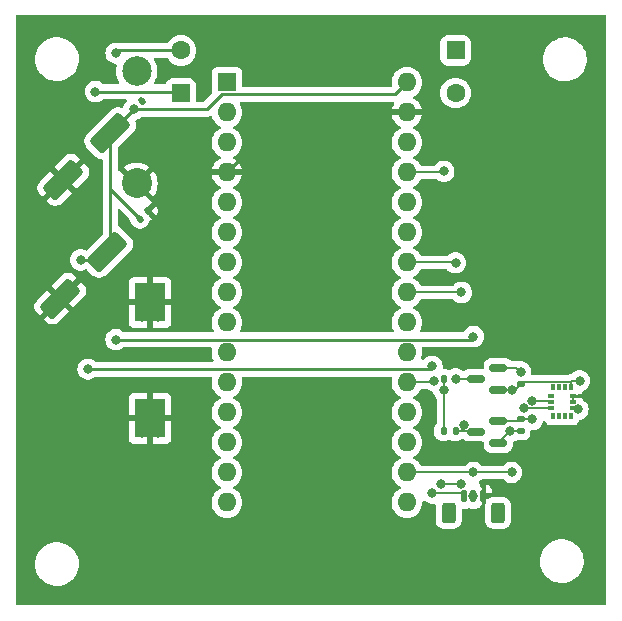
<source format=gbr>
%TF.GenerationSoftware,KiCad,Pcbnew,7.0.2*%
%TF.CreationDate,2023-08-25T16:22:19-05:00*%
%TF.ProjectId,ziggy,7a696767-792e-46b6-9963-61645f706362,rev?*%
%TF.SameCoordinates,Original*%
%TF.FileFunction,Copper,L1,Top*%
%TF.FilePolarity,Positive*%
%FSLAX46Y46*%
G04 Gerber Fmt 4.6, Leading zero omitted, Abs format (unit mm)*
G04 Created by KiCad (PCBNEW 7.0.2) date 2023-08-25 16:22:19*
%MOMM*%
%LPD*%
G01*
G04 APERTURE LIST*
G04 Aperture macros list*
%AMRoundRect*
0 Rectangle with rounded corners*
0 $1 Rounding radius*
0 $2 $3 $4 $5 $6 $7 $8 $9 X,Y pos of 4 corners*
0 Add a 4 corners polygon primitive as box body*
4,1,4,$2,$3,$4,$5,$6,$7,$8,$9,$2,$3,0*
0 Add four circle primitives for the rounded corners*
1,1,$1+$1,$2,$3*
1,1,$1+$1,$4,$5*
1,1,$1+$1,$6,$7*
1,1,$1+$1,$8,$9*
0 Add four rect primitives between the rounded corners*
20,1,$1+$1,$2,$3,$4,$5,0*
20,1,$1+$1,$4,$5,$6,$7,0*
20,1,$1+$1,$6,$7,$8,$9,0*
20,1,$1+$1,$8,$9,$2,$3,0*%
G04 Aperture macros list end*
%TA.AperFunction,ComponentPad*%
%ADD10RoundRect,0.250000X0.550000X-0.550000X0.550000X0.550000X-0.550000X0.550000X-0.550000X-0.550000X0*%
%TD*%
%TA.AperFunction,ComponentPad*%
%ADD11C,1.600000*%
%TD*%
%TA.AperFunction,SMDPad,CuDef*%
%ADD12RoundRect,0.250000X0.671751X1.449569X-1.449569X-0.671751X-0.671751X-1.449569X1.449569X0.671751X0*%
%TD*%
%TA.AperFunction,SMDPad,CuDef*%
%ADD13RoundRect,0.140000X-0.021213X0.219203X-0.219203X0.021213X0.021213X-0.219203X0.219203X-0.021213X0*%
%TD*%
%TA.AperFunction,SMDPad,CuDef*%
%ADD14RoundRect,0.150000X0.587500X0.150000X-0.587500X0.150000X-0.587500X-0.150000X0.587500X-0.150000X0*%
%TD*%
%TA.AperFunction,SMDPad,CuDef*%
%ADD15RoundRect,0.135000X0.185000X-0.135000X0.185000X0.135000X-0.185000X0.135000X-0.185000X-0.135000X0*%
%TD*%
%TA.AperFunction,ComponentPad*%
%ADD16RoundRect,0.250000X-0.550000X0.550000X-0.550000X-0.550000X0.550000X-0.550000X0.550000X0.550000X0*%
%TD*%
%TA.AperFunction,SMDPad,CuDef*%
%ADD17RoundRect,0.125000X0.125000X0.425000X-0.125000X0.425000X-0.125000X-0.425000X0.125000X-0.425000X0*%
%TD*%
%TA.AperFunction,SMDPad,CuDef*%
%ADD18RoundRect,0.250000X0.350000X0.600000X-0.350000X0.600000X-0.350000X-0.600000X0.350000X-0.600000X0*%
%TD*%
%TA.AperFunction,ComponentPad*%
%ADD19R,1.600000X1.600000*%
%TD*%
%TA.AperFunction,ComponentPad*%
%ADD20O,1.600000X1.600000*%
%TD*%
%TA.AperFunction,SMDPad,CuDef*%
%ADD21R,0.351536X0.576580*%
%TD*%
%TA.AperFunction,SMDPad,CuDef*%
%ADD22R,0.576580X0.351536*%
%TD*%
%TA.AperFunction,SMDPad,CuDef*%
%ADD23RoundRect,0.135000X-0.135000X-0.185000X0.135000X-0.185000X0.135000X0.185000X-0.135000X0.185000X0*%
%TD*%
%TA.AperFunction,ComponentPad*%
%ADD24C,2.500000*%
%TD*%
%TA.AperFunction,ComponentPad*%
%ADD25C,2.540000*%
%TD*%
%TA.AperFunction,ComponentPad*%
%ADD26C,0.630000*%
%TD*%
%TA.AperFunction,SMDPad,CuDef*%
%ADD27R,2.600000X3.300000*%
%TD*%
%TA.AperFunction,ViaPad*%
%ADD28C,0.800000*%
%TD*%
%TA.AperFunction,Conductor*%
%ADD29C,0.250000*%
%TD*%
%TA.AperFunction,Conductor*%
%ADD30C,0.140000*%
%TD*%
G04 APERTURE END LIST*
D10*
%TO.P,M2,1,+*%
%TO.N,Net-(M2-+)*%
X159250000Y-100870000D03*
D11*
%TO.P,M2,2,-*%
%TO.N,Net-(M2--)*%
X159250000Y-97270000D03*
%TD*%
D12*
%TO.P,C4,1*%
%TO.N,+9V*%
X153250000Y-104270000D03*
%TO.P,C4,2*%
%TO.N,GND*%
X149290202Y-108229798D03*
%TD*%
D13*
%TO.P,C1,1*%
%TO.N,GND*%
X155928822Y-101571178D03*
%TO.P,C1,2*%
%TO.N,+9V*%
X155250000Y-102250000D03*
%TD*%
D14*
%TO.P,Q2,1,G*%
%TO.N,+3.3V*%
X186125000Y-126020000D03*
%TO.P,Q2,2,S*%
%TO.N,SCL_3V3*%
X186125000Y-124120000D03*
%TO.P,Q2,3,D*%
%TO.N,SCL*%
X184250000Y-125070000D03*
%TD*%
D12*
%TO.P,C2,1*%
%TO.N,+9V*%
X153000545Y-114310202D03*
%TO.P,C2,2*%
%TO.N,GND*%
X149040747Y-118270000D03*
%TD*%
D14*
%TO.P,Q1,1,G*%
%TO.N,+3.3V*%
X186125000Y-130520000D03*
%TO.P,Q1,2,S*%
%TO.N,SDA_3V3*%
X186125000Y-128620000D03*
%TO.P,Q1,3,D*%
%TO.N,SDA*%
X184250000Y-129570000D03*
%TD*%
D15*
%TO.P,R4,1*%
%TO.N,+3.3V*%
X188000000Y-129510000D03*
%TO.P,R4,2*%
%TO.N,SDA_3V3*%
X188000000Y-128490000D03*
%TD*%
%TO.P,R6,1*%
%TO.N,+3.3V*%
X188000000Y-125500001D03*
%TO.P,R6,2*%
%TO.N,SCL_3V3*%
X188000000Y-124480001D03*
%TD*%
D16*
%TO.P,M1,1,+*%
%TO.N,Net-(M1-+)*%
X182500000Y-97270000D03*
D11*
%TO.P,M1,2,-*%
%TO.N,Net-(M1--)*%
X182500000Y-100870000D03*
%TD*%
D17*
%TO.P,J1,1,Pin_1*%
%TO.N,GND*%
X184800000Y-135020000D03*
%TO.P,J1,2,Pin_2*%
%TO.N,+3.3V*%
X184000000Y-135020000D03*
%TO.P,J1,3,Pin_3*%
%TO.N,Top Distance*%
X183200000Y-135020000D03*
D18*
%TO.P,J1,MP*%
%TO.N,N/C*%
X181900000Y-136420000D03*
X186100000Y-136420000D03*
%TD*%
D19*
%TO.P,A1,1,TX1*%
%TO.N,unconnected-(A1-TX1-Pad1)*%
X163140000Y-99970000D03*
D20*
%TO.P,A1,2,RX1*%
%TO.N,unconnected-(A1-RX1-Pad2)*%
X163140000Y-102510000D03*
%TO.P,A1,3,~{RESET}*%
%TO.N,unconnected-(A1-~{RESET}-Pad3)*%
X163140000Y-105050000D03*
%TO.P,A1,4,GND*%
%TO.N,GND*%
X163140000Y-107590000D03*
%TO.P,A1,5,D2*%
%TO.N,unconnected-(A1-D2-Pad5)*%
X163140000Y-110130000D03*
%TO.P,A1,6,D3*%
%TO.N,D3 (PWM5)*%
X163140000Y-112670000D03*
%TO.P,A1,7,D4*%
%TO.N,unconnected-(A1-D4-Pad7)*%
X163140000Y-115210000D03*
%TO.P,A1,8,D5*%
%TO.N,D5 (PWM4)*%
X163140000Y-117750000D03*
%TO.P,A1,9,D6*%
%TO.N,D6 (PWM3)*%
X163140000Y-120290000D03*
%TO.P,A1,10,D7*%
%TO.N,unconnected-(A1-D7-Pad10)*%
X163140000Y-122830000D03*
%TO.P,A1,11,D8*%
%TO.N,unconnected-(A1-D8-Pad11)*%
X163140000Y-125370000D03*
%TO.P,A1,12,D9*%
%TO.N,D9 (PWM2)*%
X163140000Y-127910000D03*
%TO.P,A1,13,D10*%
%TO.N,D10 (PWM1)*%
X163140000Y-130450000D03*
%TO.P,A1,14,MOSI*%
%TO.N,unconnected-(A1-MOSI-Pad14)*%
X163140000Y-132990000D03*
%TO.P,A1,15,MISO*%
%TO.N,unconnected-(A1-MISO-Pad15)*%
X163140000Y-135530000D03*
%TO.P,A1,16,SCK*%
%TO.N,unconnected-(A1-SCK-Pad16)*%
X178380000Y-135530000D03*
%TO.P,A1,17,3V3*%
%TO.N,+3.3V*%
X178380000Y-132990000D03*
%TO.P,A1,18,AREF*%
%TO.N,unconnected-(A1-AREF-Pad18)*%
X178380000Y-130450000D03*
%TO.P,A1,19,A0*%
%TO.N,Top Distance*%
X178380000Y-127910000D03*
%TO.P,A1,20,A1*%
%TO.N,Front Distance*%
X178380000Y-125370000D03*
%TO.P,A1,21,A2*%
%TO.N,unconnected-(A1-A2-Pad21)*%
X178380000Y-122830000D03*
%TO.P,A1,22,A3*%
%TO.N,unconnected-(A1-A3-Pad22)*%
X178380000Y-120290000D03*
%TO.P,A1,23,SDA/A4*%
%TO.N,SDA*%
X178380000Y-117750000D03*
%TO.P,A1,24,SCL/A5*%
%TO.N,SCL*%
X178380000Y-115210000D03*
%TO.P,A1,25,A6*%
%TO.N,unconnected-(A1-A6-Pad25)*%
X178380000Y-112670000D03*
%TO.P,A1,26,A7*%
%TO.N,unconnected-(A1-A7-Pad26)*%
X178380000Y-110130000D03*
%TO.P,A1,27,+5V*%
%TO.N,+5V*%
X178380000Y-107590000D03*
%TO.P,A1,28,~{RESET}*%
%TO.N,unconnected-(A1-~{RESET}-Pad28)*%
X178380000Y-105050000D03*
%TO.P,A1,29,GND*%
%TO.N,GND*%
X178380000Y-102510000D03*
%TO.P,A1,30,VIN*%
%TO.N,+9V*%
X178380000Y-99970000D03*
%TD*%
D21*
%TO.P,U3,1,SDO/SA0*%
%TO.N,unconnected-(U3-SDO{slash}SA0-Pad1)*%
X190749999Y-128210300D03*
%TO.P,U3,2,SDX*%
%TO.N,unconnected-(U3-SDX-Pad2)*%
X191250000Y-128210300D03*
%TO.P,U3,3,SCX*%
%TO.N,unconnected-(U3-SCX-Pad3)*%
X191750000Y-128210300D03*
%TO.P,U3,4,INT1*%
%TO.N,unconnected-(U3-INT1-Pad4)*%
X192250001Y-128210300D03*
D22*
%TO.P,U3,5,VDDIO*%
%TO.N,+3.3V*%
X192456300Y-127499999D03*
%TO.P,U3,6,GND*%
%TO.N,GND*%
X192456300Y-127000000D03*
%TO.P,U3,7,GND*%
X192456300Y-126500001D03*
D21*
%TO.P,U3,8,VDD*%
%TO.N,+3.3V*%
X192250001Y-125789700D03*
%TO.P,U3,9,INT2*%
%TO.N,unconnected-(U3-INT2-Pad9)*%
X191750000Y-125789700D03*
%TO.P,U3,10,OCS_AUX*%
%TO.N,unconnected-(U3-OCS_AUX-Pad10)*%
X191250000Y-125789700D03*
%TO.P,U3,11,SDO_AUX*%
%TO.N,unconnected-(U3-SDO_AUX-Pad11)*%
X190749999Y-125789700D03*
D22*
%TO.P,U3,12,CS*%
%TO.N,unconnected-(U3-CS-Pad12)*%
X190543700Y-126500001D03*
%TO.P,U3,13,SCL*%
%TO.N,SDA_3V3*%
X190543700Y-127000000D03*
%TO.P,U3,14,SDA*%
%TO.N,SCL_3V3*%
X190543700Y-127499999D03*
%TD*%
D23*
%TO.P,R3,1*%
%TO.N,+5V*%
X181480000Y-129500000D03*
%TO.P,R3,2*%
%TO.N,SDA*%
X182500000Y-129500000D03*
%TD*%
%TO.P,R5,1*%
%TO.N,+5V*%
X181480001Y-125070000D03*
%TO.P,R5,2*%
%TO.N,SCL*%
X182500001Y-125070000D03*
%TD*%
D13*
%TO.P,C3,1*%
%TO.N,GND*%
X156428822Y-110821178D03*
%TO.P,C3,2*%
%TO.N,+9V*%
X155750000Y-111500000D03*
%TD*%
D24*
%TO.P,BT1,1,+*%
%TO.N,+9V*%
X155500000Y-99000000D03*
D25*
%TO.P,BT1,2,-*%
%TO.N,GND*%
X155500000Y-108530000D03*
%TD*%
D26*
%TO.P,U2,9,GND*%
%TO.N,GND*%
X157275000Y-118594999D03*
X155975000Y-117294999D03*
X155975000Y-119894999D03*
X155975000Y-118594999D03*
X157275000Y-117294999D03*
D27*
X156625000Y-118594999D03*
D26*
X157275000Y-119894999D03*
%TD*%
%TO.P,U1,9,GND*%
%TO.N,GND*%
X157275000Y-128405000D03*
X155975000Y-127105000D03*
X155975000Y-129705000D03*
X155975000Y-128405000D03*
X157275000Y-127105000D03*
D27*
X156625000Y-128405000D03*
D26*
X157275000Y-129705000D03*
%TD*%
D28*
%TO.N,GND*%
X193750000Y-126500000D03*
%TO.N,+5V*%
X181480000Y-126000000D03*
X181500000Y-107500000D03*
%TO.N,SDA*%
X183000000Y-117750000D03*
X183250000Y-129000000D03*
%TO.N,+3.3V*%
X192853080Y-127663345D03*
X193000000Y-125250000D03*
X187250000Y-126000000D03*
X187250000Y-133000000D03*
X187135000Y-129510000D03*
X184000000Y-133000000D03*
X184000000Y-135020000D03*
%TO.N,SDA_3V3*%
X189000000Y-128500000D03*
X189000000Y-126930500D03*
%TO.N,SCL*%
X182500000Y-115250000D03*
X182500001Y-125070000D03*
%TO.N,SCL_3V3*%
X188000000Y-124480001D03*
X188250000Y-127500000D03*
%TO.N,+9V*%
X155250000Y-102250000D03*
X150750000Y-115000000D03*
%TO.N,Net-(M1-+)*%
X180500000Y-124000000D03*
X151374500Y-124250000D03*
%TO.N,Net-(M1--)*%
X184000000Y-121500000D03*
X153750000Y-121750000D03*
%TO.N,Net-(M2-+)*%
X152000000Y-100750000D03*
%TO.N,Net-(M2--)*%
X153750000Y-97500000D03*
%TO.N,Top Distance*%
X180500000Y-134750000D03*
%TO.N,Front Distance*%
X181250000Y-134000000D03*
X180710501Y-125250000D03*
X182996899Y-133975402D03*
%TD*%
D29*
%TO.N,GND*%
X157275000Y-117294999D02*
X155975000Y-118594999D01*
X157275000Y-117294999D02*
X155975000Y-117294999D01*
X178380000Y-102510000D02*
X168220000Y-102510000D01*
X168220000Y-102510000D02*
X163140000Y-107590000D01*
X157275000Y-117294999D02*
X157275000Y-118594999D01*
D30*
X192456300Y-126500001D02*
X193750000Y-126500000D01*
X192456300Y-127000000D02*
X192456300Y-126500001D01*
%TO.N,+5V*%
X181480000Y-126000000D02*
X181480000Y-125070001D01*
X181410000Y-107590000D02*
X181500000Y-107500000D01*
X178380000Y-107590000D02*
X181410000Y-107590000D01*
X181480000Y-129500000D02*
X181480000Y-126000000D01*
X181480000Y-125070001D02*
X181480001Y-125070000D01*
%TO.N,SDA*%
X182500000Y-129500000D02*
X183000000Y-129500000D01*
X183000000Y-129500000D02*
X184180000Y-129500000D01*
X183250000Y-129250000D02*
X183250000Y-129000000D01*
X183000000Y-129500000D02*
X183250000Y-129250000D01*
X183000000Y-117750000D02*
X178380000Y-117750000D01*
X184180000Y-129500000D02*
X184250000Y-129570000D01*
%TO.N,+3.3V*%
X192220001Y-125331410D02*
X192301411Y-125250000D01*
X188000000Y-125500001D02*
X188168591Y-125331410D01*
X187135000Y-129510000D02*
X188000000Y-129510000D01*
X187250000Y-126000000D02*
X187500001Y-126000000D01*
X186145000Y-126000000D02*
X186125000Y-126020000D01*
X192456300Y-127499999D02*
X192689734Y-127499999D01*
X186125000Y-130520000D02*
X187135000Y-129510000D01*
X187250000Y-126000000D02*
X186145000Y-126000000D01*
X192301411Y-125250000D02*
X193000000Y-125250000D01*
X188168591Y-125331410D02*
X192220001Y-125331410D01*
X178380000Y-132990000D02*
X183990000Y-132990000D01*
X187500001Y-126000000D02*
X188000000Y-125500001D01*
X184000000Y-133000000D02*
X187250000Y-133000000D01*
X192250001Y-125361410D02*
X192250001Y-125789700D01*
X192689734Y-127499999D02*
X192853080Y-127663345D01*
X192220001Y-125331410D02*
X192250001Y-125361410D01*
X183990000Y-132990000D02*
X184000000Y-133000000D01*
%TO.N,SDA_3V3*%
X186125000Y-128620000D02*
X187870000Y-128620000D01*
X189000500Y-126930000D02*
X189000000Y-126930500D01*
X190473700Y-126930000D02*
X189000500Y-126930000D01*
X188010000Y-128500000D02*
X188000000Y-128490000D01*
X189000000Y-128500000D02*
X188010000Y-128500000D01*
X190543700Y-127000000D02*
X190473700Y-126930000D01*
X187870000Y-128620000D02*
X188000000Y-128490000D01*
%TO.N,SCL*%
X178380000Y-115210000D02*
X182460000Y-115210000D01*
X182460000Y-115210000D02*
X182500000Y-115250000D01*
X182500001Y-125070000D02*
X184250000Y-125070000D01*
%TO.N,SCL_3V3*%
X188250000Y-127500000D02*
X190543700Y-127499999D01*
X186125000Y-124120000D02*
X187639999Y-124120000D01*
X187639999Y-124120000D02*
X188000000Y-124480001D01*
D29*
%TO.N,+9V*%
X153250000Y-104250000D02*
X155250000Y-102250000D01*
X162685431Y-100995000D02*
X177355000Y-100995000D01*
X155750000Y-111500000D02*
X153250000Y-109000000D01*
X155250000Y-102250000D02*
X161430431Y-102250000D01*
X153000545Y-114310202D02*
X153250000Y-114060747D01*
X153250000Y-109000000D02*
X153250000Y-104270000D01*
X153250000Y-104270000D02*
X153250000Y-104250000D01*
X152310747Y-115000000D02*
X153000545Y-114310202D01*
X150750000Y-115000000D02*
X152310747Y-115000000D01*
X161430431Y-102250000D02*
X162685431Y-100995000D01*
X153250000Y-114060747D02*
X153250000Y-109000000D01*
X177355000Y-100995000D02*
X178380000Y-99970000D01*
%TO.N,Net-(M1-+)*%
X151374500Y-124250000D02*
X180250000Y-124250000D01*
X180250000Y-124250000D02*
X180500000Y-124000000D01*
%TO.N,Net-(M1--)*%
X183750000Y-121750000D02*
X184000000Y-121500000D01*
X153750000Y-121750000D02*
X183750000Y-121750000D01*
%TO.N,Net-(M2-+)*%
X152000000Y-100750000D02*
X159130000Y-100750000D01*
X159130000Y-100750000D02*
X159250000Y-100870000D01*
%TO.N,Net-(M2--)*%
X153980000Y-97270000D02*
X153750000Y-97500000D01*
X159250000Y-97270000D02*
X153980000Y-97270000D01*
D30*
%TO.N,Top Distance*%
X183200000Y-135020000D02*
X182930000Y-134750000D01*
X182930000Y-134750000D02*
X180500000Y-134750000D01*
%TO.N,Front Distance*%
X178380000Y-125370000D02*
X180590501Y-125370000D01*
X182972301Y-134000000D02*
X182996899Y-133975402D01*
X180590501Y-125370000D02*
X180710501Y-125250000D01*
X181250000Y-134000000D02*
X182972301Y-134000000D01*
%TD*%
%TA.AperFunction,Conductor*%
%TO.N,GND*%
G36*
X177244664Y-101640185D02*
G01*
X177290419Y-101692989D01*
X177300363Y-101762147D01*
X177279200Y-101815623D01*
X177249866Y-101857515D01*
X177153733Y-102063673D01*
X177101128Y-102259999D01*
X177101128Y-102260000D01*
X177946314Y-102260000D01*
X177920507Y-102300156D01*
X177880000Y-102438111D01*
X177880000Y-102581889D01*
X177920507Y-102719844D01*
X177946314Y-102760000D01*
X177101128Y-102760000D01*
X177153733Y-102956326D01*
X177249865Y-103162480D01*
X177380341Y-103348819D01*
X177541180Y-103509658D01*
X177727519Y-103640134D01*
X177785865Y-103667342D01*
X177838304Y-103713514D01*
X177857456Y-103780708D01*
X177837240Y-103847589D01*
X177785866Y-103892105D01*
X177727267Y-103919430D01*
X177540859Y-104049953D01*
X177379953Y-104210859D01*
X177249432Y-104397264D01*
X177153261Y-104603502D01*
X177094364Y-104823310D01*
X177074531Y-105049999D01*
X177094364Y-105276689D01*
X177153261Y-105496497D01*
X177249432Y-105702735D01*
X177379953Y-105889140D01*
X177540859Y-106050046D01*
X177570301Y-106070661D01*
X177727266Y-106180568D01*
X177785275Y-106207618D01*
X177837714Y-106253791D01*
X177856865Y-106320985D01*
X177836649Y-106387866D01*
X177785275Y-106432382D01*
X177727263Y-106459433D01*
X177540859Y-106589953D01*
X177379953Y-106750859D01*
X177249432Y-106937264D01*
X177153261Y-107143502D01*
X177094364Y-107363310D01*
X177074531Y-107589999D01*
X177094364Y-107816689D01*
X177153261Y-108036497D01*
X177249432Y-108242735D01*
X177379953Y-108429140D01*
X177540859Y-108590046D01*
X177727263Y-108720566D01*
X177727266Y-108720568D01*
X177785275Y-108747618D01*
X177837714Y-108793791D01*
X177856865Y-108860985D01*
X177836649Y-108927866D01*
X177785275Y-108972382D01*
X177727263Y-108999433D01*
X177540859Y-109129953D01*
X177379953Y-109290859D01*
X177249432Y-109477264D01*
X177153261Y-109683502D01*
X177094364Y-109903310D01*
X177074531Y-110130000D01*
X177094364Y-110356689D01*
X177153261Y-110576497D01*
X177249432Y-110782735D01*
X177379953Y-110969140D01*
X177540859Y-111130046D01*
X177659721Y-111213273D01*
X177727266Y-111260568D01*
X177785275Y-111287618D01*
X177837714Y-111333791D01*
X177856865Y-111400985D01*
X177836649Y-111467866D01*
X177785275Y-111512382D01*
X177727263Y-111539433D01*
X177540859Y-111669953D01*
X177379953Y-111830859D01*
X177249432Y-112017264D01*
X177153261Y-112223502D01*
X177094364Y-112443310D01*
X177074531Y-112669999D01*
X177094364Y-112896689D01*
X177153261Y-113116497D01*
X177249432Y-113322735D01*
X177379953Y-113509140D01*
X177540859Y-113670046D01*
X177621015Y-113726171D01*
X177727266Y-113800568D01*
X177785275Y-113827618D01*
X177837714Y-113873791D01*
X177856865Y-113940985D01*
X177836649Y-114007866D01*
X177785275Y-114052381D01*
X177782521Y-114053666D01*
X177727263Y-114079433D01*
X177540859Y-114209953D01*
X177379953Y-114370859D01*
X177249432Y-114557264D01*
X177153261Y-114763502D01*
X177094364Y-114983310D01*
X177074531Y-115209999D01*
X177094364Y-115436689D01*
X177153261Y-115656497D01*
X177249432Y-115862735D01*
X177379953Y-116049140D01*
X177540859Y-116210046D01*
X177709044Y-116327809D01*
X177727266Y-116340568D01*
X177785275Y-116367618D01*
X177837714Y-116413791D01*
X177856865Y-116480985D01*
X177836649Y-116547866D01*
X177785275Y-116592382D01*
X177727263Y-116619433D01*
X177540859Y-116749953D01*
X177379953Y-116910859D01*
X177249432Y-117097264D01*
X177153261Y-117303502D01*
X177094364Y-117523310D01*
X177074531Y-117750000D01*
X177094364Y-117976689D01*
X177153261Y-118196497D01*
X177249432Y-118402735D01*
X177379953Y-118589140D01*
X177540859Y-118750046D01*
X177555074Y-118759999D01*
X177727266Y-118880568D01*
X177785273Y-118907617D01*
X177837713Y-118953789D01*
X177856865Y-119020982D01*
X177836650Y-119087864D01*
X177785276Y-119132380D01*
X177727266Y-119159431D01*
X177540859Y-119289953D01*
X177379953Y-119450859D01*
X177249432Y-119637264D01*
X177153261Y-119843502D01*
X177094364Y-120063310D01*
X177074531Y-120290000D01*
X177094364Y-120516689D01*
X177153261Y-120736497D01*
X177251932Y-120948095D01*
X177262424Y-121017172D01*
X177233905Y-121080956D01*
X177175428Y-121119196D01*
X177139550Y-121124500D01*
X164380450Y-121124500D01*
X164313411Y-121104815D01*
X164267656Y-121052011D01*
X164257712Y-120982853D01*
X164268068Y-120948095D01*
X164314044Y-120849500D01*
X164366739Y-120736496D01*
X164425635Y-120516692D01*
X164445468Y-120290000D01*
X164425635Y-120063308D01*
X164366739Y-119843504D01*
X164270568Y-119637266D01*
X164140047Y-119450861D01*
X164140046Y-119450859D01*
X163979140Y-119289953D01*
X163792736Y-119159433D01*
X163734723Y-119132381D01*
X163682284Y-119086208D01*
X163663133Y-119019014D01*
X163683349Y-118952133D01*
X163734721Y-118907619D01*
X163792734Y-118880568D01*
X163979139Y-118750047D01*
X164140047Y-118589139D01*
X164270568Y-118402734D01*
X164366739Y-118196496D01*
X164425635Y-117976692D01*
X164445468Y-117750000D01*
X164425635Y-117523308D01*
X164366739Y-117303504D01*
X164270568Y-117097266D01*
X164256457Y-117077112D01*
X164140046Y-116910859D01*
X163979140Y-116749953D01*
X163792733Y-116619431D01*
X163734725Y-116592382D01*
X163682285Y-116546210D01*
X163663133Y-116479017D01*
X163683348Y-116412135D01*
X163734725Y-116367618D01*
X163792734Y-116340568D01*
X163979139Y-116210047D01*
X164140047Y-116049139D01*
X164270568Y-115862734D01*
X164366739Y-115656496D01*
X164425635Y-115436692D01*
X164445468Y-115210000D01*
X164425635Y-114983308D01*
X164366739Y-114763504D01*
X164270568Y-114557266D01*
X164152648Y-114388856D01*
X164140046Y-114370859D01*
X163979140Y-114209953D01*
X163792733Y-114079431D01*
X163737479Y-114053666D01*
X163734724Y-114052381D01*
X163682285Y-114006210D01*
X163663133Y-113939017D01*
X163683348Y-113872135D01*
X163734725Y-113827618D01*
X163792734Y-113800568D01*
X163979139Y-113670047D01*
X164140047Y-113509139D01*
X164270568Y-113322734D01*
X164366739Y-113116496D01*
X164425635Y-112896692D01*
X164445468Y-112670000D01*
X164425635Y-112443308D01*
X164366739Y-112223504D01*
X164270568Y-112017266D01*
X164208325Y-111928372D01*
X164140046Y-111830859D01*
X163979140Y-111669953D01*
X163792736Y-111539433D01*
X163734723Y-111512381D01*
X163682284Y-111466208D01*
X163663133Y-111399014D01*
X163683349Y-111332133D01*
X163734721Y-111287619D01*
X163792734Y-111260568D01*
X163979139Y-111130047D01*
X164140047Y-110969139D01*
X164270568Y-110782734D01*
X164366739Y-110576496D01*
X164425635Y-110356692D01*
X164445468Y-110130000D01*
X164425635Y-109903308D01*
X164366739Y-109683504D01*
X164270568Y-109477266D01*
X164215607Y-109398772D01*
X164140046Y-109290859D01*
X163979140Y-109129953D01*
X163792736Y-108999433D01*
X163734723Y-108972381D01*
X163734132Y-108972105D01*
X163681695Y-108925933D01*
X163662543Y-108858739D01*
X163682759Y-108791858D01*
X163734135Y-108747342D01*
X163792479Y-108720135D01*
X163978819Y-108589658D01*
X164139658Y-108428819D01*
X164270134Y-108242480D01*
X164366266Y-108036326D01*
X164418872Y-107840000D01*
X163573686Y-107840000D01*
X163599493Y-107799844D01*
X163640000Y-107661889D01*
X163640000Y-107518111D01*
X163599493Y-107380156D01*
X163573686Y-107340000D01*
X164418872Y-107340000D01*
X164418871Y-107339999D01*
X164366266Y-107143673D01*
X164270134Y-106937519D01*
X164139658Y-106751180D01*
X163978819Y-106590341D01*
X163792482Y-106459866D01*
X163734133Y-106432657D01*
X163681694Y-106386484D01*
X163662543Y-106319290D01*
X163682759Y-106252409D01*
X163734134Y-106207893D01*
X163792734Y-106180568D01*
X163979139Y-106050047D01*
X164140047Y-105889139D01*
X164270568Y-105702734D01*
X164366739Y-105496496D01*
X164425635Y-105276692D01*
X164445468Y-105050000D01*
X164425635Y-104823308D01*
X164366739Y-104603504D01*
X164270568Y-104397266D01*
X164140047Y-104210861D01*
X164140046Y-104210859D01*
X163979140Y-104049953D01*
X163792733Y-103919431D01*
X163734725Y-103892382D01*
X163682285Y-103846210D01*
X163663133Y-103779017D01*
X163683348Y-103712135D01*
X163734725Y-103667618D01*
X163735317Y-103667342D01*
X163792734Y-103640568D01*
X163979139Y-103510047D01*
X164140047Y-103349139D01*
X164270568Y-103162734D01*
X164366739Y-102956496D01*
X164425635Y-102736692D01*
X164445468Y-102510000D01*
X164425635Y-102283308D01*
X164366739Y-102063504D01*
X164270568Y-101857266D01*
X164241409Y-101815622D01*
X164219082Y-101749416D01*
X164236094Y-101681649D01*
X164287042Y-101633837D01*
X164342985Y-101620500D01*
X177177625Y-101620500D01*
X177244664Y-101640185D01*
G37*
%TD.AperFunction*%
%TA.AperFunction,Conductor*%
G36*
X195192539Y-94290185D02*
G01*
X195238294Y-94342989D01*
X195249500Y-94394500D01*
X195249500Y-144126000D01*
X195229815Y-144193039D01*
X195177011Y-144238794D01*
X195125500Y-144250000D01*
X145374500Y-144250000D01*
X145307461Y-144230315D01*
X145261706Y-144177511D01*
X145250500Y-144126000D01*
X145250500Y-140817764D01*
X146895787Y-140817764D01*
X146925413Y-141087016D01*
X146959998Y-141219304D01*
X146993928Y-141349088D01*
X147091890Y-141579611D01*
X147099871Y-141598392D01*
X147240982Y-141829611D01*
X147414253Y-142037818D01*
X147414255Y-142037820D01*
X147615998Y-142218582D01*
X147841910Y-142368044D01*
X147948211Y-142417876D01*
X148087177Y-142483021D01*
X148346562Y-142561058D01*
X148346569Y-142561060D01*
X148614561Y-142600500D01*
X148614564Y-142600500D01*
X148815369Y-142600500D01*
X148817631Y-142600500D01*
X149020156Y-142585677D01*
X149284553Y-142526780D01*
X149537558Y-142430014D01*
X149773777Y-142297441D01*
X149988177Y-142131888D01*
X150176186Y-141936881D01*
X150333799Y-141716579D01*
X150457656Y-141475675D01*
X150545118Y-141219305D01*
X150594319Y-140952933D01*
X150604212Y-140682235D01*
X150591617Y-140567764D01*
X189645787Y-140567764D01*
X189675413Y-140837016D01*
X189675414Y-140837018D01*
X189743928Y-141099088D01*
X189795015Y-141219305D01*
X189849871Y-141348392D01*
X189990982Y-141579611D01*
X190080253Y-141686881D01*
X190164255Y-141787820D01*
X190365998Y-141968582D01*
X190591910Y-142118044D01*
X190698211Y-142167876D01*
X190837177Y-142233021D01*
X191096562Y-142311058D01*
X191096569Y-142311060D01*
X191364561Y-142350500D01*
X191364564Y-142350500D01*
X191565369Y-142350500D01*
X191567631Y-142350500D01*
X191770156Y-142335677D01*
X192034553Y-142276780D01*
X192287558Y-142180014D01*
X192523777Y-142047441D01*
X192738177Y-141881888D01*
X192926186Y-141686881D01*
X193083799Y-141466579D01*
X193207656Y-141225675D01*
X193295118Y-140969305D01*
X193344319Y-140702933D01*
X193354212Y-140432235D01*
X193324586Y-140162982D01*
X193256072Y-139900912D01*
X193150130Y-139651610D01*
X193009018Y-139420390D01*
X193009017Y-139420388D01*
X192835746Y-139212181D01*
X192730759Y-139118112D01*
X192634002Y-139031418D01*
X192408090Y-138881956D01*
X192408086Y-138881954D01*
X192162822Y-138766978D01*
X191903437Y-138688941D01*
X191903431Y-138688940D01*
X191635439Y-138649500D01*
X191432369Y-138649500D01*
X191430120Y-138649664D01*
X191430109Y-138649665D01*
X191229843Y-138664322D01*
X190965449Y-138723219D01*
X190712441Y-138819986D01*
X190476223Y-138952559D01*
X190261825Y-139118109D01*
X190073813Y-139313120D01*
X189916201Y-139533420D01*
X189792342Y-139774329D01*
X189704881Y-140030695D01*
X189655680Y-140297066D01*
X189645787Y-140567764D01*
X150591617Y-140567764D01*
X150574586Y-140412982D01*
X150506072Y-140150912D01*
X150400130Y-139901610D01*
X150259018Y-139670390D01*
X150259017Y-139670388D01*
X150085746Y-139462181D01*
X149980759Y-139368112D01*
X149884002Y-139281418D01*
X149658090Y-139131956D01*
X149658086Y-139131954D01*
X149412822Y-139016978D01*
X149153437Y-138938941D01*
X149153431Y-138938940D01*
X148885439Y-138899500D01*
X148682369Y-138899500D01*
X148680120Y-138899664D01*
X148680109Y-138899665D01*
X148479843Y-138914322D01*
X148215449Y-138973219D01*
X147962441Y-139069986D01*
X147726223Y-139202559D01*
X147511825Y-139368109D01*
X147323813Y-139563120D01*
X147166201Y-139783420D01*
X147042342Y-140024329D01*
X146954881Y-140280695D01*
X146905680Y-140547066D01*
X146895787Y-140817764D01*
X145250500Y-140817764D01*
X145250500Y-128655000D01*
X154825000Y-128655000D01*
X154825000Y-130099518D01*
X154825354Y-130106132D01*
X154831400Y-130162371D01*
X154881647Y-130297089D01*
X154967811Y-130412188D01*
X155082910Y-130498352D01*
X155217628Y-130548599D01*
X155273867Y-130554645D01*
X155280482Y-130555000D01*
X156375000Y-130555000D01*
X156375000Y-128655000D01*
X156875000Y-128655000D01*
X156875000Y-130555000D01*
X157969518Y-130555000D01*
X157976132Y-130554645D01*
X158032371Y-130548599D01*
X158167089Y-130498352D01*
X158282188Y-130412188D01*
X158368352Y-130297089D01*
X158418599Y-130162371D01*
X158424645Y-130106132D01*
X158425000Y-130099518D01*
X158425000Y-128655000D01*
X156875000Y-128655000D01*
X156375000Y-128655000D01*
X154825000Y-128655000D01*
X145250500Y-128655000D01*
X145250500Y-128384516D01*
X155806301Y-128384516D01*
X155816105Y-128465261D01*
X155862310Y-128532200D01*
X155934331Y-128570000D01*
X155995035Y-128570000D01*
X156053974Y-128555473D01*
X156114856Y-128501536D01*
X156143699Y-128425484D01*
X156138725Y-128384516D01*
X157106301Y-128384516D01*
X157116105Y-128465261D01*
X157162310Y-128532200D01*
X157234331Y-128570000D01*
X157295035Y-128570000D01*
X157353974Y-128555473D01*
X157414856Y-128501536D01*
X157443699Y-128425484D01*
X157433895Y-128344739D01*
X157387690Y-128277800D01*
X157315669Y-128240000D01*
X157254965Y-128240000D01*
X157196026Y-128254527D01*
X157135144Y-128308464D01*
X157106301Y-128384516D01*
X156138725Y-128384516D01*
X156133895Y-128344739D01*
X156087690Y-128277800D01*
X156015669Y-128240000D01*
X155954965Y-128240000D01*
X155896026Y-128254527D01*
X155835144Y-128308464D01*
X155806301Y-128384516D01*
X145250500Y-128384516D01*
X145250500Y-128155000D01*
X154825000Y-128155000D01*
X156375000Y-128155000D01*
X156375000Y-126255000D01*
X156875000Y-126255000D01*
X156875000Y-128155000D01*
X158425000Y-128155000D01*
X158425000Y-126710481D01*
X158424645Y-126703867D01*
X158418599Y-126647628D01*
X158368352Y-126512910D01*
X158282188Y-126397811D01*
X158167089Y-126311647D01*
X158032371Y-126261400D01*
X157976132Y-126255354D01*
X157969518Y-126255000D01*
X156875000Y-126255000D01*
X156375000Y-126255000D01*
X155280482Y-126255000D01*
X155273867Y-126255354D01*
X155217628Y-126261400D01*
X155082910Y-126311647D01*
X154967811Y-126397811D01*
X154881647Y-126512910D01*
X154831400Y-126647628D01*
X154825354Y-126703867D01*
X154825000Y-126710481D01*
X154825000Y-128155000D01*
X145250500Y-128155000D01*
X145250500Y-120037766D01*
X147626534Y-120037766D01*
X147871769Y-120283001D01*
X147876453Y-120287232D01*
X147954059Y-120350451D01*
X148110736Y-120429136D01*
X148281331Y-120469569D01*
X148456660Y-120469569D01*
X148627254Y-120429136D01*
X148783931Y-120350451D01*
X148861544Y-120287226D01*
X148866218Y-120283005D01*
X149783208Y-119366014D01*
X149040747Y-118623553D01*
X147626534Y-120037766D01*
X145250500Y-120037766D01*
X145250500Y-119029415D01*
X146841178Y-119029415D01*
X146881610Y-119200010D01*
X146960295Y-119356687D01*
X147023520Y-119434300D01*
X147027741Y-119438974D01*
X147272980Y-119684213D01*
X148687193Y-118270000D01*
X149394300Y-118270000D01*
X150136761Y-119012461D01*
X150304223Y-118844999D01*
X154825000Y-118844999D01*
X154825000Y-120289517D01*
X154825354Y-120296131D01*
X154831400Y-120352370D01*
X154881647Y-120487088D01*
X154967811Y-120602187D01*
X155082910Y-120688351D01*
X155217628Y-120738598D01*
X155273867Y-120744644D01*
X155280482Y-120744999D01*
X156375000Y-120744999D01*
X156375000Y-118844999D01*
X156875000Y-118844999D01*
X156875000Y-120744999D01*
X157969518Y-120744999D01*
X157976132Y-120744644D01*
X158032371Y-120738598D01*
X158167089Y-120688351D01*
X158282188Y-120602187D01*
X158368352Y-120487088D01*
X158418599Y-120352370D01*
X158424645Y-120296131D01*
X158425000Y-120289517D01*
X158425000Y-118844999D01*
X156875000Y-118844999D01*
X156375000Y-118844999D01*
X154825000Y-118844999D01*
X150304223Y-118844999D01*
X150574707Y-118574515D01*
X155806301Y-118574515D01*
X155816105Y-118655260D01*
X155862310Y-118722199D01*
X155934331Y-118759999D01*
X155995035Y-118759999D01*
X156053974Y-118745472D01*
X156114856Y-118691535D01*
X156143699Y-118615483D01*
X156138725Y-118574515D01*
X157106301Y-118574515D01*
X157116105Y-118655260D01*
X157162310Y-118722199D01*
X157234331Y-118759999D01*
X157295035Y-118759999D01*
X157353974Y-118745472D01*
X157414856Y-118691535D01*
X157443699Y-118615483D01*
X157433895Y-118534738D01*
X157387690Y-118467799D01*
X157315669Y-118429999D01*
X157254965Y-118429999D01*
X157196026Y-118444526D01*
X157135144Y-118498463D01*
X157106301Y-118574515D01*
X156138725Y-118574515D01*
X156133895Y-118534738D01*
X156087690Y-118467799D01*
X156015669Y-118429999D01*
X155954965Y-118429999D01*
X155896026Y-118444526D01*
X155835144Y-118498463D01*
X155806301Y-118574515D01*
X150574707Y-118574515D01*
X150804223Y-118344999D01*
X154825000Y-118344999D01*
X156375000Y-118344999D01*
X156375000Y-116444999D01*
X156875000Y-116444999D01*
X156875000Y-118344999D01*
X158425000Y-118344999D01*
X158425000Y-116900480D01*
X158424645Y-116893866D01*
X158418599Y-116837627D01*
X158368352Y-116702909D01*
X158282188Y-116587810D01*
X158167089Y-116501646D01*
X158032371Y-116451399D01*
X157976132Y-116445353D01*
X157969518Y-116444999D01*
X156875000Y-116444999D01*
X156375000Y-116444999D01*
X155280482Y-116444999D01*
X155273867Y-116445353D01*
X155217628Y-116451399D01*
X155082910Y-116501646D01*
X154967811Y-116587810D01*
X154881647Y-116702909D01*
X154831400Y-116837627D01*
X154825354Y-116893866D01*
X154825000Y-116900480D01*
X154825000Y-118344999D01*
X150804223Y-118344999D01*
X151053748Y-118095474D01*
X151057979Y-118090790D01*
X151121198Y-118013184D01*
X151199883Y-117856507D01*
X151240316Y-117685912D01*
X151240316Y-117510584D01*
X151199883Y-117339989D01*
X151121198Y-117183312D01*
X151057973Y-117105699D01*
X151053752Y-117101025D01*
X150808513Y-116855786D01*
X150808512Y-116855786D01*
X149394300Y-118269999D01*
X149394300Y-118270000D01*
X148687193Y-118270000D01*
X148687194Y-118269999D01*
X148687194Y-118269998D01*
X147944732Y-117527538D01*
X147944731Y-117527538D01*
X147027745Y-118444525D01*
X147023514Y-118449209D01*
X146960295Y-118526815D01*
X146881610Y-118683492D01*
X146841178Y-118854087D01*
X146841178Y-119029415D01*
X145250500Y-119029415D01*
X145250500Y-117173985D01*
X148298285Y-117173985D01*
X149040746Y-117916445D01*
X150454959Y-116502233D01*
X150454959Y-116502232D01*
X150209724Y-116256998D01*
X150205040Y-116252767D01*
X150127434Y-116189548D01*
X149970757Y-116110863D01*
X149800163Y-116070431D01*
X149624834Y-116070431D01*
X149454239Y-116110863D01*
X149297562Y-116189548D01*
X149219949Y-116252773D01*
X149215275Y-116256994D01*
X148298285Y-117173985D01*
X145250500Y-117173985D01*
X145250500Y-115000000D01*
X149844540Y-115000000D01*
X149864326Y-115188257D01*
X149922820Y-115368284D01*
X150017466Y-115532216D01*
X150144129Y-115672889D01*
X150297269Y-115784151D01*
X150470197Y-115861144D01*
X150655352Y-115900500D01*
X150655354Y-115900500D01*
X150844648Y-115900500D01*
X150968083Y-115874262D01*
X151029803Y-115861144D01*
X151140819Y-115811716D01*
X151186510Y-115791373D01*
X151255760Y-115782088D01*
X151319037Y-115811716D01*
X151324627Y-115816971D01*
X151578088Y-116070431D01*
X151833472Y-116325815D01*
X151835912Y-116327803D01*
X151835919Y-116327809D01*
X151883519Y-116366585D01*
X151913579Y-116391073D01*
X152070360Y-116469811D01*
X152070361Y-116469811D01*
X152070363Y-116469812D01*
X152241071Y-116510271D01*
X152241073Y-116510271D01*
X152416516Y-116510271D01*
X152587223Y-116469812D01*
X152587223Y-116469811D01*
X152587227Y-116469811D01*
X152744008Y-116391073D01*
X152824115Y-116325816D01*
X155016158Y-114133772D01*
X155081416Y-114053665D01*
X155160154Y-113896884D01*
X155166020Y-113872135D01*
X155200614Y-113726173D01*
X155200614Y-113550727D01*
X155160155Y-113380020D01*
X155160154Y-113380018D01*
X155160154Y-113380017D01*
X155081416Y-113223236D01*
X155016159Y-113143129D01*
X154167618Y-112294589D01*
X154165178Y-112292601D01*
X154165170Y-112292594D01*
X154087512Y-112229332D01*
X154087511Y-112229331D01*
X153943848Y-112157181D01*
X153892775Y-112109504D01*
X153875500Y-112046371D01*
X153875500Y-110809452D01*
X153895185Y-110742413D01*
X153947989Y-110696658D01*
X154017147Y-110686714D01*
X154080703Y-110715739D01*
X154087181Y-110721771D01*
X154854283Y-111488873D01*
X154886706Y-111545717D01*
X154930541Y-111716444D01*
X154993442Y-111830861D01*
X155008502Y-111858256D01*
X155032152Y-111885946D01*
X155364054Y-112217848D01*
X155365897Y-112219422D01*
X155365898Y-112219423D01*
X155391744Y-112241498D01*
X155533555Y-112319458D01*
X155690297Y-112359703D01*
X155690299Y-112359703D01*
X155852129Y-112359703D01*
X155956622Y-112332872D01*
X156008871Y-112319458D01*
X156150682Y-112241498D01*
X156178372Y-112217848D01*
X156467848Y-111928372D01*
X156491498Y-111900682D01*
X156569458Y-111758871D01*
X156575517Y-111735269D01*
X156611254Y-111675232D01*
X156664788Y-111646001D01*
X156687509Y-111640167D01*
X156820916Y-111566826D01*
X156820917Y-111566826D01*
X156604434Y-111350343D01*
X156572010Y-111293496D01*
X156570501Y-111287618D01*
X156569458Y-111283555D01*
X156491498Y-111141744D01*
X156467848Y-111114054D01*
X156212801Y-110859007D01*
X156192145Y-110821178D01*
X156782375Y-110821178D01*
X157174469Y-111213273D01*
X157174470Y-111213272D01*
X157247812Y-111079863D01*
X157288025Y-110923244D01*
X157288025Y-110761537D01*
X157247812Y-110604919D01*
X157169912Y-110463218D01*
X157156287Y-110447264D01*
X157156286Y-110447264D01*
X156782375Y-110821177D01*
X156782375Y-110821178D01*
X156192145Y-110821178D01*
X156179316Y-110797684D01*
X156184300Y-110727992D01*
X156212801Y-110683645D01*
X156428822Y-110467625D01*
X156802732Y-110093713D01*
X156786777Y-110080085D01*
X156645078Y-110002186D01*
X156642352Y-110001486D01*
X156585512Y-109969064D01*
X155641365Y-109024918D01*
X155645161Y-109024373D01*
X155778562Y-108963451D01*
X155889395Y-108867413D01*
X155968682Y-108744040D01*
X155991133Y-108667580D01*
X156916355Y-109592803D01*
X156966543Y-109529870D01*
X157099186Y-109300126D01*
X157196105Y-109053182D01*
X157255138Y-108794542D01*
X157274963Y-108529999D01*
X157255138Y-108265457D01*
X157196105Y-108006817D01*
X157099186Y-107759873D01*
X156966543Y-107530128D01*
X156916355Y-107467195D01*
X155991132Y-108392418D01*
X155968682Y-108315960D01*
X155889395Y-108192587D01*
X155778562Y-108096549D01*
X155645161Y-108035627D01*
X155641366Y-108035081D01*
X156563560Y-107112886D01*
X156387481Y-106992836D01*
X156148469Y-106877734D01*
X155894965Y-106799538D01*
X155632644Y-106760000D01*
X155367356Y-106760000D01*
X155105034Y-106799538D01*
X154851533Y-106877734D01*
X154612518Y-106992837D01*
X154436438Y-107112886D01*
X155358634Y-108035081D01*
X155354839Y-108035627D01*
X155221438Y-108096549D01*
X155110605Y-108192587D01*
X155031318Y-108315960D01*
X155008866Y-108392419D01*
X154083642Y-107467195D01*
X154072696Y-107467810D01*
X154039259Y-107491280D01*
X153969447Y-107494130D01*
X153909177Y-107458784D01*
X153877584Y-107396466D01*
X153875500Y-107373827D01*
X153875500Y-105535045D01*
X153895185Y-105468006D01*
X153911819Y-105447364D01*
X154535875Y-104823308D01*
X155265613Y-104093570D01*
X155330871Y-104013463D01*
X155409609Y-103856682D01*
X155409610Y-103856678D01*
X155450069Y-103685971D01*
X155450069Y-103510525D01*
X155409609Y-103339815D01*
X155389527Y-103299828D01*
X155377030Y-103231085D01*
X155403683Y-103166499D01*
X155461022Y-103126574D01*
X155474543Y-103122889D01*
X155529803Y-103111144D01*
X155702730Y-103034151D01*
X155855871Y-102922888D01*
X155861598Y-102916527D01*
X155921084Y-102879879D01*
X155953747Y-102875500D01*
X161347687Y-102875500D01*
X161368193Y-102877764D01*
X161371096Y-102877672D01*
X161371098Y-102877673D01*
X161438303Y-102875561D01*
X161442199Y-102875500D01*
X161465879Y-102875500D01*
X161469781Y-102875500D01*
X161473744Y-102874999D01*
X161485393Y-102874080D01*
X161529058Y-102872709D01*
X161548290Y-102867120D01*
X161567349Y-102863174D01*
X161573627Y-102862381D01*
X161587223Y-102860664D01*
X161627838Y-102844582D01*
X161638875Y-102840803D01*
X161680821Y-102828618D01*
X161698060Y-102818422D01*
X161715532Y-102809863D01*
X161729373Y-102804383D01*
X161798951Y-102798006D01*
X161860931Y-102830259D01*
X161894795Y-102887581D01*
X161913261Y-102956497D01*
X162009432Y-103162735D01*
X162139953Y-103349140D01*
X162300859Y-103510046D01*
X162487263Y-103640566D01*
X162487266Y-103640568D01*
X162544683Y-103667342D01*
X162545275Y-103667618D01*
X162597714Y-103713791D01*
X162616865Y-103780985D01*
X162596649Y-103847866D01*
X162545275Y-103892382D01*
X162487263Y-103919433D01*
X162300859Y-104049953D01*
X162139953Y-104210859D01*
X162009432Y-104397264D01*
X161913261Y-104603502D01*
X161854364Y-104823310D01*
X161834531Y-105050000D01*
X161854364Y-105276689D01*
X161913261Y-105496497D01*
X162009432Y-105702735D01*
X162139953Y-105889140D01*
X162300859Y-106050046D01*
X162487264Y-106180567D01*
X162487265Y-106180567D01*
X162487266Y-106180568D01*
X162545865Y-106207893D01*
X162598304Y-106254065D01*
X162617456Y-106321259D01*
X162597240Y-106388140D01*
X162545866Y-106432656D01*
X162487522Y-106459863D01*
X162301180Y-106590341D01*
X162140341Y-106751180D01*
X162009865Y-106937519D01*
X161913733Y-107143673D01*
X161861128Y-107339999D01*
X161861128Y-107340000D01*
X162706314Y-107340000D01*
X162680507Y-107380156D01*
X162640000Y-107518111D01*
X162640000Y-107661889D01*
X162680507Y-107799844D01*
X162706314Y-107840000D01*
X161861128Y-107840000D01*
X161913733Y-108036326D01*
X162009865Y-108242480D01*
X162140341Y-108428819D01*
X162301180Y-108589658D01*
X162487519Y-108720134D01*
X162545865Y-108747342D01*
X162598304Y-108793514D01*
X162617456Y-108860708D01*
X162597240Y-108927589D01*
X162545866Y-108972105D01*
X162487267Y-108999430D01*
X162300859Y-109129953D01*
X162139953Y-109290859D01*
X162009432Y-109477264D01*
X161913261Y-109683502D01*
X161854364Y-109903310D01*
X161834531Y-110129999D01*
X161854364Y-110356689D01*
X161913261Y-110576497D01*
X162009432Y-110782735D01*
X162139953Y-110969140D01*
X162300859Y-111130046D01*
X162419721Y-111213273D01*
X162487266Y-111260568D01*
X162545273Y-111287617D01*
X162597713Y-111333789D01*
X162616865Y-111400982D01*
X162596650Y-111467864D01*
X162545276Y-111512380D01*
X162487266Y-111539431D01*
X162300859Y-111669953D01*
X162139953Y-111830859D01*
X162009432Y-112017264D01*
X161913261Y-112223502D01*
X161854364Y-112443310D01*
X161834531Y-112670000D01*
X161854364Y-112896689D01*
X161913261Y-113116497D01*
X162009432Y-113322735D01*
X162139953Y-113509140D01*
X162300859Y-113670046D01*
X162381015Y-113726171D01*
X162487266Y-113800568D01*
X162545273Y-113827617D01*
X162597713Y-113873789D01*
X162616865Y-113940982D01*
X162596650Y-114007864D01*
X162545276Y-114052380D01*
X162487266Y-114079431D01*
X162300859Y-114209953D01*
X162139953Y-114370859D01*
X162009432Y-114557264D01*
X161913261Y-114763502D01*
X161854364Y-114983310D01*
X161834531Y-115210000D01*
X161854364Y-115436689D01*
X161913261Y-115656497D01*
X162009432Y-115862735D01*
X162139953Y-116049140D01*
X162300859Y-116210046D01*
X162469044Y-116327809D01*
X162487266Y-116340568D01*
X162545275Y-116367618D01*
X162597714Y-116413791D01*
X162616865Y-116480985D01*
X162596649Y-116547866D01*
X162545275Y-116592382D01*
X162487263Y-116619433D01*
X162300859Y-116749953D01*
X162139953Y-116910859D01*
X162009432Y-117097264D01*
X161913261Y-117303502D01*
X161854364Y-117523310D01*
X161834531Y-117749999D01*
X161854364Y-117976689D01*
X161913261Y-118196497D01*
X162009432Y-118402735D01*
X162139953Y-118589140D01*
X162300859Y-118750046D01*
X162315074Y-118759999D01*
X162487266Y-118880568D01*
X162545273Y-118907617D01*
X162597713Y-118953789D01*
X162616865Y-119020982D01*
X162596650Y-119087864D01*
X162545276Y-119132380D01*
X162487266Y-119159431D01*
X162300859Y-119289953D01*
X162139953Y-119450859D01*
X162009432Y-119637264D01*
X161913261Y-119843502D01*
X161854364Y-120063310D01*
X161834531Y-120289999D01*
X161854364Y-120516689D01*
X161913261Y-120736497D01*
X162011932Y-120948095D01*
X162022424Y-121017172D01*
X161993905Y-121080956D01*
X161935428Y-121119196D01*
X161899550Y-121124500D01*
X154453747Y-121124500D01*
X154386708Y-121104815D01*
X154361599Y-121083473D01*
X154355871Y-121077112D01*
X154202730Y-120965849D01*
X154202729Y-120965848D01*
X154202727Y-120965847D01*
X154029802Y-120888855D01*
X153844648Y-120849500D01*
X153844646Y-120849500D01*
X153655354Y-120849500D01*
X153655352Y-120849500D01*
X153470197Y-120888855D01*
X153297269Y-120965848D01*
X153144129Y-121077110D01*
X153017466Y-121217783D01*
X152922820Y-121381715D01*
X152864326Y-121561742D01*
X152844540Y-121749999D01*
X152864326Y-121938257D01*
X152922820Y-122118284D01*
X153017466Y-122282216D01*
X153144129Y-122422889D01*
X153297269Y-122534151D01*
X153470197Y-122611144D01*
X153655352Y-122650500D01*
X153655354Y-122650500D01*
X153844648Y-122650500D01*
X153968084Y-122624262D01*
X154029803Y-122611144D01*
X154202730Y-122534151D01*
X154355871Y-122422888D01*
X154361598Y-122416527D01*
X154421084Y-122379879D01*
X154453747Y-122375500D01*
X161753805Y-122375500D01*
X161820844Y-122395185D01*
X161866599Y-122447989D01*
X161876543Y-122517147D01*
X161873580Y-122531593D01*
X161854364Y-122603308D01*
X161834531Y-122830000D01*
X161854364Y-123056689D01*
X161897010Y-123215848D01*
X161913261Y-123276496D01*
X161993280Y-123448096D01*
X162003772Y-123517172D01*
X161975253Y-123580956D01*
X161916776Y-123619196D01*
X161880898Y-123624500D01*
X152078247Y-123624500D01*
X152011208Y-123604815D01*
X151986099Y-123583473D01*
X151980371Y-123577112D01*
X151827230Y-123465849D01*
X151827229Y-123465848D01*
X151827227Y-123465847D01*
X151654302Y-123388855D01*
X151469148Y-123349500D01*
X151469146Y-123349500D01*
X151279854Y-123349500D01*
X151279852Y-123349500D01*
X151094697Y-123388855D01*
X150921769Y-123465848D01*
X150768629Y-123577110D01*
X150641966Y-123717783D01*
X150547320Y-123881715D01*
X150488826Y-124061742D01*
X150469072Y-124249691D01*
X150469040Y-124250000D01*
X150473993Y-124297130D01*
X150488826Y-124438257D01*
X150547320Y-124618284D01*
X150641966Y-124782216D01*
X150768629Y-124922889D01*
X150921769Y-125034151D01*
X151094697Y-125111144D01*
X151279852Y-125150500D01*
X151279854Y-125150500D01*
X151469148Y-125150500D01*
X151592584Y-125124262D01*
X151654303Y-125111144D01*
X151827230Y-125034151D01*
X151980371Y-124922888D01*
X151986098Y-124916527D01*
X152045584Y-124879879D01*
X152078247Y-124875500D01*
X161764524Y-124875500D01*
X161831563Y-124895185D01*
X161877318Y-124947989D01*
X161887262Y-125017147D01*
X161884300Y-125031586D01*
X161876220Y-125061744D01*
X161854364Y-125143310D01*
X161834531Y-125370000D01*
X161854364Y-125596689D01*
X161913261Y-125816497D01*
X162009432Y-126022735D01*
X162139953Y-126209140D01*
X162300859Y-126370046D01*
X162387052Y-126430398D01*
X162487266Y-126500568D01*
X162545273Y-126527617D01*
X162597713Y-126573789D01*
X162616865Y-126640982D01*
X162596650Y-126707864D01*
X162545276Y-126752380D01*
X162487266Y-126779431D01*
X162300859Y-126909953D01*
X162139953Y-127070859D01*
X162009432Y-127257264D01*
X161913261Y-127463502D01*
X161854364Y-127683310D01*
X161834531Y-127909999D01*
X161854364Y-128136689D01*
X161913261Y-128356497D01*
X162009432Y-128562735D01*
X162139953Y-128749140D01*
X162300859Y-128910046D01*
X162475338Y-129032216D01*
X162487266Y-129040568D01*
X162545275Y-129067618D01*
X162597714Y-129113791D01*
X162616865Y-129180985D01*
X162596649Y-129247866D01*
X162545275Y-129292382D01*
X162487263Y-129319433D01*
X162300859Y-129449953D01*
X162139953Y-129610859D01*
X162009432Y-129797264D01*
X161913261Y-130003502D01*
X161854364Y-130223310D01*
X161834531Y-130450000D01*
X161854364Y-130676689D01*
X161913261Y-130896497D01*
X162009432Y-131102735D01*
X162139953Y-131289140D01*
X162300859Y-131450046D01*
X162487263Y-131580566D01*
X162487266Y-131580568D01*
X162545275Y-131607618D01*
X162597714Y-131653791D01*
X162616865Y-131720985D01*
X162596649Y-131787866D01*
X162545275Y-131832382D01*
X162487263Y-131859433D01*
X162300859Y-131989953D01*
X162139953Y-132150859D01*
X162009432Y-132337264D01*
X161913261Y-132543502D01*
X161854364Y-132763310D01*
X161834531Y-132990000D01*
X161854364Y-133216689D01*
X161913261Y-133436497D01*
X162009432Y-133642735D01*
X162139953Y-133829140D01*
X162300859Y-133990046D01*
X162487263Y-134120566D01*
X162487266Y-134120568D01*
X162545275Y-134147618D01*
X162597714Y-134193791D01*
X162616865Y-134260985D01*
X162596649Y-134327866D01*
X162545275Y-134372382D01*
X162487263Y-134399433D01*
X162300859Y-134529953D01*
X162139953Y-134690859D01*
X162009432Y-134877264D01*
X161913261Y-135083502D01*
X161854364Y-135303310D01*
X161834531Y-135529999D01*
X161854364Y-135756689D01*
X161913261Y-135976497D01*
X162009432Y-136182735D01*
X162139953Y-136369140D01*
X162300859Y-136530046D01*
X162487264Y-136660567D01*
X162487265Y-136660567D01*
X162487266Y-136660568D01*
X162693504Y-136756739D01*
X162913308Y-136815635D01*
X163064436Y-136828856D01*
X163139999Y-136835468D01*
X163139999Y-136835467D01*
X163140000Y-136835468D01*
X163366692Y-136815635D01*
X163586496Y-136756739D01*
X163792734Y-136660568D01*
X163979139Y-136530047D01*
X164140047Y-136369139D01*
X164270568Y-136182734D01*
X164366739Y-135976496D01*
X164425635Y-135756692D01*
X164445468Y-135530000D01*
X164425635Y-135303308D01*
X164366739Y-135083504D01*
X164270568Y-134877266D01*
X164243237Y-134838232D01*
X164140046Y-134690859D01*
X163979140Y-134529953D01*
X163792733Y-134399431D01*
X163734725Y-134372382D01*
X163682285Y-134326210D01*
X163663133Y-134259017D01*
X163683348Y-134192135D01*
X163734725Y-134147618D01*
X163792734Y-134120568D01*
X163979139Y-133990047D01*
X164140047Y-133829139D01*
X164270568Y-133642734D01*
X164366739Y-133436496D01*
X164425635Y-133216692D01*
X164445468Y-132990000D01*
X164425635Y-132763308D01*
X164366739Y-132543504D01*
X164270568Y-132337266D01*
X164263459Y-132327112D01*
X164140046Y-132150859D01*
X163979140Y-131989953D01*
X163792733Y-131859431D01*
X163734725Y-131832382D01*
X163682285Y-131786210D01*
X163663133Y-131719017D01*
X163683348Y-131652135D01*
X163734725Y-131607618D01*
X163792734Y-131580568D01*
X163979139Y-131450047D01*
X164140047Y-131289139D01*
X164270568Y-131102734D01*
X164366739Y-130896496D01*
X164425635Y-130676692D01*
X164445468Y-130450000D01*
X164425635Y-130223308D01*
X164366739Y-130003504D01*
X164270568Y-129797266D01*
X164262123Y-129785204D01*
X164140046Y-129610859D01*
X163979140Y-129449953D01*
X163792733Y-129319431D01*
X163734725Y-129292382D01*
X163682285Y-129246210D01*
X163663133Y-129179017D01*
X163683348Y-129112135D01*
X163734725Y-129067618D01*
X163792734Y-129040568D01*
X163979139Y-128910047D01*
X164140047Y-128749139D01*
X164270568Y-128562734D01*
X164366739Y-128356496D01*
X164425635Y-128136692D01*
X164445468Y-127910000D01*
X164425635Y-127683308D01*
X164366739Y-127463504D01*
X164270568Y-127257266D01*
X164256195Y-127236738D01*
X164140046Y-127070859D01*
X163979140Y-126909953D01*
X163792733Y-126779431D01*
X163734725Y-126752382D01*
X163682285Y-126706210D01*
X163663133Y-126639017D01*
X163683348Y-126572135D01*
X163734725Y-126527618D01*
X163792734Y-126500568D01*
X163979139Y-126370047D01*
X164140047Y-126209139D01*
X164270568Y-126022734D01*
X164366739Y-125816496D01*
X164425635Y-125596692D01*
X164445468Y-125370000D01*
X164425635Y-125143308D01*
X164395701Y-125031592D01*
X164397364Y-124961744D01*
X164436526Y-124903881D01*
X164500754Y-124876377D01*
X164515476Y-124875500D01*
X177004524Y-124875500D01*
X177071563Y-124895185D01*
X177117318Y-124947989D01*
X177127262Y-125017147D01*
X177124300Y-125031586D01*
X177116220Y-125061744D01*
X177094364Y-125143310D01*
X177074531Y-125370000D01*
X177094364Y-125596689D01*
X177153261Y-125816497D01*
X177249432Y-126022735D01*
X177379953Y-126209140D01*
X177540859Y-126370046D01*
X177627052Y-126430398D01*
X177727266Y-126500568D01*
X177785273Y-126527617D01*
X177837713Y-126573789D01*
X177856865Y-126640982D01*
X177836650Y-126707864D01*
X177785276Y-126752380D01*
X177727266Y-126779431D01*
X177540859Y-126909953D01*
X177379953Y-127070859D01*
X177249432Y-127257264D01*
X177153261Y-127463502D01*
X177094364Y-127683310D01*
X177074531Y-127910000D01*
X177094364Y-128136689D01*
X177153261Y-128356497D01*
X177249432Y-128562735D01*
X177379953Y-128749140D01*
X177540859Y-128910046D01*
X177715338Y-129032216D01*
X177727266Y-129040568D01*
X177785275Y-129067618D01*
X177837714Y-129113791D01*
X177856865Y-129180985D01*
X177836649Y-129247866D01*
X177785275Y-129292382D01*
X177727263Y-129319433D01*
X177540859Y-129449953D01*
X177379953Y-129610859D01*
X177249432Y-129797264D01*
X177153261Y-130003502D01*
X177094364Y-130223310D01*
X177074531Y-130449999D01*
X177094364Y-130676689D01*
X177153261Y-130896497D01*
X177249432Y-131102735D01*
X177379953Y-131289140D01*
X177540859Y-131450046D01*
X177727263Y-131580566D01*
X177727266Y-131580568D01*
X177785275Y-131607618D01*
X177837714Y-131653791D01*
X177856865Y-131720985D01*
X177836649Y-131787866D01*
X177785275Y-131832382D01*
X177727263Y-131859433D01*
X177540859Y-131989953D01*
X177379953Y-132150859D01*
X177249432Y-132337264D01*
X177153261Y-132543502D01*
X177094364Y-132763310D01*
X177074531Y-132990000D01*
X177094364Y-133216689D01*
X177153261Y-133436497D01*
X177249432Y-133642735D01*
X177379953Y-133829140D01*
X177540859Y-133990046D01*
X177727263Y-134120566D01*
X177727266Y-134120568D01*
X177785275Y-134147618D01*
X177837714Y-134193791D01*
X177856865Y-134260985D01*
X177836649Y-134327866D01*
X177785275Y-134372382D01*
X177727263Y-134399433D01*
X177540859Y-134529953D01*
X177379953Y-134690859D01*
X177249432Y-134877264D01*
X177153261Y-135083502D01*
X177094364Y-135303310D01*
X177074531Y-135530000D01*
X177094364Y-135756689D01*
X177153261Y-135976497D01*
X177249432Y-136182735D01*
X177379953Y-136369140D01*
X177540859Y-136530046D01*
X177727264Y-136660567D01*
X177727265Y-136660567D01*
X177727266Y-136660568D01*
X177933504Y-136756739D01*
X178153308Y-136815635D01*
X178304436Y-136828856D01*
X178379999Y-136835468D01*
X178379999Y-136835467D01*
X178380000Y-136835468D01*
X178606692Y-136815635D01*
X178826496Y-136756739D01*
X179032734Y-136660568D01*
X179219139Y-136530047D01*
X179380047Y-136369139D01*
X179510568Y-136182734D01*
X179606739Y-135976496D01*
X179665635Y-135756692D01*
X179680598Y-135585669D01*
X179685468Y-135530004D01*
X179685160Y-135526483D01*
X179684931Y-135523866D01*
X179698695Y-135455369D01*
X179747309Y-135405184D01*
X179815337Y-135389248D01*
X179881181Y-135412620D01*
X179886176Y-135417110D01*
X180047269Y-135534151D01*
X180220197Y-135611144D01*
X180405352Y-135650500D01*
X180405354Y-135650500D01*
X180594646Y-135650500D01*
X180650230Y-135638685D01*
X180719895Y-135644000D01*
X180775629Y-135686137D01*
X180799735Y-135751716D01*
X180799850Y-135766281D01*
X180799821Y-135766847D01*
X180799500Y-135769991D01*
X180799500Y-135773153D01*
X180799500Y-135773154D01*
X180799500Y-137066859D01*
X180799500Y-137066878D01*
X180799501Y-137070008D01*
X180799820Y-137073140D01*
X180799821Y-137073141D01*
X180810000Y-137172796D01*
X180865186Y-137339334D01*
X180957288Y-137488657D01*
X181081342Y-137612711D01*
X181081344Y-137612712D01*
X181230666Y-137704814D01*
X181342017Y-137741712D01*
X181397202Y-137759999D01*
X181496858Y-137770180D01*
X181496859Y-137770180D01*
X181499991Y-137770500D01*
X182300008Y-137770499D01*
X182402797Y-137759999D01*
X182569334Y-137704814D01*
X182718656Y-137612712D01*
X182842712Y-137488656D01*
X182934814Y-137339334D01*
X182989999Y-137172797D01*
X183000500Y-137070009D01*
X183000499Y-136194498D01*
X183020183Y-136127460D01*
X183072987Y-136081705D01*
X183124495Y-136070499D01*
X183388162Y-136070499D01*
X183419440Y-136068038D01*
X183423628Y-136067709D01*
X183565405Y-136026519D01*
X183634595Y-136026519D01*
X183776373Y-136067709D01*
X183811837Y-136070500D01*
X184188162Y-136070499D01*
X184223627Y-136067709D01*
X184366303Y-136026258D01*
X184435492Y-136026258D01*
X184549999Y-136059525D01*
X184550000Y-136059525D01*
X184550000Y-135955952D01*
X184569685Y-135888913D01*
X184586320Y-135868270D01*
X184623170Y-135831420D01*
X184703618Y-135695390D01*
X184747709Y-135543627D01*
X184747709Y-135543622D01*
X184751253Y-135531425D01*
X184753070Y-135531952D01*
X184763347Y-135498842D01*
X184818616Y-135403114D01*
X184869181Y-135354903D01*
X184937788Y-135341681D01*
X185002652Y-135367649D01*
X185043180Y-135424563D01*
X185050000Y-135465119D01*
X185050000Y-135526483D01*
X185043706Y-135565487D01*
X185010000Y-135667202D01*
X184999819Y-135766858D01*
X184999817Y-135766878D01*
X184999500Y-135769991D01*
X184999500Y-135773138D01*
X184999500Y-135773139D01*
X184999500Y-137066859D01*
X184999500Y-137066878D01*
X184999501Y-137070008D01*
X184999820Y-137073140D01*
X184999821Y-137073141D01*
X185010000Y-137172796D01*
X185065186Y-137339334D01*
X185157288Y-137488657D01*
X185281342Y-137612711D01*
X185281344Y-137612712D01*
X185430666Y-137704814D01*
X185542016Y-137741712D01*
X185597202Y-137759999D01*
X185696858Y-137770180D01*
X185696859Y-137770180D01*
X185699991Y-137770500D01*
X186500008Y-137770499D01*
X186602797Y-137759999D01*
X186769334Y-137704814D01*
X186918656Y-137612712D01*
X187042712Y-137488656D01*
X187134814Y-137339334D01*
X187189999Y-137172797D01*
X187200500Y-137070009D01*
X187200499Y-135769992D01*
X187189999Y-135667203D01*
X187134814Y-135500666D01*
X187042712Y-135351344D01*
X187042711Y-135351342D01*
X186918657Y-135227288D01*
X186769334Y-135135186D01*
X186602797Y-135080000D01*
X186503141Y-135069819D01*
X186503122Y-135069818D01*
X186500009Y-135069500D01*
X186496860Y-135069500D01*
X185703141Y-135069500D01*
X185703121Y-135069500D01*
X185699992Y-135069501D01*
X185696860Y-135069820D01*
X185696858Y-135069821D01*
X185597203Y-135080000D01*
X185430665Y-135135186D01*
X185281342Y-135227288D01*
X185274950Y-135233681D01*
X185213627Y-135267166D01*
X185187269Y-135270000D01*
X185016900Y-135270000D01*
X184949861Y-135250315D01*
X184904106Y-135197511D01*
X184893579Y-135133039D01*
X184895130Y-135118284D01*
X184905460Y-135020000D01*
X184893579Y-134906959D01*
X184906149Y-134838232D01*
X184953881Y-134787208D01*
X185016900Y-134770000D01*
X185550000Y-134770000D01*
X185550000Y-134534333D01*
X185549808Y-134529453D01*
X185547210Y-134496447D01*
X185503155Y-134344810D01*
X185422771Y-134208888D01*
X185311111Y-134097228D01*
X185175189Y-134016844D01*
X185050000Y-133980472D01*
X185050000Y-134574878D01*
X185030315Y-134641917D01*
X184977511Y-134687672D01*
X184908353Y-134697616D01*
X184844797Y-134668591D01*
X184818613Y-134636879D01*
X184763351Y-134541164D01*
X184753071Y-134508050D01*
X184751254Y-134508578D01*
X184747709Y-134496377D01*
X184747709Y-134496373D01*
X184703618Y-134344610D01*
X184623170Y-134208580D01*
X184623169Y-134208578D01*
X184586319Y-134171728D01*
X184552834Y-134110405D01*
X184550000Y-134084047D01*
X184550000Y-133980472D01*
X184503531Y-133945583D01*
X184461740Y-133889590D01*
X184456854Y-133819891D01*
X184490427Y-133758616D01*
X184505098Y-133746104D01*
X184605870Y-133672889D01*
X184661120Y-133611528D01*
X184720607Y-133574879D01*
X184753270Y-133570500D01*
X186496730Y-133570500D01*
X186563769Y-133590185D01*
X186588880Y-133611528D01*
X186644129Y-133672889D01*
X186797269Y-133784151D01*
X186970197Y-133861144D01*
X187155352Y-133900500D01*
X187155354Y-133900500D01*
X187344648Y-133900500D01*
X187468083Y-133874262D01*
X187529803Y-133861144D01*
X187702730Y-133784151D01*
X187737876Y-133758616D01*
X187855870Y-133672889D01*
X187892943Y-133631716D01*
X187982533Y-133532216D01*
X188077179Y-133368284D01*
X188135674Y-133188256D01*
X188155460Y-133000000D01*
X188135674Y-132811744D01*
X188077179Y-132631716D01*
X188077179Y-132631715D01*
X187982533Y-132467783D01*
X187855870Y-132327110D01*
X187702730Y-132215848D01*
X187529802Y-132138855D01*
X187344648Y-132099500D01*
X187344646Y-132099500D01*
X187155354Y-132099500D01*
X187155352Y-132099500D01*
X186970197Y-132138855D01*
X186797269Y-132215848D01*
X186644129Y-132327110D01*
X186588880Y-132388472D01*
X186529393Y-132425121D01*
X186496730Y-132429500D01*
X184753270Y-132429500D01*
X184686231Y-132409815D01*
X184661120Y-132388472D01*
X184605870Y-132327110D01*
X184452730Y-132215848D01*
X184279802Y-132138855D01*
X184094648Y-132099500D01*
X184094646Y-132099500D01*
X183905354Y-132099500D01*
X183905352Y-132099500D01*
X183720197Y-132138855D01*
X183547269Y-132215848D01*
X183394129Y-132327110D01*
X183347884Y-132378472D01*
X183288397Y-132415121D01*
X183255734Y-132419500D01*
X179627911Y-132419500D01*
X179560872Y-132399815D01*
X179515530Y-132347907D01*
X179510568Y-132337266D01*
X179380047Y-132150861D01*
X179380046Y-132150859D01*
X179219140Y-131989953D01*
X179032733Y-131859431D01*
X178974725Y-131832382D01*
X178922285Y-131786210D01*
X178903133Y-131719017D01*
X178923348Y-131652135D01*
X178974725Y-131607618D01*
X179032734Y-131580568D01*
X179219139Y-131450047D01*
X179380047Y-131289139D01*
X179510568Y-131102734D01*
X179606739Y-130896496D01*
X179665635Y-130676692D01*
X179685468Y-130450000D01*
X179665635Y-130223308D01*
X179606739Y-130003504D01*
X179510568Y-129797266D01*
X179502123Y-129785204D01*
X179380046Y-129610859D01*
X179219140Y-129449953D01*
X179032733Y-129319431D01*
X178974725Y-129292382D01*
X178922285Y-129246210D01*
X178903133Y-129179017D01*
X178923348Y-129112135D01*
X178974725Y-129067618D01*
X179032734Y-129040568D01*
X179219139Y-128910047D01*
X179380047Y-128749139D01*
X179510568Y-128562734D01*
X179606739Y-128356496D01*
X179665635Y-128136692D01*
X179685468Y-127910000D01*
X179665635Y-127683308D01*
X179606739Y-127463504D01*
X179510568Y-127257266D01*
X179496195Y-127236738D01*
X179380046Y-127070859D01*
X179219140Y-126909953D01*
X179032733Y-126779431D01*
X178974725Y-126752382D01*
X178922285Y-126706210D01*
X178903133Y-126639017D01*
X178923348Y-126572135D01*
X178974725Y-126527618D01*
X179032734Y-126500568D01*
X179219139Y-126370047D01*
X179380047Y-126209139D01*
X179510568Y-126022734D01*
X179515530Y-126012092D01*
X179561702Y-125959655D01*
X179627911Y-125940500D01*
X180088581Y-125940500D01*
X180155620Y-125960185D01*
X180161460Y-125964177D01*
X180257771Y-126034151D01*
X180257772Y-126034151D01*
X180257773Y-126034152D01*
X180430694Y-126111143D01*
X180430697Y-126111143D01*
X180430698Y-126111144D01*
X180509525Y-126127898D01*
X180571004Y-126161089D01*
X180601673Y-126210869D01*
X180610936Y-126239378D01*
X180652820Y-126368284D01*
X180747464Y-126532213D01*
X180747467Y-126532216D01*
X180874129Y-126672888D01*
X180874132Y-126672890D01*
X180877650Y-126676797D01*
X180907880Y-126739789D01*
X180909500Y-126759770D01*
X180909500Y-128800404D01*
X180889815Y-128867443D01*
X180873182Y-128888084D01*
X180838865Y-128922401D01*
X180757130Y-129060607D01*
X180712335Y-129214793D01*
X180709691Y-129248384D01*
X180709690Y-129248400D01*
X180709500Y-129250819D01*
X180709500Y-129253263D01*
X180709500Y-129253264D01*
X180709500Y-129746756D01*
X180709500Y-129746781D01*
X180709501Y-129749180D01*
X180709689Y-129751571D01*
X180709690Y-129751593D01*
X180712335Y-129785205D01*
X180757130Y-129939392D01*
X180757131Y-129939393D01*
X180838865Y-130077598D01*
X180952402Y-130191135D01*
X181090607Y-130272869D01*
X181244796Y-130317665D01*
X181280819Y-130320500D01*
X181679180Y-130320499D01*
X181715204Y-130317665D01*
X181869393Y-130272869D01*
X181926879Y-130238871D01*
X181994601Y-130221688D01*
X182053120Y-130238871D01*
X182074924Y-130251766D01*
X182110606Y-130272869D01*
X182193973Y-130297089D01*
X182264796Y-130317665D01*
X182300819Y-130320500D01*
X182699180Y-130320499D01*
X182735204Y-130317665D01*
X182889393Y-130272869D01*
X183027598Y-130191135D01*
X183032961Y-130185771D01*
X183094281Y-130152287D01*
X183163973Y-130157269D01*
X183208324Y-130185770D01*
X183260635Y-130238081D01*
X183395203Y-130317664D01*
X183402102Y-130321744D01*
X183559927Y-130367597D01*
X183559931Y-130367598D01*
X183596806Y-130370500D01*
X184763000Y-130370500D01*
X184830039Y-130390185D01*
X184875794Y-130442989D01*
X184887000Y-130494499D01*
X184887000Y-130735694D01*
X184887190Y-130738114D01*
X184887191Y-130738128D01*
X184889902Y-130772572D01*
X184935755Y-130930397D01*
X184935756Y-130930398D01*
X185019419Y-131071865D01*
X185135635Y-131188081D01*
X185277101Y-131271744D01*
X185277102Y-131271744D01*
X185434927Y-131317597D01*
X185434931Y-131317598D01*
X185471806Y-131320500D01*
X185474251Y-131320500D01*
X186775749Y-131320500D01*
X186778194Y-131320500D01*
X186815069Y-131317598D01*
X186972898Y-131271744D01*
X187114365Y-131188081D01*
X187230581Y-131071865D01*
X187314244Y-130930398D01*
X187360098Y-130772569D01*
X187363000Y-130735694D01*
X187363000Y-130474734D01*
X187382685Y-130407695D01*
X187435489Y-130361940D01*
X187436520Y-130361474D01*
X187587730Y-130294151D01*
X187591088Y-130291710D01*
X187656891Y-130268230D01*
X187698569Y-130272950D01*
X187714796Y-130277665D01*
X187750819Y-130280500D01*
X188249180Y-130280499D01*
X188285204Y-130277665D01*
X188439393Y-130232869D01*
X188577598Y-130151135D01*
X188691135Y-130037598D01*
X188772869Y-129899393D01*
X188817665Y-129745204D01*
X188820500Y-129709181D01*
X188820499Y-129524499D01*
X188840183Y-129457461D01*
X188892987Y-129411706D01*
X188944499Y-129400500D01*
X189094648Y-129400500D01*
X189218084Y-129374262D01*
X189279803Y-129361144D01*
X189452730Y-129284151D01*
X189452729Y-129284151D01*
X189605870Y-129172889D01*
X189732533Y-129032216D01*
X189827179Y-128868284D01*
X189832546Y-128851767D01*
X189880616Y-128703820D01*
X189920052Y-128646148D01*
X189984410Y-128618949D01*
X190053257Y-128630863D01*
X190104733Y-128678107D01*
X190114725Y-128698802D01*
X190130435Y-128740921D01*
X190216685Y-128856136D01*
X190331900Y-128942386D01*
X190466748Y-128992681D01*
X190526358Y-128999090D01*
X190973639Y-128999089D01*
X190986743Y-128997680D01*
X191013247Y-128997680D01*
X191026359Y-128999090D01*
X191473640Y-128999089D01*
X191486744Y-128997680D01*
X191513248Y-128997680D01*
X191526359Y-128999090D01*
X191973640Y-128999089D01*
X191986744Y-128997680D01*
X192013248Y-128997680D01*
X192026360Y-128999090D01*
X192473641Y-128999089D01*
X192533252Y-128992681D01*
X192668100Y-128942386D01*
X192783315Y-128856136D01*
X192869565Y-128740921D01*
X192910771Y-128630439D01*
X192952641Y-128574508D01*
X193001172Y-128552485D01*
X193096605Y-128532200D01*
X193132883Y-128524489D01*
X193305810Y-128447496D01*
X193392495Y-128384516D01*
X193458950Y-128336234D01*
X193585613Y-128195561D01*
X193680259Y-128031629D01*
X193702752Y-127962402D01*
X193738754Y-127851601D01*
X193758540Y-127663345D01*
X193738754Y-127475089D01*
X193680259Y-127295061D01*
X193680259Y-127295060D01*
X193585613Y-127131128D01*
X193458950Y-126990455D01*
X193295433Y-126871654D01*
X193252767Y-126816324D01*
X193244496Y-126777975D01*
X193244234Y-126773105D01*
X193243176Y-126763259D01*
X193243176Y-126736739D01*
X193244235Y-126726892D01*
X193244590Y-126720274D01*
X193244590Y-126675769D01*
X192834962Y-126675769D01*
X192767923Y-126656084D01*
X192722168Y-126603280D01*
X192712224Y-126534122D01*
X192741249Y-126470566D01*
X192760651Y-126452502D01*
X192783315Y-126435536D01*
X192829439Y-126373921D01*
X192885373Y-126332051D01*
X192928706Y-126324233D01*
X193244590Y-126324233D01*
X193244590Y-126279714D01*
X193244235Y-126273100D01*
X193238898Y-126223454D01*
X193251303Y-126154695D01*
X193298913Y-126103557D01*
X193311752Y-126096919D01*
X193318446Y-126093939D01*
X193452730Y-126034151D01*
X193452730Y-126034150D01*
X193452732Y-126034150D01*
X193605870Y-125922889D01*
X193653042Y-125870500D01*
X193732533Y-125782216D01*
X193827179Y-125618284D01*
X193885674Y-125438256D01*
X193905460Y-125250000D01*
X193885674Y-125061744D01*
X193839781Y-124920500D01*
X193827179Y-124881715D01*
X193732533Y-124717783D01*
X193605870Y-124577110D01*
X193452730Y-124465848D01*
X193279802Y-124388855D01*
X193094648Y-124349500D01*
X193094646Y-124349500D01*
X192905354Y-124349500D01*
X192905352Y-124349500D01*
X192720197Y-124388855D01*
X192547269Y-124465848D01*
X192394129Y-124577111D01*
X192337647Y-124639840D01*
X192278160Y-124676488D01*
X192261684Y-124679806D01*
X192152480Y-124694183D01*
X192014177Y-124751471D01*
X191966724Y-124760910D01*
X189013651Y-124760910D01*
X188946612Y-124741225D01*
X188900857Y-124688421D01*
X188890330Y-124623951D01*
X188905460Y-124480001D01*
X188885674Y-124291745D01*
X188852048Y-124188256D01*
X188827179Y-124111716D01*
X188732533Y-123947784D01*
X188605870Y-123807111D01*
X188452730Y-123695849D01*
X188279802Y-123618856D01*
X188094648Y-123579501D01*
X188094646Y-123579501D01*
X187905354Y-123579501D01*
X187905352Y-123579501D01*
X187890507Y-123582656D01*
X187820840Y-123577338D01*
X187817278Y-123575926D01*
X187788930Y-123564184D01*
X187639999Y-123544576D01*
X187639998Y-123544576D01*
X187610658Y-123548439D01*
X187594472Y-123549500D01*
X187263308Y-123549500D01*
X187196269Y-123529815D01*
X187175627Y-123513181D01*
X187114365Y-123451919D01*
X186972897Y-123368255D01*
X186815072Y-123322402D01*
X186780628Y-123319691D01*
X186780614Y-123319690D01*
X186778194Y-123319500D01*
X185471806Y-123319500D01*
X185469386Y-123319690D01*
X185469371Y-123319691D01*
X185434927Y-123322402D01*
X185277102Y-123368255D01*
X185135634Y-123451919D01*
X185019419Y-123568134D01*
X184935755Y-123709602D01*
X184889902Y-123867427D01*
X184887191Y-123901871D01*
X184887190Y-123901886D01*
X184887000Y-123904306D01*
X184887000Y-123906750D01*
X184887000Y-123906751D01*
X184887000Y-124145500D01*
X184867315Y-124212539D01*
X184814511Y-124258294D01*
X184763000Y-124269500D01*
X183596806Y-124269500D01*
X183594386Y-124269690D01*
X183594371Y-124269691D01*
X183559927Y-124272402D01*
X183402102Y-124318255D01*
X183249076Y-124408755D01*
X183181352Y-124425938D01*
X183115090Y-124403778D01*
X183113070Y-124402341D01*
X182952731Y-124285848D01*
X182779803Y-124208855D01*
X182594649Y-124169500D01*
X182594647Y-124169500D01*
X182405355Y-124169500D01*
X182405353Y-124169500D01*
X182220198Y-124208855D01*
X182047269Y-124285849D01*
X182024785Y-124302184D01*
X181958978Y-124325662D01*
X181890925Y-124309835D01*
X181888785Y-124308598D01*
X181869393Y-124297130D01*
X181715207Y-124252335D01*
X181681616Y-124249691D01*
X181681601Y-124249690D01*
X181679182Y-124249500D01*
X181676737Y-124249500D01*
X181516952Y-124249500D01*
X181449913Y-124229815D01*
X181404158Y-124177011D01*
X181393631Y-124112542D01*
X181405460Y-124000000D01*
X181385674Y-123811744D01*
X181327179Y-123631716D01*
X181327179Y-123631715D01*
X181232533Y-123467783D01*
X181105870Y-123327110D01*
X180952730Y-123215848D01*
X180779802Y-123138855D01*
X180594648Y-123099500D01*
X180594646Y-123099500D01*
X180405354Y-123099500D01*
X180405352Y-123099500D01*
X180220197Y-123138855D01*
X180047269Y-123215848D01*
X179894129Y-123327110D01*
X179804248Y-123426934D01*
X179744761Y-123463583D01*
X179674904Y-123462252D01*
X179616856Y-123423366D01*
X179589046Y-123359269D01*
X179599716Y-123291557D01*
X179600883Y-123289052D01*
X179606739Y-123276496D01*
X179665635Y-123056692D01*
X179685468Y-122830000D01*
X179665635Y-122603308D01*
X179665635Y-122603307D01*
X179646420Y-122531593D01*
X179648083Y-122461743D01*
X179687246Y-122403881D01*
X179751475Y-122376377D01*
X179766195Y-122375500D01*
X183667256Y-122375500D01*
X183687762Y-122377764D01*
X183690665Y-122377672D01*
X183690667Y-122377673D01*
X183757872Y-122375561D01*
X183761768Y-122375500D01*
X183774706Y-122375500D01*
X183800487Y-122378210D01*
X183905353Y-122400500D01*
X183905354Y-122400500D01*
X184094648Y-122400500D01*
X184218084Y-122374262D01*
X184279803Y-122361144D01*
X184452730Y-122284151D01*
X184605871Y-122172888D01*
X184732533Y-122032216D01*
X184827179Y-121868284D01*
X184885674Y-121688256D01*
X184905460Y-121500000D01*
X184885674Y-121311744D01*
X184827179Y-121131716D01*
X184827179Y-121131715D01*
X184732533Y-120967783D01*
X184605870Y-120827110D01*
X184452730Y-120715848D01*
X184279802Y-120638855D01*
X184094648Y-120599500D01*
X184094646Y-120599500D01*
X183905354Y-120599500D01*
X183905352Y-120599500D01*
X183720197Y-120638855D01*
X183547269Y-120715848D01*
X183394129Y-120827110D01*
X183267467Y-120967782D01*
X183238953Y-121017172D01*
X183212782Y-121062500D01*
X183162217Y-121110715D01*
X183105396Y-121124500D01*
X179620450Y-121124500D01*
X179553411Y-121104815D01*
X179507656Y-121052011D01*
X179497712Y-120982853D01*
X179508068Y-120948095D01*
X179554044Y-120849500D01*
X179606739Y-120736496D01*
X179665635Y-120516692D01*
X179685468Y-120290000D01*
X179665635Y-120063308D01*
X179606739Y-119843504D01*
X179510568Y-119637266D01*
X179380047Y-119450861D01*
X179380046Y-119450859D01*
X179219140Y-119289953D01*
X179032733Y-119159431D01*
X178974725Y-119132382D01*
X178922285Y-119086210D01*
X178903133Y-119019017D01*
X178923348Y-118952135D01*
X178974725Y-118907618D01*
X179032734Y-118880568D01*
X179219139Y-118750047D01*
X179380047Y-118589139D01*
X179510568Y-118402734D01*
X179515530Y-118392092D01*
X179561702Y-118339655D01*
X179627911Y-118320500D01*
X182246730Y-118320500D01*
X182313769Y-118340185D01*
X182338880Y-118361528D01*
X182394129Y-118422889D01*
X182547269Y-118534151D01*
X182720197Y-118611144D01*
X182905352Y-118650500D01*
X182905354Y-118650500D01*
X183094648Y-118650500D01*
X183259389Y-118615483D01*
X183279803Y-118611144D01*
X183452730Y-118534151D01*
X183605871Y-118422888D01*
X183732533Y-118282216D01*
X183827179Y-118118284D01*
X183885674Y-117938256D01*
X183905460Y-117750000D01*
X183885674Y-117561744D01*
X183840333Y-117422199D01*
X183827179Y-117381715D01*
X183732533Y-117217783D01*
X183605870Y-117077110D01*
X183452730Y-116965848D01*
X183279802Y-116888855D01*
X183094648Y-116849500D01*
X183094646Y-116849500D01*
X182905354Y-116849500D01*
X182905352Y-116849500D01*
X182720197Y-116888855D01*
X182547269Y-116965848D01*
X182394129Y-117077110D01*
X182338880Y-117138472D01*
X182279393Y-117175121D01*
X182246730Y-117179500D01*
X179627911Y-117179500D01*
X179560872Y-117159815D01*
X179515530Y-117107907D01*
X179510568Y-117097266D01*
X179380047Y-116910861D01*
X179380046Y-116910859D01*
X179219140Y-116749953D01*
X179032733Y-116619431D01*
X178974725Y-116592382D01*
X178922285Y-116546210D01*
X178903133Y-116479017D01*
X178923348Y-116412135D01*
X178974725Y-116367618D01*
X179032734Y-116340568D01*
X179219139Y-116210047D01*
X179380047Y-116049139D01*
X179510568Y-115862734D01*
X179515530Y-115852092D01*
X179561702Y-115799655D01*
X179627911Y-115780500D01*
X181710714Y-115780500D01*
X181777753Y-115800185D01*
X181802864Y-115821528D01*
X181894129Y-115922889D01*
X182047269Y-116034151D01*
X182220197Y-116111144D01*
X182405352Y-116150500D01*
X182405354Y-116150500D01*
X182594648Y-116150500D01*
X182718084Y-116124262D01*
X182779803Y-116111144D01*
X182952730Y-116034151D01*
X183105871Y-115922888D01*
X183232533Y-115782216D01*
X183327179Y-115618284D01*
X183385674Y-115438256D01*
X183405460Y-115250000D01*
X183385674Y-115061744D01*
X183327179Y-114881716D01*
X183327179Y-114881715D01*
X183232533Y-114717783D01*
X183105870Y-114577110D01*
X182952730Y-114465848D01*
X182779802Y-114388855D01*
X182594648Y-114349500D01*
X182594646Y-114349500D01*
X182405354Y-114349500D01*
X182405352Y-114349500D01*
X182220197Y-114388855D01*
X182047269Y-114465848D01*
X181894129Y-114577110D01*
X181874896Y-114598472D01*
X181815409Y-114635121D01*
X181782746Y-114639500D01*
X179627911Y-114639500D01*
X179560872Y-114619815D01*
X179515530Y-114567907D01*
X179510568Y-114557266D01*
X179392647Y-114388856D01*
X179380046Y-114370859D01*
X179219140Y-114209953D01*
X179032733Y-114079431D01*
X178977479Y-114053666D01*
X178974724Y-114052381D01*
X178922285Y-114006210D01*
X178903133Y-113939017D01*
X178923348Y-113872135D01*
X178974725Y-113827618D01*
X179032734Y-113800568D01*
X179219139Y-113670047D01*
X179380047Y-113509139D01*
X179510568Y-113322734D01*
X179606739Y-113116496D01*
X179665635Y-112896692D01*
X179685468Y-112670000D01*
X179665635Y-112443308D01*
X179606739Y-112223504D01*
X179510568Y-112017266D01*
X179448325Y-111928372D01*
X179380046Y-111830859D01*
X179219140Y-111669953D01*
X179032736Y-111539433D01*
X178974723Y-111512381D01*
X178922284Y-111466208D01*
X178903133Y-111399014D01*
X178923349Y-111332133D01*
X178974721Y-111287619D01*
X179032734Y-111260568D01*
X179219139Y-111130047D01*
X179380047Y-110969139D01*
X179510568Y-110782734D01*
X179606739Y-110576496D01*
X179665635Y-110356692D01*
X179685468Y-110130000D01*
X179665635Y-109903308D01*
X179606739Y-109683504D01*
X179510568Y-109477266D01*
X179455607Y-109398772D01*
X179380046Y-109290859D01*
X179219140Y-109129953D01*
X179032736Y-108999433D01*
X178974723Y-108972381D01*
X178922284Y-108926208D01*
X178903133Y-108859014D01*
X178923349Y-108792133D01*
X178974721Y-108747619D01*
X179032734Y-108720568D01*
X179219139Y-108590047D01*
X179380047Y-108429139D01*
X179510568Y-108242734D01*
X179515530Y-108232092D01*
X179561702Y-108179655D01*
X179627911Y-108160500D01*
X180836788Y-108160500D01*
X180903827Y-108180185D01*
X180909673Y-108184182D01*
X181047269Y-108284151D01*
X181220197Y-108361144D01*
X181405352Y-108400500D01*
X181405354Y-108400500D01*
X181594648Y-108400500D01*
X181718083Y-108374262D01*
X181779803Y-108361144D01*
X181952730Y-108284151D01*
X182009733Y-108242736D01*
X182105870Y-108172889D01*
X182232533Y-108032216D01*
X182327179Y-107868284D01*
X182344068Y-107816305D01*
X182385674Y-107688256D01*
X182405460Y-107500000D01*
X182385674Y-107311744D01*
X182327179Y-107131716D01*
X182327179Y-107131715D01*
X182232533Y-106967783D01*
X182105870Y-106827110D01*
X181952730Y-106715848D01*
X181779802Y-106638855D01*
X181594648Y-106599500D01*
X181594646Y-106599500D01*
X181405354Y-106599500D01*
X181405352Y-106599500D01*
X181220197Y-106638855D01*
X181047269Y-106715848D01*
X180894129Y-106827110D01*
X180758746Y-106977469D01*
X180755513Y-106974558D01*
X180722844Y-107005712D01*
X180666017Y-107019500D01*
X179627911Y-107019500D01*
X179560872Y-106999815D01*
X179515530Y-106947907D01*
X179510568Y-106937266D01*
X179414131Y-106799538D01*
X179380046Y-106750859D01*
X179219140Y-106589953D01*
X179032733Y-106459431D01*
X178974725Y-106432382D01*
X178922285Y-106386210D01*
X178903133Y-106319017D01*
X178923348Y-106252135D01*
X178974725Y-106207618D01*
X179032734Y-106180568D01*
X179219139Y-106050047D01*
X179380047Y-105889139D01*
X179510568Y-105702734D01*
X179606739Y-105496496D01*
X179665635Y-105276692D01*
X179685468Y-105050000D01*
X179665635Y-104823308D01*
X179606739Y-104603504D01*
X179510568Y-104397266D01*
X179380047Y-104210861D01*
X179380046Y-104210859D01*
X179219140Y-104049953D01*
X179032736Y-103919433D01*
X178974725Y-103892382D01*
X178974132Y-103892105D01*
X178921695Y-103845933D01*
X178902543Y-103778739D01*
X178922759Y-103711858D01*
X178974135Y-103667342D01*
X179032479Y-103640135D01*
X179218819Y-103509658D01*
X179379658Y-103348819D01*
X179510134Y-103162480D01*
X179606266Y-102956326D01*
X179658872Y-102760000D01*
X178813686Y-102760000D01*
X178839493Y-102719844D01*
X178880000Y-102581889D01*
X178880000Y-102438111D01*
X178839493Y-102300156D01*
X178813686Y-102260000D01*
X179658872Y-102260000D01*
X179658871Y-102259999D01*
X179606266Y-102063673D01*
X179510134Y-101857519D01*
X179379658Y-101671180D01*
X179218819Y-101510341D01*
X179032482Y-101379866D01*
X178974133Y-101352657D01*
X178921694Y-101306484D01*
X178902543Y-101239290D01*
X178922759Y-101172409D01*
X178974134Y-101127893D01*
X179032734Y-101100568D01*
X179219139Y-100970047D01*
X179319186Y-100870000D01*
X181194531Y-100870000D01*
X181214364Y-101096689D01*
X181273261Y-101316497D01*
X181369432Y-101522735D01*
X181499953Y-101709140D01*
X181660859Y-101870046D01*
X181847264Y-102000567D01*
X181847265Y-102000567D01*
X181847266Y-102000568D01*
X182053504Y-102096739D01*
X182273308Y-102155635D01*
X182424436Y-102168857D01*
X182499999Y-102175468D01*
X182499999Y-102175467D01*
X182500000Y-102175468D01*
X182726692Y-102155635D01*
X182946496Y-102096739D01*
X183152734Y-102000568D01*
X183339139Y-101870047D01*
X183500047Y-101709139D01*
X183630568Y-101522734D01*
X183726739Y-101316496D01*
X183785635Y-101096692D01*
X183805468Y-100870000D01*
X183785635Y-100643308D01*
X183726739Y-100423504D01*
X183630568Y-100217266D01*
X183627868Y-100213409D01*
X183500046Y-100030859D01*
X183339140Y-99869953D01*
X183152735Y-99739432D01*
X182946497Y-99643261D01*
X182726689Y-99584364D01*
X182499999Y-99564531D01*
X182273310Y-99584364D01*
X182053502Y-99643261D01*
X181847264Y-99739432D01*
X181660859Y-99869953D01*
X181499953Y-100030859D01*
X181369432Y-100217264D01*
X181273261Y-100423502D01*
X181214364Y-100643310D01*
X181194531Y-100870000D01*
X179319186Y-100870000D01*
X179380047Y-100809139D01*
X179510568Y-100622734D01*
X179606739Y-100416496D01*
X179665635Y-100196692D01*
X179685468Y-99970000D01*
X179665635Y-99743308D01*
X179606739Y-99523504D01*
X179510568Y-99317266D01*
X179503953Y-99307818D01*
X179380046Y-99130859D01*
X179219140Y-98969953D01*
X179032735Y-98839432D01*
X178826497Y-98743261D01*
X178606689Y-98684364D01*
X178379999Y-98664531D01*
X178153310Y-98684364D01*
X177933502Y-98743261D01*
X177727264Y-98839432D01*
X177540859Y-98969953D01*
X177379953Y-99130859D01*
X177249432Y-99317264D01*
X177153261Y-99523502D01*
X177094364Y-99743310D01*
X177074531Y-99969999D01*
X177094364Y-100196694D01*
X177098843Y-100213409D01*
X177097179Y-100283259D01*
X177058016Y-100341120D01*
X176993787Y-100368623D01*
X176979068Y-100369500D01*
X164564500Y-100369500D01*
X164497461Y-100349815D01*
X164451706Y-100297011D01*
X164440500Y-100245500D01*
X164440499Y-99125439D01*
X164440499Y-99122128D01*
X164434091Y-99062517D01*
X164383796Y-98927669D01*
X164297546Y-98812454D01*
X164182331Y-98726204D01*
X164047483Y-98675909D01*
X163987873Y-98669500D01*
X163984550Y-98669500D01*
X162295439Y-98669500D01*
X162295420Y-98669500D01*
X162292128Y-98669501D01*
X162288848Y-98669853D01*
X162288840Y-98669854D01*
X162232515Y-98675909D01*
X162097669Y-98726204D01*
X161982454Y-98812454D01*
X161896204Y-98927668D01*
X161845910Y-99062515D01*
X161845909Y-99062517D01*
X161839500Y-99122127D01*
X161839500Y-99125448D01*
X161839500Y-99125449D01*
X161839500Y-100814560D01*
X161839500Y-100814578D01*
X161839501Y-100817872D01*
X161839853Y-100821149D01*
X161839854Y-100821162D01*
X161846600Y-100883914D01*
X161834193Y-100952674D01*
X161810991Y-100984848D01*
X161207659Y-101588181D01*
X161146336Y-101621666D01*
X161119978Y-101624500D01*
X160672030Y-101624500D01*
X160604991Y-101604815D01*
X160559236Y-101552011D01*
X160548672Y-101487897D01*
X160550500Y-101470009D01*
X160550499Y-100269992D01*
X160539999Y-100167203D01*
X160484814Y-100000666D01*
X160427592Y-99907895D01*
X160392711Y-99851342D01*
X160268657Y-99727288D01*
X160119334Y-99635186D01*
X159952797Y-99580000D01*
X159853141Y-99569819D01*
X159853122Y-99569818D01*
X159850009Y-99569500D01*
X159846860Y-99569500D01*
X158653140Y-99569500D01*
X158653120Y-99569500D01*
X158649992Y-99569501D01*
X158646860Y-99569820D01*
X158646858Y-99569821D01*
X158547203Y-99580000D01*
X158380665Y-99635186D01*
X158231342Y-99727288D01*
X158107288Y-99851342D01*
X158015184Y-100000668D01*
X158002315Y-100039505D01*
X157962542Y-100096950D01*
X157898026Y-100123772D01*
X157884610Y-100124500D01*
X157086847Y-100124500D01*
X157019808Y-100104815D01*
X156974053Y-100052011D01*
X156964109Y-99982853D01*
X156979460Y-99938500D01*
X157030362Y-99850334D01*
X157081568Y-99761643D01*
X157177420Y-99517416D01*
X157235802Y-99261630D01*
X157255408Y-99000000D01*
X157235802Y-98738370D01*
X157177420Y-98482584D01*
X157172208Y-98469305D01*
X157145204Y-98400500D01*
X157081568Y-98238357D01*
X156991005Y-98081498D01*
X156974533Y-98013600D01*
X156997386Y-97947573D01*
X157052307Y-97904382D01*
X157098393Y-97895500D01*
X158035812Y-97895500D01*
X158102851Y-97915185D01*
X158137387Y-97948377D01*
X158249953Y-98109140D01*
X158410859Y-98270046D01*
X158597264Y-98400567D01*
X158597265Y-98400567D01*
X158597266Y-98400568D01*
X158803504Y-98496739D01*
X159023308Y-98555635D01*
X159250000Y-98575468D01*
X159476692Y-98555635D01*
X159696496Y-98496739D01*
X159902734Y-98400568D01*
X160089139Y-98270047D01*
X160250047Y-98109139D01*
X160380568Y-97922734D01*
X160406614Y-97866878D01*
X181199500Y-97866878D01*
X181199501Y-97870008D01*
X181199820Y-97873140D01*
X181199821Y-97873141D01*
X181210000Y-97972796D01*
X181265186Y-98139334D01*
X181357288Y-98288657D01*
X181481342Y-98412711D01*
X181537895Y-98447593D01*
X181630666Y-98504814D01*
X181742016Y-98541712D01*
X181797202Y-98559999D01*
X181896858Y-98570180D01*
X181896859Y-98570180D01*
X181899991Y-98570500D01*
X183100008Y-98570499D01*
X183202797Y-98559999D01*
X183369334Y-98504814D01*
X183518656Y-98412712D01*
X183642712Y-98288656D01*
X183734814Y-98139334D01*
X183751903Y-98087764D01*
X189895787Y-98087764D01*
X189925413Y-98357016D01*
X189961942Y-98496739D01*
X189993928Y-98619088D01*
X190046696Y-98743261D01*
X190099871Y-98868392D01*
X190240982Y-99099611D01*
X190397609Y-99287818D01*
X190414255Y-99307820D01*
X190615998Y-99488582D01*
X190841910Y-99638044D01*
X190931438Y-99680013D01*
X191087177Y-99753021D01*
X191346562Y-99831058D01*
X191346569Y-99831060D01*
X191614561Y-99870500D01*
X191614564Y-99870500D01*
X191815369Y-99870500D01*
X191817631Y-99870500D01*
X192020156Y-99855677D01*
X192284553Y-99796780D01*
X192537558Y-99700014D01*
X192773777Y-99567441D01*
X192988177Y-99401888D01*
X193176186Y-99206881D01*
X193333799Y-98986579D01*
X193457656Y-98745675D01*
X193545118Y-98489305D01*
X193594319Y-98222933D01*
X193604212Y-97952235D01*
X193574586Y-97682982D01*
X193506072Y-97420912D01*
X193400130Y-97171610D01*
X193315794Y-97033420D01*
X193259017Y-96940388D01*
X193085746Y-96732181D01*
X193063424Y-96712180D01*
X192884002Y-96551418D01*
X192658090Y-96401956D01*
X192655336Y-96400665D01*
X192412822Y-96286978D01*
X192153437Y-96208941D01*
X192153431Y-96208940D01*
X191885439Y-96169500D01*
X191682369Y-96169500D01*
X191680120Y-96169664D01*
X191680109Y-96169665D01*
X191479843Y-96184322D01*
X191215449Y-96243219D01*
X190962441Y-96339986D01*
X190726223Y-96472559D01*
X190511825Y-96638109D01*
X190323813Y-96833120D01*
X190166201Y-97053420D01*
X190042342Y-97294329D01*
X189954881Y-97550695D01*
X189905680Y-97817066D01*
X189895787Y-98087764D01*
X183751903Y-98087764D01*
X183789999Y-97972797D01*
X183800500Y-97870009D01*
X183800499Y-96669992D01*
X183789999Y-96567203D01*
X183734814Y-96400666D01*
X183642712Y-96251344D01*
X183642711Y-96251342D01*
X183518657Y-96127288D01*
X183369334Y-96035186D01*
X183202797Y-95980000D01*
X183103141Y-95969819D01*
X183103122Y-95969818D01*
X183100009Y-95969500D01*
X183096860Y-95969500D01*
X181903140Y-95969500D01*
X181903120Y-95969500D01*
X181899992Y-95969501D01*
X181896860Y-95969820D01*
X181896858Y-95969821D01*
X181797203Y-95980000D01*
X181630665Y-96035186D01*
X181481342Y-96127288D01*
X181357288Y-96251342D01*
X181265186Y-96400665D01*
X181210000Y-96567202D01*
X181199819Y-96666858D01*
X181199817Y-96666878D01*
X181199500Y-96669991D01*
X181199500Y-96673138D01*
X181199500Y-96673139D01*
X181199500Y-97866859D01*
X181199500Y-97866878D01*
X160406614Y-97866878D01*
X160476739Y-97716496D01*
X160535635Y-97496692D01*
X160555468Y-97270000D01*
X160535635Y-97043308D01*
X160476739Y-96823504D01*
X160380568Y-96617266D01*
X160368129Y-96599500D01*
X160250046Y-96430859D01*
X160089140Y-96269953D01*
X159902735Y-96139432D01*
X159696497Y-96043261D01*
X159476689Y-95984364D01*
X159250000Y-95964531D01*
X159023310Y-95984364D01*
X158803502Y-96043261D01*
X158597264Y-96139432D01*
X158410859Y-96269953D01*
X158249953Y-96430859D01*
X158137387Y-96591623D01*
X158082811Y-96635248D01*
X158035812Y-96644500D01*
X154068836Y-96644500D01*
X154043085Y-96639030D01*
X154042547Y-96641564D01*
X153844648Y-96599500D01*
X153844646Y-96599500D01*
X153655354Y-96599500D01*
X153655352Y-96599500D01*
X153470197Y-96638855D01*
X153297269Y-96715848D01*
X153144129Y-96827110D01*
X153017466Y-96967783D01*
X152922820Y-97131715D01*
X152864326Y-97311742D01*
X152844540Y-97500000D01*
X152864326Y-97688257D01*
X152922820Y-97868284D01*
X153017466Y-98032216D01*
X153144129Y-98172889D01*
X153297269Y-98284151D01*
X153470197Y-98361144D01*
X153655352Y-98400500D01*
X153685824Y-98400500D01*
X153752863Y-98420185D01*
X153798618Y-98472989D01*
X153808562Y-98542147D01*
X153806715Y-98552090D01*
X153804910Y-98559999D01*
X153764197Y-98738372D01*
X153744591Y-98999999D01*
X153764197Y-99261627D01*
X153822580Y-99517418D01*
X153918431Y-99761641D01*
X154020540Y-99938500D01*
X154037013Y-100006401D01*
X154014160Y-100072427D01*
X153959239Y-100115618D01*
X153913153Y-100124500D01*
X152703747Y-100124500D01*
X152636708Y-100104815D01*
X152611599Y-100083473D01*
X152605871Y-100077112D01*
X152452730Y-99965849D01*
X152452729Y-99965848D01*
X152452727Y-99965847D01*
X152279802Y-99888855D01*
X152094648Y-99849500D01*
X152094646Y-99849500D01*
X151905354Y-99849500D01*
X151905352Y-99849500D01*
X151720197Y-99888855D01*
X151547269Y-99965848D01*
X151394129Y-100077110D01*
X151267466Y-100217783D01*
X151172820Y-100381715D01*
X151114326Y-100561742D01*
X151094540Y-100750000D01*
X151114326Y-100938257D01*
X151172820Y-101118284D01*
X151267466Y-101282216D01*
X151394129Y-101422889D01*
X151547269Y-101534151D01*
X151720197Y-101611144D01*
X151905352Y-101650500D01*
X151905354Y-101650500D01*
X152094648Y-101650500D01*
X152241601Y-101619264D01*
X152279803Y-101611144D01*
X152452730Y-101534151D01*
X152605871Y-101422888D01*
X152611598Y-101416527D01*
X152671084Y-101379879D01*
X152703747Y-101375500D01*
X154547152Y-101375500D01*
X154614191Y-101395185D01*
X154659946Y-101447989D01*
X154669890Y-101517147D01*
X154640865Y-101580703D01*
X154639302Y-101582472D01*
X154517466Y-101717783D01*
X154422821Y-101881714D01*
X154369505Y-102045803D01*
X154330067Y-102103478D01*
X154265708Y-102130676D01*
X154196862Y-102118761D01*
X154195925Y-102118295D01*
X154180186Y-102110390D01*
X154009474Y-102069931D01*
X154009472Y-102069931D01*
X153834031Y-102069931D01*
X153834029Y-102069931D01*
X153663321Y-102110389D01*
X153506536Y-102189129D01*
X153428870Y-102252398D01*
X153426430Y-102254386D01*
X153424206Y-102256609D01*
X153424196Y-102256619D01*
X151236623Y-104444193D01*
X151236613Y-104444203D01*
X151234387Y-104446430D01*
X151232408Y-104448859D01*
X151232392Y-104448877D01*
X151169130Y-104526535D01*
X151090389Y-104683321D01*
X151049931Y-104854028D01*
X151049931Y-105029474D01*
X151090389Y-105200181D01*
X151090390Y-105200184D01*
X151090391Y-105200185D01*
X151169129Y-105356966D01*
X151234386Y-105437073D01*
X152082927Y-106285613D01*
X152085367Y-106287601D01*
X152085374Y-106287607D01*
X152126348Y-106320985D01*
X152163034Y-106350871D01*
X152319815Y-106429609D01*
X152319816Y-106429609D01*
X152319818Y-106429610D01*
X152490526Y-106470069D01*
X152490528Y-106470069D01*
X152500500Y-106470069D01*
X152567539Y-106489754D01*
X152613294Y-106542558D01*
X152624500Y-106594069D01*
X152624500Y-108917256D01*
X152622235Y-108937766D01*
X152624439Y-109007872D01*
X152624500Y-109011767D01*
X152624500Y-112795701D01*
X152604815Y-112862740D01*
X152588181Y-112883382D01*
X151299653Y-114171909D01*
X151238330Y-114205394D01*
X151168638Y-114200410D01*
X151161536Y-114197508D01*
X151104040Y-114171909D01*
X151029803Y-114138856D01*
X151029802Y-114138855D01*
X151029798Y-114138854D01*
X150844648Y-114099500D01*
X150844646Y-114099500D01*
X150655354Y-114099500D01*
X150655352Y-114099500D01*
X150470197Y-114138855D01*
X150297269Y-114215848D01*
X150144129Y-114327110D01*
X150017466Y-114467783D01*
X149922820Y-114631715D01*
X149864326Y-114811742D01*
X149844540Y-115000000D01*
X145250500Y-115000000D01*
X145250500Y-109997564D01*
X147875989Y-109997564D01*
X148121224Y-110242799D01*
X148125908Y-110247030D01*
X148203514Y-110310249D01*
X148360191Y-110388934D01*
X148530786Y-110429367D01*
X148706115Y-110429367D01*
X148876709Y-110388934D01*
X149033386Y-110310249D01*
X149110999Y-110247024D01*
X149115673Y-110242803D01*
X150032663Y-109325812D01*
X150032663Y-109325811D01*
X149290202Y-108583351D01*
X147875989Y-109997564D01*
X145250500Y-109997564D01*
X145250500Y-108989213D01*
X147090633Y-108989213D01*
X147131065Y-109159808D01*
X147209750Y-109316485D01*
X147272975Y-109394098D01*
X147277196Y-109398772D01*
X147522435Y-109644011D01*
X148936648Y-108229798D01*
X149643755Y-108229798D01*
X150386215Y-108972259D01*
X151303203Y-108055272D01*
X151307434Y-108050588D01*
X151370653Y-107972982D01*
X151449338Y-107816305D01*
X151489771Y-107645710D01*
X151489771Y-107470382D01*
X151449338Y-107299787D01*
X151370653Y-107143110D01*
X151307428Y-107065497D01*
X151303207Y-107060823D01*
X151057968Y-106815584D01*
X151057967Y-106815584D01*
X149643755Y-108229797D01*
X149643755Y-108229798D01*
X148936648Y-108229798D01*
X148936649Y-108229797D01*
X148936649Y-108229796D01*
X148194187Y-107487336D01*
X148194186Y-107487336D01*
X147277200Y-108404323D01*
X147272969Y-108409007D01*
X147209750Y-108486613D01*
X147131065Y-108643290D01*
X147090633Y-108813885D01*
X147090633Y-108989213D01*
X145250500Y-108989213D01*
X145250500Y-107133783D01*
X148547740Y-107133783D01*
X149290201Y-107876244D01*
X150704414Y-106462031D01*
X150459179Y-106216796D01*
X150454495Y-106212565D01*
X150376889Y-106149346D01*
X150220212Y-106070661D01*
X150049618Y-106030229D01*
X149874289Y-106030229D01*
X149703694Y-106070661D01*
X149547017Y-106149346D01*
X149469404Y-106212571D01*
X149464730Y-106216792D01*
X148547740Y-107133783D01*
X145250500Y-107133783D01*
X145250500Y-98067764D01*
X146895787Y-98067764D01*
X146925413Y-98337016D01*
X146959998Y-98469304D01*
X146993928Y-98599088D01*
X147055195Y-98743261D01*
X147099871Y-98848392D01*
X147240982Y-99079611D01*
X147414253Y-99287818D01*
X147414255Y-99287820D01*
X147615998Y-99468582D01*
X147841910Y-99618044D01*
X147895703Y-99643261D01*
X148087177Y-99733021D01*
X148299104Y-99796780D01*
X148346569Y-99811060D01*
X148614561Y-99850500D01*
X148614564Y-99850500D01*
X148815369Y-99850500D01*
X148817631Y-99850500D01*
X149020156Y-99835677D01*
X149284553Y-99776780D01*
X149537558Y-99680014D01*
X149773777Y-99547441D01*
X149988177Y-99381888D01*
X150176186Y-99186881D01*
X150333799Y-98966579D01*
X150457656Y-98725675D01*
X150545118Y-98469305D01*
X150594319Y-98202933D01*
X150604212Y-97932235D01*
X150574586Y-97662982D01*
X150506072Y-97400912D01*
X150400130Y-97151610D01*
X150259018Y-96920390D01*
X150259017Y-96920388D01*
X150085746Y-96712181D01*
X150042173Y-96673139D01*
X149884002Y-96531418D01*
X149658090Y-96381956D01*
X149658086Y-96381954D01*
X149412822Y-96266978D01*
X149153437Y-96188941D01*
X149153431Y-96188940D01*
X148885439Y-96149500D01*
X148682369Y-96149500D01*
X148680120Y-96149664D01*
X148680109Y-96149665D01*
X148479843Y-96164322D01*
X148215449Y-96223219D01*
X147962441Y-96319986D01*
X147726223Y-96452559D01*
X147511825Y-96618109D01*
X147323813Y-96813120D01*
X147166201Y-97033420D01*
X147042342Y-97274329D01*
X146954881Y-97530695D01*
X146905680Y-97797066D01*
X146895787Y-98067764D01*
X145250500Y-98067764D01*
X145250500Y-94394500D01*
X145270185Y-94327461D01*
X145322989Y-94281706D01*
X145374500Y-94270500D01*
X195125500Y-94270500D01*
X195192539Y-94290185D01*
G37*
%TD.AperFunction*%
%TD*%
%TA.AperFunction,Conductor*%
%TO.N,GND*%
G36*
X177244664Y-101640185D02*
G01*
X177290419Y-101692989D01*
X177300363Y-101762147D01*
X177279200Y-101815623D01*
X177249866Y-101857515D01*
X177153733Y-102063673D01*
X177101128Y-102259999D01*
X177101128Y-102260000D01*
X177946314Y-102260000D01*
X177920507Y-102300156D01*
X177880000Y-102438111D01*
X177880000Y-102581889D01*
X177920507Y-102719844D01*
X177946314Y-102760000D01*
X177101128Y-102760000D01*
X177153733Y-102956326D01*
X177249865Y-103162480D01*
X177380341Y-103348819D01*
X177541180Y-103509658D01*
X177727519Y-103640134D01*
X177785865Y-103667342D01*
X177838304Y-103713514D01*
X177857456Y-103780708D01*
X177837240Y-103847589D01*
X177785866Y-103892105D01*
X177727267Y-103919430D01*
X177540859Y-104049953D01*
X177379953Y-104210859D01*
X177249432Y-104397264D01*
X177153261Y-104603502D01*
X177094364Y-104823310D01*
X177074531Y-105049999D01*
X177094364Y-105276689D01*
X177153261Y-105496497D01*
X177249432Y-105702735D01*
X177379953Y-105889140D01*
X177540859Y-106050046D01*
X177570301Y-106070661D01*
X177727266Y-106180568D01*
X177785275Y-106207618D01*
X177837714Y-106253791D01*
X177856865Y-106320985D01*
X177836649Y-106387866D01*
X177785275Y-106432382D01*
X177727263Y-106459433D01*
X177540859Y-106589953D01*
X177379953Y-106750859D01*
X177249432Y-106937264D01*
X177153261Y-107143502D01*
X177094364Y-107363310D01*
X177074531Y-107589999D01*
X177094364Y-107816689D01*
X177153261Y-108036497D01*
X177249432Y-108242735D01*
X177379953Y-108429140D01*
X177540859Y-108590046D01*
X177727263Y-108720566D01*
X177727266Y-108720568D01*
X177785275Y-108747618D01*
X177837714Y-108793791D01*
X177856865Y-108860985D01*
X177836649Y-108927866D01*
X177785275Y-108972382D01*
X177727263Y-108999433D01*
X177540859Y-109129953D01*
X177379953Y-109290859D01*
X177249432Y-109477264D01*
X177153261Y-109683502D01*
X177094364Y-109903310D01*
X177074531Y-110130000D01*
X177094364Y-110356689D01*
X177153261Y-110576497D01*
X177249432Y-110782735D01*
X177379953Y-110969140D01*
X177540859Y-111130046D01*
X177659721Y-111213273D01*
X177727266Y-111260568D01*
X177785275Y-111287618D01*
X177837714Y-111333791D01*
X177856865Y-111400985D01*
X177836649Y-111467866D01*
X177785275Y-111512382D01*
X177727263Y-111539433D01*
X177540859Y-111669953D01*
X177379953Y-111830859D01*
X177249432Y-112017264D01*
X177153261Y-112223502D01*
X177094364Y-112443310D01*
X177074531Y-112669999D01*
X177094364Y-112896689D01*
X177153261Y-113116497D01*
X177249432Y-113322735D01*
X177379953Y-113509140D01*
X177540859Y-113670046D01*
X177621015Y-113726171D01*
X177727266Y-113800568D01*
X177785275Y-113827618D01*
X177837714Y-113873791D01*
X177856865Y-113940985D01*
X177836649Y-114007866D01*
X177785275Y-114052381D01*
X177782521Y-114053666D01*
X177727263Y-114079433D01*
X177540859Y-114209953D01*
X177379953Y-114370859D01*
X177249432Y-114557264D01*
X177153261Y-114763502D01*
X177094364Y-114983310D01*
X177074531Y-115209999D01*
X177094364Y-115436689D01*
X177153261Y-115656497D01*
X177249432Y-115862735D01*
X177379953Y-116049140D01*
X177540859Y-116210046D01*
X177709044Y-116327809D01*
X177727266Y-116340568D01*
X177785275Y-116367618D01*
X177837714Y-116413791D01*
X177856865Y-116480985D01*
X177836649Y-116547866D01*
X177785275Y-116592382D01*
X177727263Y-116619433D01*
X177540859Y-116749953D01*
X177379953Y-116910859D01*
X177249432Y-117097264D01*
X177153261Y-117303502D01*
X177094364Y-117523310D01*
X177074531Y-117750000D01*
X177094364Y-117976689D01*
X177153261Y-118196497D01*
X177249432Y-118402735D01*
X177379953Y-118589140D01*
X177540859Y-118750046D01*
X177555074Y-118759999D01*
X177727266Y-118880568D01*
X177785273Y-118907617D01*
X177837713Y-118953789D01*
X177856865Y-119020982D01*
X177836650Y-119087864D01*
X177785276Y-119132380D01*
X177727266Y-119159431D01*
X177540859Y-119289953D01*
X177379953Y-119450859D01*
X177249432Y-119637264D01*
X177153261Y-119843502D01*
X177094364Y-120063310D01*
X177074531Y-120290000D01*
X177094364Y-120516689D01*
X177153261Y-120736497D01*
X177251932Y-120948095D01*
X177262424Y-121017172D01*
X177233905Y-121080956D01*
X177175428Y-121119196D01*
X177139550Y-121124500D01*
X164380450Y-121124500D01*
X164313411Y-121104815D01*
X164267656Y-121052011D01*
X164257712Y-120982853D01*
X164268068Y-120948095D01*
X164314044Y-120849500D01*
X164366739Y-120736496D01*
X164425635Y-120516692D01*
X164445468Y-120290000D01*
X164425635Y-120063308D01*
X164366739Y-119843504D01*
X164270568Y-119637266D01*
X164140047Y-119450861D01*
X164140046Y-119450859D01*
X163979140Y-119289953D01*
X163792736Y-119159433D01*
X163734723Y-119132381D01*
X163682284Y-119086208D01*
X163663133Y-119019014D01*
X163683349Y-118952133D01*
X163734721Y-118907619D01*
X163792734Y-118880568D01*
X163979139Y-118750047D01*
X164140047Y-118589139D01*
X164270568Y-118402734D01*
X164366739Y-118196496D01*
X164425635Y-117976692D01*
X164445468Y-117750000D01*
X164425635Y-117523308D01*
X164366739Y-117303504D01*
X164270568Y-117097266D01*
X164256457Y-117077112D01*
X164140046Y-116910859D01*
X163979140Y-116749953D01*
X163792733Y-116619431D01*
X163734725Y-116592382D01*
X163682285Y-116546210D01*
X163663133Y-116479017D01*
X163683348Y-116412135D01*
X163734725Y-116367618D01*
X163792734Y-116340568D01*
X163979139Y-116210047D01*
X164140047Y-116049139D01*
X164270568Y-115862734D01*
X164366739Y-115656496D01*
X164425635Y-115436692D01*
X164445468Y-115210000D01*
X164425635Y-114983308D01*
X164366739Y-114763504D01*
X164270568Y-114557266D01*
X164152648Y-114388856D01*
X164140046Y-114370859D01*
X163979140Y-114209953D01*
X163792733Y-114079431D01*
X163737479Y-114053666D01*
X163734724Y-114052381D01*
X163682285Y-114006210D01*
X163663133Y-113939017D01*
X163683348Y-113872135D01*
X163734725Y-113827618D01*
X163792734Y-113800568D01*
X163979139Y-113670047D01*
X164140047Y-113509139D01*
X164270568Y-113322734D01*
X164366739Y-113116496D01*
X164425635Y-112896692D01*
X164445468Y-112670000D01*
X164425635Y-112443308D01*
X164366739Y-112223504D01*
X164270568Y-112017266D01*
X164208325Y-111928372D01*
X164140046Y-111830859D01*
X163979140Y-111669953D01*
X163792736Y-111539433D01*
X163734723Y-111512381D01*
X163682284Y-111466208D01*
X163663133Y-111399014D01*
X163683349Y-111332133D01*
X163734721Y-111287619D01*
X163792734Y-111260568D01*
X163979139Y-111130047D01*
X164140047Y-110969139D01*
X164270568Y-110782734D01*
X164366739Y-110576496D01*
X164425635Y-110356692D01*
X164445468Y-110130000D01*
X164425635Y-109903308D01*
X164366739Y-109683504D01*
X164270568Y-109477266D01*
X164215607Y-109398772D01*
X164140046Y-109290859D01*
X163979140Y-109129953D01*
X163792736Y-108999433D01*
X163734723Y-108972381D01*
X163734132Y-108972105D01*
X163681695Y-108925933D01*
X163662543Y-108858739D01*
X163682759Y-108791858D01*
X163734135Y-108747342D01*
X163792479Y-108720135D01*
X163978819Y-108589658D01*
X164139658Y-108428819D01*
X164270134Y-108242480D01*
X164366266Y-108036326D01*
X164418872Y-107840000D01*
X163573686Y-107840000D01*
X163599493Y-107799844D01*
X163640000Y-107661889D01*
X163640000Y-107518111D01*
X163599493Y-107380156D01*
X163573686Y-107340000D01*
X164418872Y-107340000D01*
X164418871Y-107339999D01*
X164366266Y-107143673D01*
X164270134Y-106937519D01*
X164139658Y-106751180D01*
X163978819Y-106590341D01*
X163792482Y-106459866D01*
X163734133Y-106432657D01*
X163681694Y-106386484D01*
X163662543Y-106319290D01*
X163682759Y-106252409D01*
X163734134Y-106207893D01*
X163792734Y-106180568D01*
X163979139Y-106050047D01*
X164140047Y-105889139D01*
X164270568Y-105702734D01*
X164366739Y-105496496D01*
X164425635Y-105276692D01*
X164445468Y-105050000D01*
X164425635Y-104823308D01*
X164366739Y-104603504D01*
X164270568Y-104397266D01*
X164140047Y-104210861D01*
X164140046Y-104210859D01*
X163979140Y-104049953D01*
X163792733Y-103919431D01*
X163734725Y-103892382D01*
X163682285Y-103846210D01*
X163663133Y-103779017D01*
X163683348Y-103712135D01*
X163734725Y-103667618D01*
X163735317Y-103667342D01*
X163792734Y-103640568D01*
X163979139Y-103510047D01*
X164140047Y-103349139D01*
X164270568Y-103162734D01*
X164366739Y-102956496D01*
X164425635Y-102736692D01*
X164445468Y-102510000D01*
X164425635Y-102283308D01*
X164366739Y-102063504D01*
X164270568Y-101857266D01*
X164241409Y-101815622D01*
X164219082Y-101749416D01*
X164236094Y-101681649D01*
X164287042Y-101633837D01*
X164342985Y-101620500D01*
X177177625Y-101620500D01*
X177244664Y-101640185D01*
G37*
%TD.AperFunction*%
%TA.AperFunction,Conductor*%
G36*
X195192539Y-94290185D02*
G01*
X195238294Y-94342989D01*
X195249500Y-94394500D01*
X195249500Y-144126000D01*
X195229815Y-144193039D01*
X195177011Y-144238794D01*
X195125500Y-144250000D01*
X145374500Y-144250000D01*
X145307461Y-144230315D01*
X145261706Y-144177511D01*
X145250500Y-144126000D01*
X145250500Y-140817764D01*
X146895787Y-140817764D01*
X146925413Y-141087016D01*
X146959998Y-141219304D01*
X146993928Y-141349088D01*
X147091890Y-141579611D01*
X147099871Y-141598392D01*
X147240982Y-141829611D01*
X147414253Y-142037818D01*
X147414255Y-142037820D01*
X147615998Y-142218582D01*
X147841910Y-142368044D01*
X147948211Y-142417876D01*
X148087177Y-142483021D01*
X148346562Y-142561058D01*
X148346569Y-142561060D01*
X148614561Y-142600500D01*
X148614564Y-142600500D01*
X148815369Y-142600500D01*
X148817631Y-142600500D01*
X149020156Y-142585677D01*
X149284553Y-142526780D01*
X149537558Y-142430014D01*
X149773777Y-142297441D01*
X149988177Y-142131888D01*
X150176186Y-141936881D01*
X150333799Y-141716579D01*
X150457656Y-141475675D01*
X150545118Y-141219305D01*
X150594319Y-140952933D01*
X150604212Y-140682235D01*
X150591617Y-140567764D01*
X189645787Y-140567764D01*
X189675413Y-140837016D01*
X189675414Y-140837018D01*
X189743928Y-141099088D01*
X189795015Y-141219305D01*
X189849871Y-141348392D01*
X189990982Y-141579611D01*
X190080253Y-141686881D01*
X190164255Y-141787820D01*
X190365998Y-141968582D01*
X190591910Y-142118044D01*
X190698211Y-142167876D01*
X190837177Y-142233021D01*
X191096562Y-142311058D01*
X191096569Y-142311060D01*
X191364561Y-142350500D01*
X191364564Y-142350500D01*
X191565369Y-142350500D01*
X191567631Y-142350500D01*
X191770156Y-142335677D01*
X192034553Y-142276780D01*
X192287558Y-142180014D01*
X192523777Y-142047441D01*
X192738177Y-141881888D01*
X192926186Y-141686881D01*
X193083799Y-141466579D01*
X193207656Y-141225675D01*
X193295118Y-140969305D01*
X193344319Y-140702933D01*
X193354212Y-140432235D01*
X193324586Y-140162982D01*
X193256072Y-139900912D01*
X193150130Y-139651610D01*
X193009018Y-139420390D01*
X193009017Y-139420388D01*
X192835746Y-139212181D01*
X192730759Y-139118112D01*
X192634002Y-139031418D01*
X192408090Y-138881956D01*
X192408086Y-138881954D01*
X192162822Y-138766978D01*
X191903437Y-138688941D01*
X191903431Y-138688940D01*
X191635439Y-138649500D01*
X191432369Y-138649500D01*
X191430120Y-138649664D01*
X191430109Y-138649665D01*
X191229843Y-138664322D01*
X190965449Y-138723219D01*
X190712441Y-138819986D01*
X190476223Y-138952559D01*
X190261825Y-139118109D01*
X190073813Y-139313120D01*
X189916201Y-139533420D01*
X189792342Y-139774329D01*
X189704881Y-140030695D01*
X189655680Y-140297066D01*
X189645787Y-140567764D01*
X150591617Y-140567764D01*
X150574586Y-140412982D01*
X150506072Y-140150912D01*
X150400130Y-139901610D01*
X150259018Y-139670390D01*
X150259017Y-139670388D01*
X150085746Y-139462181D01*
X149980759Y-139368112D01*
X149884002Y-139281418D01*
X149658090Y-139131956D01*
X149658086Y-139131954D01*
X149412822Y-139016978D01*
X149153437Y-138938941D01*
X149153431Y-138938940D01*
X148885439Y-138899500D01*
X148682369Y-138899500D01*
X148680120Y-138899664D01*
X148680109Y-138899665D01*
X148479843Y-138914322D01*
X148215449Y-138973219D01*
X147962441Y-139069986D01*
X147726223Y-139202559D01*
X147511825Y-139368109D01*
X147323813Y-139563120D01*
X147166201Y-139783420D01*
X147042342Y-140024329D01*
X146954881Y-140280695D01*
X146905680Y-140547066D01*
X146895787Y-140817764D01*
X145250500Y-140817764D01*
X145250500Y-128655000D01*
X154825000Y-128655000D01*
X154825000Y-130099518D01*
X154825354Y-130106132D01*
X154831400Y-130162371D01*
X154881647Y-130297089D01*
X154967811Y-130412188D01*
X155082910Y-130498352D01*
X155217628Y-130548599D01*
X155273867Y-130554645D01*
X155280482Y-130555000D01*
X156375000Y-130555000D01*
X156375000Y-128655000D01*
X156875000Y-128655000D01*
X156875000Y-130555000D01*
X157969518Y-130555000D01*
X157976132Y-130554645D01*
X158032371Y-130548599D01*
X158167089Y-130498352D01*
X158282188Y-130412188D01*
X158368352Y-130297089D01*
X158418599Y-130162371D01*
X158424645Y-130106132D01*
X158425000Y-130099518D01*
X158425000Y-128655000D01*
X156875000Y-128655000D01*
X156375000Y-128655000D01*
X154825000Y-128655000D01*
X145250500Y-128655000D01*
X145250500Y-128384516D01*
X155806301Y-128384516D01*
X155816105Y-128465261D01*
X155862310Y-128532200D01*
X155934331Y-128570000D01*
X155995035Y-128570000D01*
X156053974Y-128555473D01*
X156114856Y-128501536D01*
X156143699Y-128425484D01*
X156138725Y-128384516D01*
X157106301Y-128384516D01*
X157116105Y-128465261D01*
X157162310Y-128532200D01*
X157234331Y-128570000D01*
X157295035Y-128570000D01*
X157353974Y-128555473D01*
X157414856Y-128501536D01*
X157443699Y-128425484D01*
X157433895Y-128344739D01*
X157387690Y-128277800D01*
X157315669Y-128240000D01*
X157254965Y-128240000D01*
X157196026Y-128254527D01*
X157135144Y-128308464D01*
X157106301Y-128384516D01*
X156138725Y-128384516D01*
X156133895Y-128344739D01*
X156087690Y-128277800D01*
X156015669Y-128240000D01*
X155954965Y-128240000D01*
X155896026Y-128254527D01*
X155835144Y-128308464D01*
X155806301Y-128384516D01*
X145250500Y-128384516D01*
X145250500Y-128155000D01*
X154825000Y-128155000D01*
X156375000Y-128155000D01*
X156375000Y-126255000D01*
X156875000Y-126255000D01*
X156875000Y-128155000D01*
X158425000Y-128155000D01*
X158425000Y-126710481D01*
X158424645Y-126703867D01*
X158418599Y-126647628D01*
X158368352Y-126512910D01*
X158282188Y-126397811D01*
X158167089Y-126311647D01*
X158032371Y-126261400D01*
X157976132Y-126255354D01*
X157969518Y-126255000D01*
X156875000Y-126255000D01*
X156375000Y-126255000D01*
X155280482Y-126255000D01*
X155273867Y-126255354D01*
X155217628Y-126261400D01*
X155082910Y-126311647D01*
X154967811Y-126397811D01*
X154881647Y-126512910D01*
X154831400Y-126647628D01*
X154825354Y-126703867D01*
X154825000Y-126710481D01*
X154825000Y-128155000D01*
X145250500Y-128155000D01*
X145250500Y-120037766D01*
X147626534Y-120037766D01*
X147871769Y-120283001D01*
X147876453Y-120287232D01*
X147954059Y-120350451D01*
X148110736Y-120429136D01*
X148281331Y-120469569D01*
X148456660Y-120469569D01*
X148627254Y-120429136D01*
X148783931Y-120350451D01*
X148861544Y-120287226D01*
X148866218Y-120283005D01*
X149783208Y-119366014D01*
X149040747Y-118623553D01*
X147626534Y-120037766D01*
X145250500Y-120037766D01*
X145250500Y-119029415D01*
X146841178Y-119029415D01*
X146881610Y-119200010D01*
X146960295Y-119356687D01*
X147023520Y-119434300D01*
X147027741Y-119438974D01*
X147272980Y-119684213D01*
X148687193Y-118270000D01*
X149394300Y-118270000D01*
X150136761Y-119012461D01*
X150304223Y-118844999D01*
X154825000Y-118844999D01*
X154825000Y-120289517D01*
X154825354Y-120296131D01*
X154831400Y-120352370D01*
X154881647Y-120487088D01*
X154967811Y-120602187D01*
X155082910Y-120688351D01*
X155217628Y-120738598D01*
X155273867Y-120744644D01*
X155280482Y-120744999D01*
X156375000Y-120744999D01*
X156375000Y-118844999D01*
X156875000Y-118844999D01*
X156875000Y-120744999D01*
X157969518Y-120744999D01*
X157976132Y-120744644D01*
X158032371Y-120738598D01*
X158167089Y-120688351D01*
X158282188Y-120602187D01*
X158368352Y-120487088D01*
X158418599Y-120352370D01*
X158424645Y-120296131D01*
X158425000Y-120289517D01*
X158425000Y-118844999D01*
X156875000Y-118844999D01*
X156375000Y-118844999D01*
X154825000Y-118844999D01*
X150304223Y-118844999D01*
X150574707Y-118574515D01*
X155806301Y-118574515D01*
X155816105Y-118655260D01*
X155862310Y-118722199D01*
X155934331Y-118759999D01*
X155995035Y-118759999D01*
X156053974Y-118745472D01*
X156114856Y-118691535D01*
X156143699Y-118615483D01*
X156138725Y-118574515D01*
X157106301Y-118574515D01*
X157116105Y-118655260D01*
X157162310Y-118722199D01*
X157234331Y-118759999D01*
X157295035Y-118759999D01*
X157353974Y-118745472D01*
X157414856Y-118691535D01*
X157443699Y-118615483D01*
X157433895Y-118534738D01*
X157387690Y-118467799D01*
X157315669Y-118429999D01*
X157254965Y-118429999D01*
X157196026Y-118444526D01*
X157135144Y-118498463D01*
X157106301Y-118574515D01*
X156138725Y-118574515D01*
X156133895Y-118534738D01*
X156087690Y-118467799D01*
X156015669Y-118429999D01*
X155954965Y-118429999D01*
X155896026Y-118444526D01*
X155835144Y-118498463D01*
X155806301Y-118574515D01*
X150574707Y-118574515D01*
X150804223Y-118344999D01*
X154825000Y-118344999D01*
X156375000Y-118344999D01*
X156375000Y-116444999D01*
X156875000Y-116444999D01*
X156875000Y-118344999D01*
X158425000Y-118344999D01*
X158425000Y-116900480D01*
X158424645Y-116893866D01*
X158418599Y-116837627D01*
X158368352Y-116702909D01*
X158282188Y-116587810D01*
X158167089Y-116501646D01*
X158032371Y-116451399D01*
X157976132Y-116445353D01*
X157969518Y-116444999D01*
X156875000Y-116444999D01*
X156375000Y-116444999D01*
X155280482Y-116444999D01*
X155273867Y-116445353D01*
X155217628Y-116451399D01*
X155082910Y-116501646D01*
X154967811Y-116587810D01*
X154881647Y-116702909D01*
X154831400Y-116837627D01*
X154825354Y-116893866D01*
X154825000Y-116900480D01*
X154825000Y-118344999D01*
X150804223Y-118344999D01*
X151053748Y-118095474D01*
X151057979Y-118090790D01*
X151121198Y-118013184D01*
X151199883Y-117856507D01*
X151240316Y-117685912D01*
X151240316Y-117510584D01*
X151199883Y-117339989D01*
X151121198Y-117183312D01*
X151057973Y-117105699D01*
X151053752Y-117101025D01*
X150808513Y-116855786D01*
X150808512Y-116855786D01*
X149394300Y-118269999D01*
X149394300Y-118270000D01*
X148687193Y-118270000D01*
X148687194Y-118269999D01*
X148687194Y-118269998D01*
X147944732Y-117527538D01*
X147944731Y-117527538D01*
X147027745Y-118444525D01*
X147023514Y-118449209D01*
X146960295Y-118526815D01*
X146881610Y-118683492D01*
X146841178Y-118854087D01*
X146841178Y-119029415D01*
X145250500Y-119029415D01*
X145250500Y-117173985D01*
X148298285Y-117173985D01*
X149040746Y-117916445D01*
X150454959Y-116502233D01*
X150454959Y-116502232D01*
X150209724Y-116256998D01*
X150205040Y-116252767D01*
X150127434Y-116189548D01*
X149970757Y-116110863D01*
X149800163Y-116070431D01*
X149624834Y-116070431D01*
X149454239Y-116110863D01*
X149297562Y-116189548D01*
X149219949Y-116252773D01*
X149215275Y-116256994D01*
X148298285Y-117173985D01*
X145250500Y-117173985D01*
X145250500Y-115000000D01*
X149844540Y-115000000D01*
X149864326Y-115188257D01*
X149922820Y-115368284D01*
X150017466Y-115532216D01*
X150144129Y-115672889D01*
X150297269Y-115784151D01*
X150470197Y-115861144D01*
X150655352Y-115900500D01*
X150655354Y-115900500D01*
X150844648Y-115900500D01*
X150968083Y-115874262D01*
X151029803Y-115861144D01*
X151140819Y-115811716D01*
X151186510Y-115791373D01*
X151255760Y-115782088D01*
X151319037Y-115811716D01*
X151324627Y-115816971D01*
X151578088Y-116070431D01*
X151833472Y-116325815D01*
X151835912Y-116327803D01*
X151835919Y-116327809D01*
X151883519Y-116366585D01*
X151913579Y-116391073D01*
X152070360Y-116469811D01*
X152070361Y-116469811D01*
X152070363Y-116469812D01*
X152241071Y-116510271D01*
X152241073Y-116510271D01*
X152416516Y-116510271D01*
X152587223Y-116469812D01*
X152587223Y-116469811D01*
X152587227Y-116469811D01*
X152744008Y-116391073D01*
X152824115Y-116325816D01*
X155016158Y-114133772D01*
X155081416Y-114053665D01*
X155160154Y-113896884D01*
X155166020Y-113872135D01*
X155200614Y-113726173D01*
X155200614Y-113550727D01*
X155160155Y-113380020D01*
X155160154Y-113380018D01*
X155160154Y-113380017D01*
X155081416Y-113223236D01*
X155016159Y-113143129D01*
X154167618Y-112294589D01*
X154165178Y-112292601D01*
X154165170Y-112292594D01*
X154087512Y-112229332D01*
X154087511Y-112229331D01*
X153943848Y-112157181D01*
X153892775Y-112109504D01*
X153875500Y-112046371D01*
X153875500Y-110809452D01*
X153895185Y-110742413D01*
X153947989Y-110696658D01*
X154017147Y-110686714D01*
X154080703Y-110715739D01*
X154087181Y-110721771D01*
X154854283Y-111488873D01*
X154886706Y-111545717D01*
X154930541Y-111716444D01*
X154993442Y-111830861D01*
X155008502Y-111858256D01*
X155032152Y-111885946D01*
X155364054Y-112217848D01*
X155365897Y-112219422D01*
X155365898Y-112219423D01*
X155391744Y-112241498D01*
X155533555Y-112319458D01*
X155690297Y-112359703D01*
X155690299Y-112359703D01*
X155852129Y-112359703D01*
X155956622Y-112332872D01*
X156008871Y-112319458D01*
X156150682Y-112241498D01*
X156178372Y-112217848D01*
X156467848Y-111928372D01*
X156491498Y-111900682D01*
X156569458Y-111758871D01*
X156575517Y-111735269D01*
X156611254Y-111675232D01*
X156664788Y-111646001D01*
X156687509Y-111640167D01*
X156820916Y-111566826D01*
X156820917Y-111566826D01*
X156604434Y-111350343D01*
X156572010Y-111293496D01*
X156570501Y-111287618D01*
X156569458Y-111283555D01*
X156491498Y-111141744D01*
X156467848Y-111114054D01*
X156212801Y-110859007D01*
X156192145Y-110821178D01*
X156782375Y-110821178D01*
X157174469Y-111213273D01*
X157174470Y-111213272D01*
X157247812Y-111079863D01*
X157288025Y-110923244D01*
X157288025Y-110761537D01*
X157247812Y-110604919D01*
X157169912Y-110463218D01*
X157156287Y-110447264D01*
X157156286Y-110447264D01*
X156782375Y-110821177D01*
X156782375Y-110821178D01*
X156192145Y-110821178D01*
X156179316Y-110797684D01*
X156184300Y-110727992D01*
X156212801Y-110683645D01*
X156428822Y-110467625D01*
X156802732Y-110093713D01*
X156786777Y-110080085D01*
X156645078Y-110002186D01*
X156642352Y-110001486D01*
X156585512Y-109969064D01*
X155641365Y-109024918D01*
X155645161Y-109024373D01*
X155778562Y-108963451D01*
X155889395Y-108867413D01*
X155968682Y-108744040D01*
X155991133Y-108667580D01*
X156916355Y-109592803D01*
X156966543Y-109529870D01*
X157099186Y-109300126D01*
X157196105Y-109053182D01*
X157255138Y-108794542D01*
X157274963Y-108529999D01*
X157255138Y-108265457D01*
X157196105Y-108006817D01*
X157099186Y-107759873D01*
X156966543Y-107530128D01*
X156916355Y-107467195D01*
X155991132Y-108392418D01*
X155968682Y-108315960D01*
X155889395Y-108192587D01*
X155778562Y-108096549D01*
X155645161Y-108035627D01*
X155641366Y-108035081D01*
X156563560Y-107112886D01*
X156387481Y-106992836D01*
X156148469Y-106877734D01*
X155894965Y-106799538D01*
X155632644Y-106760000D01*
X155367356Y-106760000D01*
X155105034Y-106799538D01*
X154851533Y-106877734D01*
X154612518Y-106992837D01*
X154436438Y-107112886D01*
X155358634Y-108035081D01*
X155354839Y-108035627D01*
X155221438Y-108096549D01*
X155110605Y-108192587D01*
X155031318Y-108315960D01*
X155008866Y-108392419D01*
X154083642Y-107467195D01*
X154072696Y-107467810D01*
X154039259Y-107491280D01*
X153969447Y-107494130D01*
X153909177Y-107458784D01*
X153877584Y-107396466D01*
X153875500Y-107373827D01*
X153875500Y-105535045D01*
X153895185Y-105468006D01*
X153911819Y-105447364D01*
X154535875Y-104823308D01*
X155265613Y-104093570D01*
X155330871Y-104013463D01*
X155409609Y-103856682D01*
X155409610Y-103856678D01*
X155450069Y-103685971D01*
X155450069Y-103510525D01*
X155409609Y-103339815D01*
X155389527Y-103299828D01*
X155377030Y-103231085D01*
X155403683Y-103166499D01*
X155461022Y-103126574D01*
X155474543Y-103122889D01*
X155529803Y-103111144D01*
X155702730Y-103034151D01*
X155855871Y-102922888D01*
X155861598Y-102916527D01*
X155921084Y-102879879D01*
X155953747Y-102875500D01*
X161347687Y-102875500D01*
X161368193Y-102877764D01*
X161371096Y-102877672D01*
X161371098Y-102877673D01*
X161438303Y-102875561D01*
X161442199Y-102875500D01*
X161465879Y-102875500D01*
X161469781Y-102875500D01*
X161473744Y-102874999D01*
X161485393Y-102874080D01*
X161529058Y-102872709D01*
X161548290Y-102867120D01*
X161567349Y-102863174D01*
X161573627Y-102862381D01*
X161587223Y-102860664D01*
X161627838Y-102844582D01*
X161638875Y-102840803D01*
X161680821Y-102828618D01*
X161698060Y-102818422D01*
X161715532Y-102809863D01*
X161729373Y-102804383D01*
X161798951Y-102798006D01*
X161860931Y-102830259D01*
X161894795Y-102887581D01*
X161913261Y-102956497D01*
X162009432Y-103162735D01*
X162139953Y-103349140D01*
X162300859Y-103510046D01*
X162487263Y-103640566D01*
X162487266Y-103640568D01*
X162544683Y-103667342D01*
X162545275Y-103667618D01*
X162597714Y-103713791D01*
X162616865Y-103780985D01*
X162596649Y-103847866D01*
X162545275Y-103892382D01*
X162487263Y-103919433D01*
X162300859Y-104049953D01*
X162139953Y-104210859D01*
X162009432Y-104397264D01*
X161913261Y-104603502D01*
X161854364Y-104823310D01*
X161834531Y-105050000D01*
X161854364Y-105276689D01*
X161913261Y-105496497D01*
X162009432Y-105702735D01*
X162139953Y-105889140D01*
X162300859Y-106050046D01*
X162487264Y-106180567D01*
X162487265Y-106180567D01*
X162487266Y-106180568D01*
X162545865Y-106207893D01*
X162598304Y-106254065D01*
X162617456Y-106321259D01*
X162597240Y-106388140D01*
X162545866Y-106432656D01*
X162487522Y-106459863D01*
X162301180Y-106590341D01*
X162140341Y-106751180D01*
X162009865Y-106937519D01*
X161913733Y-107143673D01*
X161861128Y-107339999D01*
X161861128Y-107340000D01*
X162706314Y-107340000D01*
X162680507Y-107380156D01*
X162640000Y-107518111D01*
X162640000Y-107661889D01*
X162680507Y-107799844D01*
X162706314Y-107840000D01*
X161861128Y-107840000D01*
X161913733Y-108036326D01*
X162009865Y-108242480D01*
X162140341Y-108428819D01*
X162301180Y-108589658D01*
X162487519Y-108720134D01*
X162545865Y-108747342D01*
X162598304Y-108793514D01*
X162617456Y-108860708D01*
X162597240Y-108927589D01*
X162545866Y-108972105D01*
X162487267Y-108999430D01*
X162300859Y-109129953D01*
X162139953Y-109290859D01*
X162009432Y-109477264D01*
X161913261Y-109683502D01*
X161854364Y-109903310D01*
X161834531Y-110129999D01*
X161854364Y-110356689D01*
X161913261Y-110576497D01*
X162009432Y-110782735D01*
X162139953Y-110969140D01*
X162300859Y-111130046D01*
X162419721Y-111213273D01*
X162487266Y-111260568D01*
X162545273Y-111287617D01*
X162597713Y-111333789D01*
X162616865Y-111400982D01*
X162596650Y-111467864D01*
X162545276Y-111512380D01*
X162487266Y-111539431D01*
X162300859Y-111669953D01*
X162139953Y-111830859D01*
X162009432Y-112017264D01*
X161913261Y-112223502D01*
X161854364Y-112443310D01*
X161834531Y-112670000D01*
X161854364Y-112896689D01*
X161913261Y-113116497D01*
X162009432Y-113322735D01*
X162139953Y-113509140D01*
X162300859Y-113670046D01*
X162381015Y-113726171D01*
X162487266Y-113800568D01*
X162545273Y-113827617D01*
X162597713Y-113873789D01*
X162616865Y-113940982D01*
X162596650Y-114007864D01*
X162545276Y-114052380D01*
X162487266Y-114079431D01*
X162300859Y-114209953D01*
X162139953Y-114370859D01*
X162009432Y-114557264D01*
X161913261Y-114763502D01*
X161854364Y-114983310D01*
X161834531Y-115210000D01*
X161854364Y-115436689D01*
X161913261Y-115656497D01*
X162009432Y-115862735D01*
X162139953Y-116049140D01*
X162300859Y-116210046D01*
X162469044Y-116327809D01*
X162487266Y-116340568D01*
X162545275Y-116367618D01*
X162597714Y-116413791D01*
X162616865Y-116480985D01*
X162596649Y-116547866D01*
X162545275Y-116592382D01*
X162487263Y-116619433D01*
X162300859Y-116749953D01*
X162139953Y-116910859D01*
X162009432Y-117097264D01*
X161913261Y-117303502D01*
X161854364Y-117523310D01*
X161834531Y-117749999D01*
X161854364Y-117976689D01*
X161913261Y-118196497D01*
X162009432Y-118402735D01*
X162139953Y-118589140D01*
X162300859Y-118750046D01*
X162315074Y-118759999D01*
X162487266Y-118880568D01*
X162545273Y-118907617D01*
X162597713Y-118953789D01*
X162616865Y-119020982D01*
X162596650Y-119087864D01*
X162545276Y-119132380D01*
X162487266Y-119159431D01*
X162300859Y-119289953D01*
X162139953Y-119450859D01*
X162009432Y-119637264D01*
X161913261Y-119843502D01*
X161854364Y-120063310D01*
X161834531Y-120289999D01*
X161854364Y-120516689D01*
X161913261Y-120736497D01*
X162011932Y-120948095D01*
X162022424Y-121017172D01*
X161993905Y-121080956D01*
X161935428Y-121119196D01*
X161899550Y-121124500D01*
X154453747Y-121124500D01*
X154386708Y-121104815D01*
X154361599Y-121083473D01*
X154355871Y-121077112D01*
X154202730Y-120965849D01*
X154202729Y-120965848D01*
X154202727Y-120965847D01*
X154029802Y-120888855D01*
X153844648Y-120849500D01*
X153844646Y-120849500D01*
X153655354Y-120849500D01*
X153655352Y-120849500D01*
X153470197Y-120888855D01*
X153297269Y-120965848D01*
X153144129Y-121077110D01*
X153017466Y-121217783D01*
X152922820Y-121381715D01*
X152864326Y-121561742D01*
X152844540Y-121749999D01*
X152864326Y-121938257D01*
X152922820Y-122118284D01*
X153017466Y-122282216D01*
X153144129Y-122422889D01*
X153297269Y-122534151D01*
X153470197Y-122611144D01*
X153655352Y-122650500D01*
X153655354Y-122650500D01*
X153844648Y-122650500D01*
X153968084Y-122624262D01*
X154029803Y-122611144D01*
X154202730Y-122534151D01*
X154355871Y-122422888D01*
X154361598Y-122416527D01*
X154421084Y-122379879D01*
X154453747Y-122375500D01*
X161753805Y-122375500D01*
X161820844Y-122395185D01*
X161866599Y-122447989D01*
X161876543Y-122517147D01*
X161873580Y-122531593D01*
X161854364Y-122603308D01*
X161834531Y-122830000D01*
X161854364Y-123056689D01*
X161897010Y-123215848D01*
X161913261Y-123276496D01*
X161993280Y-123448096D01*
X162003772Y-123517172D01*
X161975253Y-123580956D01*
X161916776Y-123619196D01*
X161880898Y-123624500D01*
X152078247Y-123624500D01*
X152011208Y-123604815D01*
X151986099Y-123583473D01*
X151980371Y-123577112D01*
X151827230Y-123465849D01*
X151827229Y-123465848D01*
X151827227Y-123465847D01*
X151654302Y-123388855D01*
X151469148Y-123349500D01*
X151469146Y-123349500D01*
X151279854Y-123349500D01*
X151279852Y-123349500D01*
X151094697Y-123388855D01*
X150921769Y-123465848D01*
X150768629Y-123577110D01*
X150641966Y-123717783D01*
X150547320Y-123881715D01*
X150488826Y-124061742D01*
X150469072Y-124249691D01*
X150469040Y-124250000D01*
X150473993Y-124297130D01*
X150488826Y-124438257D01*
X150547320Y-124618284D01*
X150641966Y-124782216D01*
X150768629Y-124922889D01*
X150921769Y-125034151D01*
X151094697Y-125111144D01*
X151279852Y-125150500D01*
X151279854Y-125150500D01*
X151469148Y-125150500D01*
X151592584Y-125124262D01*
X151654303Y-125111144D01*
X151827230Y-125034151D01*
X151980371Y-124922888D01*
X151986098Y-124916527D01*
X152045584Y-124879879D01*
X152078247Y-124875500D01*
X161764524Y-124875500D01*
X161831563Y-124895185D01*
X161877318Y-124947989D01*
X161887262Y-125017147D01*
X161884300Y-125031586D01*
X161876220Y-125061744D01*
X161854364Y-125143310D01*
X161834531Y-125370000D01*
X161854364Y-125596689D01*
X161913261Y-125816497D01*
X162009432Y-126022735D01*
X162139953Y-126209140D01*
X162300859Y-126370046D01*
X162387052Y-126430398D01*
X162487266Y-126500568D01*
X162545273Y-126527617D01*
X162597713Y-126573789D01*
X162616865Y-126640982D01*
X162596650Y-126707864D01*
X162545276Y-126752380D01*
X162487266Y-126779431D01*
X162300859Y-126909953D01*
X162139953Y-127070859D01*
X162009432Y-127257264D01*
X161913261Y-127463502D01*
X161854364Y-127683310D01*
X161834531Y-127909999D01*
X161854364Y-128136689D01*
X161913261Y-128356497D01*
X162009432Y-128562735D01*
X162139953Y-128749140D01*
X162300859Y-128910046D01*
X162475338Y-129032216D01*
X162487266Y-129040568D01*
X162545275Y-129067618D01*
X162597714Y-129113791D01*
X162616865Y-129180985D01*
X162596649Y-129247866D01*
X162545275Y-129292382D01*
X162487263Y-129319433D01*
X162300859Y-129449953D01*
X162139953Y-129610859D01*
X162009432Y-129797264D01*
X161913261Y-130003502D01*
X161854364Y-130223310D01*
X161834531Y-130450000D01*
X161854364Y-130676689D01*
X161913261Y-130896497D01*
X162009432Y-131102735D01*
X162139953Y-131289140D01*
X162300859Y-131450046D01*
X162487263Y-131580566D01*
X162487266Y-131580568D01*
X162545275Y-131607618D01*
X162597714Y-131653791D01*
X162616865Y-131720985D01*
X162596649Y-131787866D01*
X162545275Y-131832382D01*
X162487263Y-131859433D01*
X162300859Y-131989953D01*
X162139953Y-132150859D01*
X162009432Y-132337264D01*
X161913261Y-132543502D01*
X161854364Y-132763310D01*
X161834531Y-132990000D01*
X161854364Y-133216689D01*
X161913261Y-133436497D01*
X162009432Y-133642735D01*
X162139953Y-133829140D01*
X162300859Y-133990046D01*
X162487263Y-134120566D01*
X162487266Y-134120568D01*
X162545275Y-134147618D01*
X162597714Y-134193791D01*
X162616865Y-134260985D01*
X162596649Y-134327866D01*
X162545275Y-134372382D01*
X162487263Y-134399433D01*
X162300859Y-134529953D01*
X162139953Y-134690859D01*
X162009432Y-134877264D01*
X161913261Y-135083502D01*
X161854364Y-135303310D01*
X161834531Y-135529999D01*
X161854364Y-135756689D01*
X161913261Y-135976497D01*
X162009432Y-136182735D01*
X162139953Y-136369140D01*
X162300859Y-136530046D01*
X162487264Y-136660567D01*
X162487265Y-136660567D01*
X162487266Y-136660568D01*
X162693504Y-136756739D01*
X162913308Y-136815635D01*
X163064436Y-136828856D01*
X163139999Y-136835468D01*
X163139999Y-136835467D01*
X163140000Y-136835468D01*
X163366692Y-136815635D01*
X163586496Y-136756739D01*
X163792734Y-136660568D01*
X163979139Y-136530047D01*
X164140047Y-136369139D01*
X164270568Y-136182734D01*
X164366739Y-135976496D01*
X164425635Y-135756692D01*
X164445468Y-135530000D01*
X164425635Y-135303308D01*
X164366739Y-135083504D01*
X164270568Y-134877266D01*
X164243237Y-134838232D01*
X164140046Y-134690859D01*
X163979140Y-134529953D01*
X163792733Y-134399431D01*
X163734725Y-134372382D01*
X163682285Y-134326210D01*
X163663133Y-134259017D01*
X163683348Y-134192135D01*
X163734725Y-134147618D01*
X163792734Y-134120568D01*
X163979139Y-133990047D01*
X164140047Y-133829139D01*
X164270568Y-133642734D01*
X164366739Y-133436496D01*
X164425635Y-133216692D01*
X164445468Y-132990000D01*
X164425635Y-132763308D01*
X164366739Y-132543504D01*
X164270568Y-132337266D01*
X164263459Y-132327112D01*
X164140046Y-132150859D01*
X163979140Y-131989953D01*
X163792733Y-131859431D01*
X163734725Y-131832382D01*
X163682285Y-131786210D01*
X163663133Y-131719017D01*
X163683348Y-131652135D01*
X163734725Y-131607618D01*
X163792734Y-131580568D01*
X163979139Y-131450047D01*
X164140047Y-131289139D01*
X164270568Y-131102734D01*
X164366739Y-130896496D01*
X164425635Y-130676692D01*
X164445468Y-130450000D01*
X164425635Y-130223308D01*
X164366739Y-130003504D01*
X164270568Y-129797266D01*
X164262123Y-129785204D01*
X164140046Y-129610859D01*
X163979140Y-129449953D01*
X163792733Y-129319431D01*
X163734725Y-129292382D01*
X163682285Y-129246210D01*
X163663133Y-129179017D01*
X163683348Y-129112135D01*
X163734725Y-129067618D01*
X163792734Y-129040568D01*
X163979139Y-128910047D01*
X164140047Y-128749139D01*
X164270568Y-128562734D01*
X164366739Y-128356496D01*
X164425635Y-128136692D01*
X164445468Y-127910000D01*
X164425635Y-127683308D01*
X164366739Y-127463504D01*
X164270568Y-127257266D01*
X164256195Y-127236738D01*
X164140046Y-127070859D01*
X163979140Y-126909953D01*
X163792733Y-126779431D01*
X163734725Y-126752382D01*
X163682285Y-126706210D01*
X163663133Y-126639017D01*
X163683348Y-126572135D01*
X163734725Y-126527618D01*
X163792734Y-126500568D01*
X163979139Y-126370047D01*
X164140047Y-126209139D01*
X164270568Y-126022734D01*
X164366739Y-125816496D01*
X164425635Y-125596692D01*
X164445468Y-125370000D01*
X164425635Y-125143308D01*
X164395701Y-125031592D01*
X164397364Y-124961744D01*
X164436526Y-124903881D01*
X164500754Y-124876377D01*
X164515476Y-124875500D01*
X177004524Y-124875500D01*
X177071563Y-124895185D01*
X177117318Y-124947989D01*
X177127262Y-125017147D01*
X177124300Y-125031586D01*
X177116220Y-125061744D01*
X177094364Y-125143310D01*
X177074531Y-125370000D01*
X177094364Y-125596689D01*
X177153261Y-125816497D01*
X177249432Y-126022735D01*
X177379953Y-126209140D01*
X177540859Y-126370046D01*
X177627052Y-126430398D01*
X177727266Y-126500568D01*
X177785273Y-126527617D01*
X177837713Y-126573789D01*
X177856865Y-126640982D01*
X177836650Y-126707864D01*
X177785276Y-126752380D01*
X177727266Y-126779431D01*
X177540859Y-126909953D01*
X177379953Y-127070859D01*
X177249432Y-127257264D01*
X177153261Y-127463502D01*
X177094364Y-127683310D01*
X177074531Y-127910000D01*
X177094364Y-128136689D01*
X177153261Y-128356497D01*
X177249432Y-128562735D01*
X177379953Y-128749140D01*
X177540859Y-128910046D01*
X177715338Y-129032216D01*
X177727266Y-129040568D01*
X177785275Y-129067618D01*
X177837714Y-129113791D01*
X177856865Y-129180985D01*
X177836649Y-129247866D01*
X177785275Y-129292382D01*
X177727263Y-129319433D01*
X177540859Y-129449953D01*
X177379953Y-129610859D01*
X177249432Y-129797264D01*
X177153261Y-130003502D01*
X177094364Y-130223310D01*
X177074531Y-130449999D01*
X177094364Y-130676689D01*
X177153261Y-130896497D01*
X177249432Y-131102735D01*
X177379953Y-131289140D01*
X177540859Y-131450046D01*
X177727263Y-131580566D01*
X177727266Y-131580568D01*
X177785275Y-131607618D01*
X177837714Y-131653791D01*
X177856865Y-131720985D01*
X177836649Y-131787866D01*
X177785275Y-131832382D01*
X177727263Y-131859433D01*
X177540859Y-131989953D01*
X177379953Y-132150859D01*
X177249432Y-132337264D01*
X177153261Y-132543502D01*
X177094364Y-132763310D01*
X177074531Y-132990000D01*
X177094364Y-133216689D01*
X177153261Y-133436497D01*
X177249432Y-133642735D01*
X177379953Y-133829140D01*
X177540859Y-133990046D01*
X177727263Y-134120566D01*
X177727266Y-134120568D01*
X177785275Y-134147618D01*
X177837714Y-134193791D01*
X177856865Y-134260985D01*
X177836649Y-134327866D01*
X177785275Y-134372382D01*
X177727263Y-134399433D01*
X177540859Y-134529953D01*
X177379953Y-134690859D01*
X177249432Y-134877264D01*
X177153261Y-135083502D01*
X177094364Y-135303310D01*
X177074531Y-135530000D01*
X177094364Y-135756689D01*
X177153261Y-135976497D01*
X177249432Y-136182735D01*
X177379953Y-136369140D01*
X177540859Y-136530046D01*
X177727264Y-136660567D01*
X177727265Y-136660567D01*
X177727266Y-136660568D01*
X177933504Y-136756739D01*
X178153308Y-136815635D01*
X178304436Y-136828856D01*
X178379999Y-136835468D01*
X178379999Y-136835467D01*
X178380000Y-136835468D01*
X178606692Y-136815635D01*
X178826496Y-136756739D01*
X179032734Y-136660568D01*
X179219139Y-136530047D01*
X179380047Y-136369139D01*
X179510568Y-136182734D01*
X179606739Y-135976496D01*
X179665635Y-135756692D01*
X179680598Y-135585669D01*
X179685468Y-135530004D01*
X179685160Y-135526483D01*
X179684931Y-135523866D01*
X179698695Y-135455369D01*
X179747309Y-135405184D01*
X179815337Y-135389248D01*
X179881181Y-135412620D01*
X179886176Y-135417110D01*
X180047269Y-135534151D01*
X180220197Y-135611144D01*
X180405352Y-135650500D01*
X180405354Y-135650500D01*
X180594646Y-135650500D01*
X180650230Y-135638685D01*
X180719895Y-135644000D01*
X180775629Y-135686137D01*
X180799735Y-135751716D01*
X180799850Y-135766281D01*
X180799821Y-135766847D01*
X180799500Y-135769991D01*
X180799500Y-135773153D01*
X180799500Y-135773154D01*
X180799500Y-137066859D01*
X180799500Y-137066878D01*
X180799501Y-137070008D01*
X180799820Y-137073140D01*
X180799821Y-137073141D01*
X180810000Y-137172796D01*
X180865186Y-137339334D01*
X180957288Y-137488657D01*
X181081342Y-137612711D01*
X181081344Y-137612712D01*
X181230666Y-137704814D01*
X181342017Y-137741712D01*
X181397202Y-137759999D01*
X181496858Y-137770180D01*
X181496859Y-137770180D01*
X181499991Y-137770500D01*
X182300008Y-137770499D01*
X182402797Y-137759999D01*
X182569334Y-137704814D01*
X182718656Y-137612712D01*
X182842712Y-137488656D01*
X182934814Y-137339334D01*
X182989999Y-137172797D01*
X183000500Y-137070009D01*
X183000499Y-136194498D01*
X183020183Y-136127460D01*
X183072987Y-136081705D01*
X183124495Y-136070499D01*
X183388162Y-136070499D01*
X183419440Y-136068038D01*
X183423628Y-136067709D01*
X183565405Y-136026519D01*
X183634595Y-136026519D01*
X183776373Y-136067709D01*
X183811837Y-136070500D01*
X184188162Y-136070499D01*
X184223627Y-136067709D01*
X184366303Y-136026258D01*
X184435492Y-136026258D01*
X184549999Y-136059525D01*
X184550000Y-136059525D01*
X184550000Y-135955952D01*
X184569685Y-135888913D01*
X184586320Y-135868270D01*
X184623170Y-135831420D01*
X184703618Y-135695390D01*
X184747709Y-135543627D01*
X184747709Y-135543622D01*
X184751253Y-135531425D01*
X184753070Y-135531952D01*
X184763347Y-135498842D01*
X184818616Y-135403114D01*
X184869181Y-135354903D01*
X184937788Y-135341681D01*
X185002652Y-135367649D01*
X185043180Y-135424563D01*
X185050000Y-135465119D01*
X185050000Y-135526483D01*
X185043706Y-135565487D01*
X185010000Y-135667202D01*
X184999819Y-135766858D01*
X184999817Y-135766878D01*
X184999500Y-135769991D01*
X184999500Y-135773138D01*
X184999500Y-135773139D01*
X184999500Y-137066859D01*
X184999500Y-137066878D01*
X184999501Y-137070008D01*
X184999820Y-137073140D01*
X184999821Y-137073141D01*
X185010000Y-137172796D01*
X185065186Y-137339334D01*
X185157288Y-137488657D01*
X185281342Y-137612711D01*
X185281344Y-137612712D01*
X185430666Y-137704814D01*
X185542016Y-137741712D01*
X185597202Y-137759999D01*
X185696858Y-137770180D01*
X185696859Y-137770180D01*
X185699991Y-137770500D01*
X186500008Y-137770499D01*
X186602797Y-137759999D01*
X186769334Y-137704814D01*
X186918656Y-137612712D01*
X187042712Y-137488656D01*
X187134814Y-137339334D01*
X187189999Y-137172797D01*
X187200500Y-137070009D01*
X187200499Y-135769992D01*
X187189999Y-135667203D01*
X187134814Y-135500666D01*
X187042712Y-135351344D01*
X187042711Y-135351342D01*
X186918657Y-135227288D01*
X186769334Y-135135186D01*
X186602797Y-135080000D01*
X186503141Y-135069819D01*
X186503122Y-135069818D01*
X186500009Y-135069500D01*
X186496860Y-135069500D01*
X185703141Y-135069500D01*
X185703121Y-135069500D01*
X185699992Y-135069501D01*
X185696860Y-135069820D01*
X185696858Y-135069821D01*
X185597203Y-135080000D01*
X185430665Y-135135186D01*
X185281342Y-135227288D01*
X185274950Y-135233681D01*
X185213627Y-135267166D01*
X185187269Y-135270000D01*
X185016900Y-135270000D01*
X184949861Y-135250315D01*
X184904106Y-135197511D01*
X184893579Y-135133039D01*
X184895130Y-135118284D01*
X184905460Y-135020000D01*
X184893579Y-134906959D01*
X184906149Y-134838232D01*
X184953881Y-134787208D01*
X185016900Y-134770000D01*
X185550000Y-134770000D01*
X185550000Y-134534333D01*
X185549808Y-134529453D01*
X185547210Y-134496447D01*
X185503155Y-134344810D01*
X185422771Y-134208888D01*
X185311111Y-134097228D01*
X185175189Y-134016844D01*
X185050000Y-133980472D01*
X185050000Y-134574878D01*
X185030315Y-134641917D01*
X184977511Y-134687672D01*
X184908353Y-134697616D01*
X184844797Y-134668591D01*
X184818613Y-134636879D01*
X184763351Y-134541164D01*
X184753071Y-134508050D01*
X184751254Y-134508578D01*
X184747709Y-134496377D01*
X184747709Y-134496373D01*
X184703618Y-134344610D01*
X184623170Y-134208580D01*
X184623169Y-134208578D01*
X184586319Y-134171728D01*
X184552834Y-134110405D01*
X184550000Y-134084047D01*
X184550000Y-133980472D01*
X184503531Y-133945583D01*
X184461740Y-133889590D01*
X184456854Y-133819891D01*
X184490427Y-133758616D01*
X184505098Y-133746104D01*
X184605870Y-133672889D01*
X184661120Y-133611528D01*
X184720607Y-133574879D01*
X184753270Y-133570500D01*
X186496730Y-133570500D01*
X186563769Y-133590185D01*
X186588880Y-133611528D01*
X186644129Y-133672889D01*
X186797269Y-133784151D01*
X186970197Y-133861144D01*
X187155352Y-133900500D01*
X187155354Y-133900500D01*
X187344648Y-133900500D01*
X187468083Y-133874262D01*
X187529803Y-133861144D01*
X187702730Y-133784151D01*
X187737876Y-133758616D01*
X187855870Y-133672889D01*
X187892943Y-133631716D01*
X187982533Y-133532216D01*
X188077179Y-133368284D01*
X188135674Y-133188256D01*
X188155460Y-133000000D01*
X188135674Y-132811744D01*
X188077179Y-132631716D01*
X188077179Y-132631715D01*
X187982533Y-132467783D01*
X187855870Y-132327110D01*
X187702730Y-132215848D01*
X187529802Y-132138855D01*
X187344648Y-132099500D01*
X187344646Y-132099500D01*
X187155354Y-132099500D01*
X187155352Y-132099500D01*
X186970197Y-132138855D01*
X186797269Y-132215848D01*
X186644129Y-132327110D01*
X186588880Y-132388472D01*
X186529393Y-132425121D01*
X186496730Y-132429500D01*
X184753270Y-132429500D01*
X184686231Y-132409815D01*
X184661120Y-132388472D01*
X184605870Y-132327110D01*
X184452730Y-132215848D01*
X184279802Y-132138855D01*
X184094648Y-132099500D01*
X184094646Y-132099500D01*
X183905354Y-132099500D01*
X183905352Y-132099500D01*
X183720197Y-132138855D01*
X183547269Y-132215848D01*
X183394129Y-132327110D01*
X183347884Y-132378472D01*
X183288397Y-132415121D01*
X183255734Y-132419500D01*
X179627911Y-132419500D01*
X179560872Y-132399815D01*
X179515530Y-132347907D01*
X179510568Y-132337266D01*
X179380047Y-132150861D01*
X179380046Y-132150859D01*
X179219140Y-131989953D01*
X179032733Y-131859431D01*
X178974725Y-131832382D01*
X178922285Y-131786210D01*
X178903133Y-131719017D01*
X178923348Y-131652135D01*
X178974725Y-131607618D01*
X179032734Y-131580568D01*
X179219139Y-131450047D01*
X179380047Y-131289139D01*
X179510568Y-131102734D01*
X179606739Y-130896496D01*
X179665635Y-130676692D01*
X179685468Y-130450000D01*
X179665635Y-130223308D01*
X179606739Y-130003504D01*
X179510568Y-129797266D01*
X179502123Y-129785204D01*
X179380046Y-129610859D01*
X179219140Y-129449953D01*
X179032733Y-129319431D01*
X178974725Y-129292382D01*
X178922285Y-129246210D01*
X178903133Y-129179017D01*
X178923348Y-129112135D01*
X178974725Y-129067618D01*
X179032734Y-129040568D01*
X179219139Y-128910047D01*
X179380047Y-128749139D01*
X179510568Y-128562734D01*
X179606739Y-128356496D01*
X179665635Y-128136692D01*
X179685468Y-127910000D01*
X179665635Y-127683308D01*
X179606739Y-127463504D01*
X179510568Y-127257266D01*
X179496195Y-127236738D01*
X179380046Y-127070859D01*
X179219140Y-126909953D01*
X179032733Y-126779431D01*
X178974725Y-126752382D01*
X178922285Y-126706210D01*
X178903133Y-126639017D01*
X178923348Y-126572135D01*
X178974725Y-126527618D01*
X179032734Y-126500568D01*
X179219139Y-126370047D01*
X179380047Y-126209139D01*
X179510568Y-126022734D01*
X179515530Y-126012092D01*
X179561702Y-125959655D01*
X179627911Y-125940500D01*
X180088581Y-125940500D01*
X180155620Y-125960185D01*
X180161460Y-125964177D01*
X180257771Y-126034151D01*
X180257772Y-126034151D01*
X180257773Y-126034152D01*
X180430694Y-126111143D01*
X180430697Y-126111143D01*
X180430698Y-126111144D01*
X180509525Y-126127898D01*
X180571004Y-126161089D01*
X180601673Y-126210869D01*
X180610936Y-126239378D01*
X180652820Y-126368284D01*
X180747464Y-126532213D01*
X180747467Y-126532216D01*
X180874129Y-126672888D01*
X180874132Y-126672890D01*
X180877650Y-126676797D01*
X180907880Y-126739789D01*
X180909500Y-126759770D01*
X180909500Y-128800404D01*
X180889815Y-128867443D01*
X180873182Y-128888084D01*
X180838865Y-128922401D01*
X180757130Y-129060607D01*
X180712335Y-129214793D01*
X180709691Y-129248384D01*
X180709690Y-129248400D01*
X180709500Y-129250819D01*
X180709500Y-129253263D01*
X180709500Y-129253264D01*
X180709500Y-129746756D01*
X180709500Y-129746781D01*
X180709501Y-129749180D01*
X180709689Y-129751571D01*
X180709690Y-129751593D01*
X180712335Y-129785205D01*
X180757130Y-129939392D01*
X180757131Y-129939393D01*
X180838865Y-130077598D01*
X180952402Y-130191135D01*
X181090607Y-130272869D01*
X181244796Y-130317665D01*
X181280819Y-130320500D01*
X181679180Y-130320499D01*
X181715204Y-130317665D01*
X181869393Y-130272869D01*
X181926879Y-130238871D01*
X181994601Y-130221688D01*
X182053120Y-130238871D01*
X182074924Y-130251766D01*
X182110606Y-130272869D01*
X182193973Y-130297089D01*
X182264796Y-130317665D01*
X182300819Y-130320500D01*
X182699180Y-130320499D01*
X182735204Y-130317665D01*
X182889393Y-130272869D01*
X183027598Y-130191135D01*
X183032961Y-130185771D01*
X183094281Y-130152287D01*
X183163973Y-130157269D01*
X183208324Y-130185770D01*
X183260635Y-130238081D01*
X183395203Y-130317664D01*
X183402102Y-130321744D01*
X183559927Y-130367597D01*
X183559931Y-130367598D01*
X183596806Y-130370500D01*
X184763000Y-130370500D01*
X184830039Y-130390185D01*
X184875794Y-130442989D01*
X184887000Y-130494499D01*
X184887000Y-130735694D01*
X184887190Y-130738114D01*
X184887191Y-130738128D01*
X184889902Y-130772572D01*
X184935755Y-130930397D01*
X184935756Y-130930398D01*
X185019419Y-131071865D01*
X185135635Y-131188081D01*
X185277101Y-131271744D01*
X185277102Y-131271744D01*
X185434927Y-131317597D01*
X185434931Y-131317598D01*
X185471806Y-131320500D01*
X185474251Y-131320500D01*
X186775749Y-131320500D01*
X186778194Y-131320500D01*
X186815069Y-131317598D01*
X186972898Y-131271744D01*
X187114365Y-131188081D01*
X187230581Y-131071865D01*
X187314244Y-130930398D01*
X187360098Y-130772569D01*
X187363000Y-130735694D01*
X187363000Y-130474734D01*
X187382685Y-130407695D01*
X187435489Y-130361940D01*
X187436520Y-130361474D01*
X187587730Y-130294151D01*
X187591088Y-130291710D01*
X187656891Y-130268230D01*
X187698569Y-130272950D01*
X187714796Y-130277665D01*
X187750819Y-130280500D01*
X188249180Y-130280499D01*
X188285204Y-130277665D01*
X188439393Y-130232869D01*
X188577598Y-130151135D01*
X188691135Y-130037598D01*
X188772869Y-129899393D01*
X188817665Y-129745204D01*
X188820500Y-129709181D01*
X188820499Y-129524499D01*
X188840183Y-129457461D01*
X188892987Y-129411706D01*
X188944499Y-129400500D01*
X189094648Y-129400500D01*
X189218084Y-129374262D01*
X189279803Y-129361144D01*
X189452730Y-129284151D01*
X189452729Y-129284151D01*
X189605870Y-129172889D01*
X189732533Y-129032216D01*
X189827179Y-128868284D01*
X189832546Y-128851767D01*
X189880616Y-128703820D01*
X189920052Y-128646148D01*
X189984410Y-128618949D01*
X190053257Y-128630863D01*
X190104733Y-128678107D01*
X190114725Y-128698802D01*
X190130435Y-128740921D01*
X190216685Y-128856136D01*
X190331900Y-128942386D01*
X190466748Y-128992681D01*
X190526358Y-128999090D01*
X190973639Y-128999089D01*
X190986743Y-128997680D01*
X191013247Y-128997680D01*
X191026359Y-128999090D01*
X191473640Y-128999089D01*
X191486744Y-128997680D01*
X191513248Y-128997680D01*
X191526359Y-128999090D01*
X191973640Y-128999089D01*
X191986744Y-128997680D01*
X192013248Y-128997680D01*
X192026360Y-128999090D01*
X192473641Y-128999089D01*
X192533252Y-128992681D01*
X192668100Y-128942386D01*
X192783315Y-128856136D01*
X192869565Y-128740921D01*
X192910771Y-128630439D01*
X192952641Y-128574508D01*
X193001172Y-128552485D01*
X193096605Y-128532200D01*
X193132883Y-128524489D01*
X193305810Y-128447496D01*
X193392495Y-128384516D01*
X193458950Y-128336234D01*
X193585613Y-128195561D01*
X193680259Y-128031629D01*
X193702752Y-127962402D01*
X193738754Y-127851601D01*
X193758540Y-127663345D01*
X193738754Y-127475089D01*
X193680259Y-127295061D01*
X193680259Y-127295060D01*
X193585613Y-127131128D01*
X193458950Y-126990455D01*
X193295433Y-126871654D01*
X193252767Y-126816324D01*
X193244496Y-126777975D01*
X193244234Y-126773105D01*
X193243176Y-126763259D01*
X193243176Y-126736739D01*
X193244235Y-126726892D01*
X193244590Y-126720274D01*
X193244590Y-126675769D01*
X192834962Y-126675769D01*
X192767923Y-126656084D01*
X192722168Y-126603280D01*
X192712224Y-126534122D01*
X192741249Y-126470566D01*
X192760651Y-126452502D01*
X192783315Y-126435536D01*
X192829439Y-126373921D01*
X192885373Y-126332051D01*
X192928706Y-126324233D01*
X193244590Y-126324233D01*
X193244590Y-126279714D01*
X193244235Y-126273100D01*
X193238898Y-126223454D01*
X193251303Y-126154695D01*
X193298913Y-126103557D01*
X193311752Y-126096919D01*
X193318446Y-126093939D01*
X193452730Y-126034151D01*
X193452730Y-126034150D01*
X193452732Y-126034150D01*
X193605870Y-125922889D01*
X193653042Y-125870500D01*
X193732533Y-125782216D01*
X193827179Y-125618284D01*
X193885674Y-125438256D01*
X193905460Y-125250000D01*
X193885674Y-125061744D01*
X193839781Y-124920500D01*
X193827179Y-124881715D01*
X193732533Y-124717783D01*
X193605870Y-124577110D01*
X193452730Y-124465848D01*
X193279802Y-124388855D01*
X193094648Y-124349500D01*
X193094646Y-124349500D01*
X192905354Y-124349500D01*
X192905352Y-124349500D01*
X192720197Y-124388855D01*
X192547269Y-124465848D01*
X192394129Y-124577111D01*
X192337647Y-124639840D01*
X192278160Y-124676488D01*
X192261684Y-124679806D01*
X192152480Y-124694183D01*
X192014177Y-124751471D01*
X191966724Y-124760910D01*
X189013651Y-124760910D01*
X188946612Y-124741225D01*
X188900857Y-124688421D01*
X188890330Y-124623951D01*
X188905460Y-124480001D01*
X188885674Y-124291745D01*
X188852048Y-124188256D01*
X188827179Y-124111716D01*
X188732533Y-123947784D01*
X188605870Y-123807111D01*
X188452730Y-123695849D01*
X188279802Y-123618856D01*
X188094648Y-123579501D01*
X188094646Y-123579501D01*
X187905354Y-123579501D01*
X187905352Y-123579501D01*
X187890507Y-123582656D01*
X187820840Y-123577338D01*
X187817278Y-123575926D01*
X187788930Y-123564184D01*
X187639999Y-123544576D01*
X187639998Y-123544576D01*
X187610658Y-123548439D01*
X187594472Y-123549500D01*
X187263308Y-123549500D01*
X187196269Y-123529815D01*
X187175627Y-123513181D01*
X187114365Y-123451919D01*
X186972897Y-123368255D01*
X186815072Y-123322402D01*
X186780628Y-123319691D01*
X186780614Y-123319690D01*
X186778194Y-123319500D01*
X185471806Y-123319500D01*
X185469386Y-123319690D01*
X185469371Y-123319691D01*
X185434927Y-123322402D01*
X185277102Y-123368255D01*
X185135634Y-123451919D01*
X185019419Y-123568134D01*
X184935755Y-123709602D01*
X184889902Y-123867427D01*
X184887191Y-123901871D01*
X184887190Y-123901886D01*
X184887000Y-123904306D01*
X184887000Y-123906750D01*
X184887000Y-123906751D01*
X184887000Y-124145500D01*
X184867315Y-124212539D01*
X184814511Y-124258294D01*
X184763000Y-124269500D01*
X183596806Y-124269500D01*
X183594386Y-124269690D01*
X183594371Y-124269691D01*
X183559927Y-124272402D01*
X183402102Y-124318255D01*
X183249076Y-124408755D01*
X183181352Y-124425938D01*
X183115090Y-124403778D01*
X183113070Y-124402341D01*
X182952731Y-124285848D01*
X182779803Y-124208855D01*
X182594649Y-124169500D01*
X182594647Y-124169500D01*
X182405355Y-124169500D01*
X182405353Y-124169500D01*
X182220198Y-124208855D01*
X182047269Y-124285849D01*
X182024785Y-124302184D01*
X181958978Y-124325662D01*
X181890925Y-124309835D01*
X181888785Y-124308598D01*
X181869393Y-124297130D01*
X181715207Y-124252335D01*
X181681616Y-124249691D01*
X181681601Y-124249690D01*
X181679182Y-124249500D01*
X181676737Y-124249500D01*
X181516952Y-124249500D01*
X181449913Y-124229815D01*
X181404158Y-124177011D01*
X181393631Y-124112542D01*
X181405460Y-124000000D01*
X181385674Y-123811744D01*
X181327179Y-123631716D01*
X181327179Y-123631715D01*
X181232533Y-123467783D01*
X181105870Y-123327110D01*
X180952730Y-123215848D01*
X180779802Y-123138855D01*
X180594648Y-123099500D01*
X180594646Y-123099500D01*
X180405354Y-123099500D01*
X180405352Y-123099500D01*
X180220197Y-123138855D01*
X180047269Y-123215848D01*
X179894129Y-123327110D01*
X179804248Y-123426934D01*
X179744761Y-123463583D01*
X179674904Y-123462252D01*
X179616856Y-123423366D01*
X179589046Y-123359269D01*
X179599716Y-123291557D01*
X179600883Y-123289052D01*
X179606739Y-123276496D01*
X179665635Y-123056692D01*
X179685468Y-122830000D01*
X179665635Y-122603308D01*
X179665635Y-122603307D01*
X179646420Y-122531593D01*
X179648083Y-122461743D01*
X179687246Y-122403881D01*
X179751475Y-122376377D01*
X179766195Y-122375500D01*
X183667256Y-122375500D01*
X183687762Y-122377764D01*
X183690665Y-122377672D01*
X183690667Y-122377673D01*
X183757872Y-122375561D01*
X183761768Y-122375500D01*
X183774706Y-122375500D01*
X183800487Y-122378210D01*
X183905353Y-122400500D01*
X183905354Y-122400500D01*
X184094648Y-122400500D01*
X184218084Y-122374262D01*
X184279803Y-122361144D01*
X184452730Y-122284151D01*
X184605871Y-122172888D01*
X184732533Y-122032216D01*
X184827179Y-121868284D01*
X184885674Y-121688256D01*
X184905460Y-121500000D01*
X184885674Y-121311744D01*
X184827179Y-121131716D01*
X184827179Y-121131715D01*
X184732533Y-120967783D01*
X184605870Y-120827110D01*
X184452730Y-120715848D01*
X184279802Y-120638855D01*
X184094648Y-120599500D01*
X184094646Y-120599500D01*
X183905354Y-120599500D01*
X183905352Y-120599500D01*
X183720197Y-120638855D01*
X183547269Y-120715848D01*
X183394129Y-120827110D01*
X183267467Y-120967782D01*
X183238953Y-121017172D01*
X183212782Y-121062500D01*
X183162217Y-121110715D01*
X183105396Y-121124500D01*
X179620450Y-121124500D01*
X179553411Y-121104815D01*
X179507656Y-121052011D01*
X179497712Y-120982853D01*
X179508068Y-120948095D01*
X179554044Y-120849500D01*
X179606739Y-120736496D01*
X179665635Y-120516692D01*
X179685468Y-120290000D01*
X179665635Y-120063308D01*
X179606739Y-119843504D01*
X179510568Y-119637266D01*
X179380047Y-119450861D01*
X179380046Y-119450859D01*
X179219140Y-119289953D01*
X179032733Y-119159431D01*
X178974725Y-119132382D01*
X178922285Y-119086210D01*
X178903133Y-119019017D01*
X178923348Y-118952135D01*
X178974725Y-118907618D01*
X179032734Y-118880568D01*
X179219139Y-118750047D01*
X179380047Y-118589139D01*
X179510568Y-118402734D01*
X179515530Y-118392092D01*
X179561702Y-118339655D01*
X179627911Y-118320500D01*
X182246730Y-118320500D01*
X182313769Y-118340185D01*
X182338880Y-118361528D01*
X182394129Y-118422889D01*
X182547269Y-118534151D01*
X182720197Y-118611144D01*
X182905352Y-118650500D01*
X182905354Y-118650500D01*
X183094648Y-118650500D01*
X183259389Y-118615483D01*
X183279803Y-118611144D01*
X183452730Y-118534151D01*
X183605871Y-118422888D01*
X183732533Y-118282216D01*
X183827179Y-118118284D01*
X183885674Y-117938256D01*
X183905460Y-117750000D01*
X183885674Y-117561744D01*
X183840333Y-117422199D01*
X183827179Y-117381715D01*
X183732533Y-117217783D01*
X183605870Y-117077110D01*
X183452730Y-116965848D01*
X183279802Y-116888855D01*
X183094648Y-116849500D01*
X183094646Y-116849500D01*
X182905354Y-116849500D01*
X182905352Y-116849500D01*
X182720197Y-116888855D01*
X182547269Y-116965848D01*
X182394129Y-117077110D01*
X182338880Y-117138472D01*
X182279393Y-117175121D01*
X182246730Y-117179500D01*
X179627911Y-117179500D01*
X179560872Y-117159815D01*
X179515530Y-117107907D01*
X179510568Y-117097266D01*
X179380047Y-116910861D01*
X179380046Y-116910859D01*
X179219140Y-116749953D01*
X179032733Y-116619431D01*
X178974725Y-116592382D01*
X178922285Y-116546210D01*
X178903133Y-116479017D01*
X178923348Y-116412135D01*
X178974725Y-116367618D01*
X179032734Y-116340568D01*
X179219139Y-116210047D01*
X179380047Y-116049139D01*
X179510568Y-115862734D01*
X179515530Y-115852092D01*
X179561702Y-115799655D01*
X179627911Y-115780500D01*
X181710714Y-115780500D01*
X181777753Y-115800185D01*
X181802864Y-115821528D01*
X181894129Y-115922889D01*
X182047269Y-116034151D01*
X182220197Y-116111144D01*
X182405352Y-116150500D01*
X182405354Y-116150500D01*
X182594648Y-116150500D01*
X182718084Y-116124262D01*
X182779803Y-116111144D01*
X182952730Y-116034151D01*
X183105871Y-115922888D01*
X183232533Y-115782216D01*
X183327179Y-115618284D01*
X183385674Y-115438256D01*
X183405460Y-115250000D01*
X183385674Y-115061744D01*
X183327179Y-114881716D01*
X183327179Y-114881715D01*
X183232533Y-114717783D01*
X183105870Y-114577110D01*
X182952730Y-114465848D01*
X182779802Y-114388855D01*
X182594648Y-114349500D01*
X182594646Y-114349500D01*
X182405354Y-114349500D01*
X182405352Y-114349500D01*
X182220197Y-114388855D01*
X182047269Y-114465848D01*
X181894129Y-114577110D01*
X181874896Y-114598472D01*
X181815409Y-114635121D01*
X181782746Y-114639500D01*
X179627911Y-114639500D01*
X179560872Y-114619815D01*
X179515530Y-114567907D01*
X179510568Y-114557266D01*
X179392647Y-114388856D01*
X179380046Y-114370859D01*
X179219140Y-114209953D01*
X179032733Y-114079431D01*
X178977479Y-114053666D01*
X178974724Y-114052381D01*
X178922285Y-114006210D01*
X178903133Y-113939017D01*
X178923348Y-113872135D01*
X178974725Y-113827618D01*
X179032734Y-113800568D01*
X179219139Y-113670047D01*
X179380047Y-113509139D01*
X179510568Y-113322734D01*
X179606739Y-113116496D01*
X179665635Y-112896692D01*
X179685468Y-112670000D01*
X179665635Y-112443308D01*
X179606739Y-112223504D01*
X179510568Y-112017266D01*
X179448325Y-111928372D01*
X179380046Y-111830859D01*
X179219140Y-111669953D01*
X179032736Y-111539433D01*
X178974723Y-111512381D01*
X178922284Y-111466208D01*
X178903133Y-111399014D01*
X178923349Y-111332133D01*
X178974721Y-111287619D01*
X179032734Y-111260568D01*
X179219139Y-111130047D01*
X179380047Y-110969139D01*
X179510568Y-110782734D01*
X179606739Y-110576496D01*
X179665635Y-110356692D01*
X179685468Y-110130000D01*
X179665635Y-109903308D01*
X179606739Y-109683504D01*
X179510568Y-109477266D01*
X179455607Y-109398772D01*
X179380046Y-109290859D01*
X179219140Y-109129953D01*
X179032736Y-108999433D01*
X178974723Y-108972381D01*
X178922284Y-108926208D01*
X178903133Y-108859014D01*
X178923349Y-108792133D01*
X178974721Y-108747619D01*
X179032734Y-108720568D01*
X179219139Y-108590047D01*
X179380047Y-108429139D01*
X179510568Y-108242734D01*
X179515530Y-108232092D01*
X179561702Y-108179655D01*
X179627911Y-108160500D01*
X180836788Y-108160500D01*
X180903827Y-108180185D01*
X180909673Y-108184182D01*
X181047269Y-108284151D01*
X181220197Y-108361144D01*
X181405352Y-108400500D01*
X181405354Y-108400500D01*
X181594648Y-108400500D01*
X181718083Y-108374262D01*
X181779803Y-108361144D01*
X181952730Y-108284151D01*
X182009733Y-108242736D01*
X182105870Y-108172889D01*
X182232533Y-108032216D01*
X182327179Y-107868284D01*
X182344068Y-107816305D01*
X182385674Y-107688256D01*
X182405460Y-107500000D01*
X182385674Y-107311744D01*
X182327179Y-107131716D01*
X182327179Y-107131715D01*
X182232533Y-106967783D01*
X182105870Y-106827110D01*
X181952730Y-106715848D01*
X181779802Y-106638855D01*
X181594648Y-106599500D01*
X181594646Y-106599500D01*
X181405354Y-106599500D01*
X181405352Y-106599500D01*
X181220197Y-106638855D01*
X181047269Y-106715848D01*
X180894129Y-106827110D01*
X180758746Y-106977469D01*
X180755513Y-106974558D01*
X180722844Y-107005712D01*
X180666017Y-107019500D01*
X179627911Y-107019500D01*
X179560872Y-106999815D01*
X179515530Y-106947907D01*
X179510568Y-106937266D01*
X179414131Y-106799538D01*
X179380046Y-106750859D01*
X179219140Y-106589953D01*
X179032733Y-106459431D01*
X178974725Y-106432382D01*
X178922285Y-106386210D01*
X178903133Y-106319017D01*
X178923348Y-106252135D01*
X178974725Y-106207618D01*
X179032734Y-106180568D01*
X179219139Y-106050047D01*
X179380047Y-105889139D01*
X179510568Y-105702734D01*
X179606739Y-105496496D01*
X179665635Y-105276692D01*
X179685468Y-105050000D01*
X179665635Y-104823308D01*
X179606739Y-104603504D01*
X179510568Y-104397266D01*
X179380047Y-104210861D01*
X179380046Y-104210859D01*
X179219140Y-104049953D01*
X179032736Y-103919433D01*
X178974725Y-103892382D01*
X178974132Y-103892105D01*
X178921695Y-103845933D01*
X178902543Y-103778739D01*
X178922759Y-103711858D01*
X178974135Y-103667342D01*
X179032479Y-103640135D01*
X179218819Y-103509658D01*
X179379658Y-103348819D01*
X179510134Y-103162480D01*
X179606266Y-102956326D01*
X179658872Y-102760000D01*
X178813686Y-102760000D01*
X178839493Y-102719844D01*
X178880000Y-102581889D01*
X178880000Y-102438111D01*
X178839493Y-102300156D01*
X178813686Y-102260000D01*
X179658872Y-102260000D01*
X179658871Y-102259999D01*
X179606266Y-102063673D01*
X179510134Y-101857519D01*
X179379658Y-101671180D01*
X179218819Y-101510341D01*
X179032482Y-101379866D01*
X178974133Y-101352657D01*
X178921694Y-101306484D01*
X178902543Y-101239290D01*
X178922759Y-101172409D01*
X178974134Y-101127893D01*
X179032734Y-101100568D01*
X179219139Y-100970047D01*
X179319186Y-100870000D01*
X181194531Y-100870000D01*
X181214364Y-101096689D01*
X181273261Y-101316497D01*
X181369432Y-101522735D01*
X181499953Y-101709140D01*
X181660859Y-101870046D01*
X181847264Y-102000567D01*
X181847265Y-102000567D01*
X181847266Y-102000568D01*
X182053504Y-102096739D01*
X182273308Y-102155635D01*
X182424436Y-102168857D01*
X182499999Y-102175468D01*
X182499999Y-102175467D01*
X182500000Y-102175468D01*
X182726692Y-102155635D01*
X182946496Y-102096739D01*
X183152734Y-102000568D01*
X183339139Y-101870047D01*
X183500047Y-101709139D01*
X183630568Y-101522734D01*
X183726739Y-101316496D01*
X183785635Y-101096692D01*
X183805468Y-100870000D01*
X183785635Y-100643308D01*
X183726739Y-100423504D01*
X183630568Y-100217266D01*
X183627868Y-100213409D01*
X183500046Y-100030859D01*
X183339140Y-99869953D01*
X183152735Y-99739432D01*
X182946497Y-99643261D01*
X182726689Y-99584364D01*
X182499999Y-99564531D01*
X182273310Y-99584364D01*
X182053502Y-99643261D01*
X181847264Y-99739432D01*
X181660859Y-99869953D01*
X181499953Y-100030859D01*
X181369432Y-100217264D01*
X181273261Y-100423502D01*
X181214364Y-100643310D01*
X181194531Y-100870000D01*
X179319186Y-100870000D01*
X179380047Y-100809139D01*
X179510568Y-100622734D01*
X179606739Y-100416496D01*
X179665635Y-100196692D01*
X179685468Y-99970000D01*
X179665635Y-99743308D01*
X179606739Y-99523504D01*
X179510568Y-99317266D01*
X179503953Y-99307818D01*
X179380046Y-99130859D01*
X179219140Y-98969953D01*
X179032735Y-98839432D01*
X178826497Y-98743261D01*
X178606689Y-98684364D01*
X178379999Y-98664531D01*
X178153310Y-98684364D01*
X177933502Y-98743261D01*
X177727264Y-98839432D01*
X177540859Y-98969953D01*
X177379953Y-99130859D01*
X177249432Y-99317264D01*
X177153261Y-99523502D01*
X177094364Y-99743310D01*
X177074531Y-99969999D01*
X177094364Y-100196694D01*
X177098843Y-100213409D01*
X177097179Y-100283259D01*
X177058016Y-100341120D01*
X176993787Y-100368623D01*
X176979068Y-100369500D01*
X164564500Y-100369500D01*
X164497461Y-100349815D01*
X164451706Y-100297011D01*
X164440500Y-100245500D01*
X164440499Y-99125439D01*
X164440499Y-99122128D01*
X164434091Y-99062517D01*
X164383796Y-98927669D01*
X164297546Y-98812454D01*
X164182331Y-98726204D01*
X164047483Y-98675909D01*
X163987873Y-98669500D01*
X163984550Y-98669500D01*
X162295439Y-98669500D01*
X162295420Y-98669500D01*
X162292128Y-98669501D01*
X162288848Y-98669853D01*
X162288840Y-98669854D01*
X162232515Y-98675909D01*
X162097669Y-98726204D01*
X161982454Y-98812454D01*
X161896204Y-98927668D01*
X161845910Y-99062515D01*
X161845909Y-99062517D01*
X161839500Y-99122127D01*
X161839500Y-99125448D01*
X161839500Y-99125449D01*
X161839500Y-100814560D01*
X161839500Y-100814578D01*
X161839501Y-100817872D01*
X161839853Y-100821149D01*
X161839854Y-100821162D01*
X161846600Y-100883914D01*
X161834193Y-100952674D01*
X161810991Y-100984848D01*
X161207659Y-101588181D01*
X161146336Y-101621666D01*
X161119978Y-101624500D01*
X160672030Y-101624500D01*
X160604991Y-101604815D01*
X160559236Y-101552011D01*
X160548672Y-101487897D01*
X160550500Y-101470009D01*
X160550499Y-100269992D01*
X160539999Y-100167203D01*
X160484814Y-100000666D01*
X160427592Y-99907895D01*
X160392711Y-99851342D01*
X160268657Y-99727288D01*
X160119334Y-99635186D01*
X159952797Y-99580000D01*
X159853141Y-99569819D01*
X159853122Y-99569818D01*
X159850009Y-99569500D01*
X159846860Y-99569500D01*
X158653140Y-99569500D01*
X158653120Y-99569500D01*
X158649992Y-99569501D01*
X158646860Y-99569820D01*
X158646858Y-99569821D01*
X158547203Y-99580000D01*
X158380665Y-99635186D01*
X158231342Y-99727288D01*
X158107288Y-99851342D01*
X158015184Y-100000668D01*
X158002315Y-100039505D01*
X157962542Y-100096950D01*
X157898026Y-100123772D01*
X157884610Y-100124500D01*
X157086847Y-100124500D01*
X157019808Y-100104815D01*
X156974053Y-100052011D01*
X156964109Y-99982853D01*
X156979460Y-99938500D01*
X157030362Y-99850334D01*
X157081568Y-99761643D01*
X157177420Y-99517416D01*
X157235802Y-99261630D01*
X157255408Y-99000000D01*
X157235802Y-98738370D01*
X157177420Y-98482584D01*
X157172208Y-98469305D01*
X157145204Y-98400500D01*
X157081568Y-98238357D01*
X156991005Y-98081498D01*
X156974533Y-98013600D01*
X156997386Y-97947573D01*
X157052307Y-97904382D01*
X157098393Y-97895500D01*
X158035812Y-97895500D01*
X158102851Y-97915185D01*
X158137387Y-97948377D01*
X158249953Y-98109140D01*
X158410859Y-98270046D01*
X158597264Y-98400567D01*
X158597265Y-98400567D01*
X158597266Y-98400568D01*
X158803504Y-98496739D01*
X159023308Y-98555635D01*
X159250000Y-98575468D01*
X159476692Y-98555635D01*
X159696496Y-98496739D01*
X159902734Y-98400568D01*
X160089139Y-98270047D01*
X160250047Y-98109139D01*
X160380568Y-97922734D01*
X160406614Y-97866878D01*
X181199500Y-97866878D01*
X181199501Y-97870008D01*
X181199820Y-97873140D01*
X181199821Y-97873141D01*
X181210000Y-97972796D01*
X181265186Y-98139334D01*
X181357288Y-98288657D01*
X181481342Y-98412711D01*
X181537895Y-98447593D01*
X181630666Y-98504814D01*
X181742016Y-98541712D01*
X181797202Y-98559999D01*
X181896858Y-98570180D01*
X181896859Y-98570180D01*
X181899991Y-98570500D01*
X183100008Y-98570499D01*
X183202797Y-98559999D01*
X183369334Y-98504814D01*
X183518656Y-98412712D01*
X183642712Y-98288656D01*
X183734814Y-98139334D01*
X183751903Y-98087764D01*
X189895787Y-98087764D01*
X189925413Y-98357016D01*
X189961942Y-98496739D01*
X189993928Y-98619088D01*
X190046696Y-98743261D01*
X190099871Y-98868392D01*
X190240982Y-99099611D01*
X190397609Y-99287818D01*
X190414255Y-99307820D01*
X190615998Y-99488582D01*
X190841910Y-99638044D01*
X190931438Y-99680013D01*
X191087177Y-99753021D01*
X191346562Y-99831058D01*
X191346569Y-99831060D01*
X191614561Y-99870500D01*
X191614564Y-99870500D01*
X191815369Y-99870500D01*
X191817631Y-99870500D01*
X192020156Y-99855677D01*
X192284553Y-99796780D01*
X192537558Y-99700014D01*
X192773777Y-99567441D01*
X192988177Y-99401888D01*
X193176186Y-99206881D01*
X193333799Y-98986579D01*
X193457656Y-98745675D01*
X193545118Y-98489305D01*
X193594319Y-98222933D01*
X193604212Y-97952235D01*
X193574586Y-97682982D01*
X193506072Y-97420912D01*
X193400130Y-97171610D01*
X193315794Y-97033420D01*
X193259017Y-96940388D01*
X193085746Y-96732181D01*
X193063424Y-96712180D01*
X192884002Y-96551418D01*
X192658090Y-96401956D01*
X192655336Y-96400665D01*
X192412822Y-96286978D01*
X192153437Y-96208941D01*
X192153431Y-96208940D01*
X191885439Y-96169500D01*
X191682369Y-96169500D01*
X191680120Y-96169664D01*
X191680109Y-96169665D01*
X191479843Y-96184322D01*
X191215449Y-96243219D01*
X190962441Y-96339986D01*
X190726223Y-96472559D01*
X190511825Y-96638109D01*
X190323813Y-96833120D01*
X190166201Y-97053420D01*
X190042342Y-97294329D01*
X189954881Y-97550695D01*
X189905680Y-97817066D01*
X189895787Y-98087764D01*
X183751903Y-98087764D01*
X183789999Y-97972797D01*
X183800500Y-97870009D01*
X183800499Y-96669992D01*
X183789999Y-96567203D01*
X183734814Y-96400666D01*
X183642712Y-96251344D01*
X183642711Y-96251342D01*
X183518657Y-96127288D01*
X183369334Y-96035186D01*
X183202797Y-95980000D01*
X183103141Y-95969819D01*
X183103122Y-95969818D01*
X183100009Y-95969500D01*
X183096860Y-95969500D01*
X181903140Y-95969500D01*
X181903120Y-95969500D01*
X181899992Y-95969501D01*
X181896860Y-95969820D01*
X181896858Y-95969821D01*
X181797203Y-95980000D01*
X181630665Y-96035186D01*
X181481342Y-96127288D01*
X181357288Y-96251342D01*
X181265186Y-96400665D01*
X181210000Y-96567202D01*
X181199819Y-96666858D01*
X181199817Y-96666878D01*
X181199500Y-96669991D01*
X181199500Y-96673138D01*
X181199500Y-96673139D01*
X181199500Y-97866859D01*
X181199500Y-97866878D01*
X160406614Y-97866878D01*
X160476739Y-97716496D01*
X160535635Y-97496692D01*
X160555468Y-97270000D01*
X160535635Y-97043308D01*
X160476739Y-96823504D01*
X160380568Y-96617266D01*
X160368129Y-96599500D01*
X160250046Y-96430859D01*
X160089140Y-96269953D01*
X159902735Y-96139432D01*
X159696497Y-96043261D01*
X159476689Y-95984364D01*
X159250000Y-95964531D01*
X159023310Y-95984364D01*
X158803502Y-96043261D01*
X158597264Y-96139432D01*
X158410859Y-96269953D01*
X158249953Y-96430859D01*
X158137387Y-96591623D01*
X158082811Y-96635248D01*
X158035812Y-96644500D01*
X154068836Y-96644500D01*
X154043085Y-96639030D01*
X154042547Y-96641564D01*
X153844648Y-96599500D01*
X153844646Y-96599500D01*
X153655354Y-96599500D01*
X153655352Y-96599500D01*
X153470197Y-96638855D01*
X153297269Y-96715848D01*
X153144129Y-96827110D01*
X153017466Y-96967783D01*
X152922820Y-97131715D01*
X152864326Y-97311742D01*
X152844540Y-97500000D01*
X152864326Y-97688257D01*
X152922820Y-97868284D01*
X153017466Y-98032216D01*
X153144129Y-98172889D01*
X153297269Y-98284151D01*
X153470197Y-98361144D01*
X153655352Y-98400500D01*
X153685824Y-98400500D01*
X153752863Y-98420185D01*
X153798618Y-98472989D01*
X153808562Y-98542147D01*
X153806715Y-98552090D01*
X153804910Y-98559999D01*
X153764197Y-98738372D01*
X153744591Y-98999999D01*
X153764197Y-99261627D01*
X153822580Y-99517418D01*
X153918431Y-99761641D01*
X154020540Y-99938500D01*
X154037013Y-100006401D01*
X154014160Y-100072427D01*
X153959239Y-100115618D01*
X153913153Y-100124500D01*
X152703747Y-100124500D01*
X152636708Y-100104815D01*
X152611599Y-100083473D01*
X152605871Y-100077112D01*
X152452730Y-99965849D01*
X152452729Y-99965848D01*
X152452727Y-99965847D01*
X152279802Y-99888855D01*
X152094648Y-99849500D01*
X152094646Y-99849500D01*
X151905354Y-99849500D01*
X151905352Y-99849500D01*
X151720197Y-99888855D01*
X151547269Y-99965848D01*
X151394129Y-100077110D01*
X151267466Y-100217783D01*
X151172820Y-100381715D01*
X151114326Y-100561742D01*
X151094540Y-100750000D01*
X151114326Y-100938257D01*
X151172820Y-101118284D01*
X151267466Y-101282216D01*
X151394129Y-101422889D01*
X151547269Y-101534151D01*
X151720197Y-101611144D01*
X151905352Y-101650500D01*
X151905354Y-101650500D01*
X152094648Y-101650500D01*
X152241601Y-101619264D01*
X152279803Y-101611144D01*
X152452730Y-101534151D01*
X152605871Y-101422888D01*
X152611598Y-101416527D01*
X152671084Y-101379879D01*
X152703747Y-101375500D01*
X154547152Y-101375500D01*
X154614191Y-101395185D01*
X154659946Y-101447989D01*
X154669890Y-101517147D01*
X154640865Y-101580703D01*
X154639302Y-101582472D01*
X154517466Y-101717783D01*
X154422821Y-101881714D01*
X154369505Y-102045803D01*
X154330067Y-102103478D01*
X154265708Y-102130676D01*
X154196862Y-102118761D01*
X154195925Y-102118295D01*
X154180186Y-102110390D01*
X154009474Y-102069931D01*
X154009472Y-102069931D01*
X153834031Y-102069931D01*
X153834029Y-102069931D01*
X153663321Y-102110389D01*
X153506536Y-102189129D01*
X153428870Y-102252398D01*
X153426430Y-102254386D01*
X153424206Y-102256609D01*
X153424196Y-102256619D01*
X151236623Y-104444193D01*
X151236613Y-104444203D01*
X151234387Y-104446430D01*
X151232408Y-104448859D01*
X151232392Y-104448877D01*
X151169130Y-104526535D01*
X151090389Y-104683321D01*
X151049931Y-104854028D01*
X151049931Y-105029474D01*
X151090389Y-105200181D01*
X151090390Y-105200184D01*
X151090391Y-105200185D01*
X151169129Y-105356966D01*
X151234386Y-105437073D01*
X152082927Y-106285613D01*
X152085367Y-106287601D01*
X152085374Y-106287607D01*
X152126348Y-106320985D01*
X152163034Y-106350871D01*
X152319815Y-106429609D01*
X152319816Y-106429609D01*
X152319818Y-106429610D01*
X152490526Y-106470069D01*
X152490528Y-106470069D01*
X152500500Y-106470069D01*
X152567539Y-106489754D01*
X152613294Y-106542558D01*
X152624500Y-106594069D01*
X152624500Y-108917256D01*
X152622235Y-108937766D01*
X152624439Y-109007872D01*
X152624500Y-109011767D01*
X152624500Y-112795701D01*
X152604815Y-112862740D01*
X152588181Y-112883382D01*
X151299653Y-114171909D01*
X151238330Y-114205394D01*
X151168638Y-114200410D01*
X151161536Y-114197508D01*
X151104040Y-114171909D01*
X151029803Y-114138856D01*
X151029802Y-114138855D01*
X151029798Y-114138854D01*
X150844648Y-114099500D01*
X150844646Y-114099500D01*
X150655354Y-114099500D01*
X150655352Y-114099500D01*
X150470197Y-114138855D01*
X150297269Y-114215848D01*
X150144129Y-114327110D01*
X150017466Y-114467783D01*
X149922820Y-114631715D01*
X149864326Y-114811742D01*
X149844540Y-115000000D01*
X145250500Y-115000000D01*
X145250500Y-109997564D01*
X147875989Y-109997564D01*
X148121224Y-110242799D01*
X148125908Y-110247030D01*
X148203514Y-110310249D01*
X148360191Y-110388934D01*
X148530786Y-110429367D01*
X148706115Y-110429367D01*
X148876709Y-110388934D01*
X149033386Y-110310249D01*
X149110999Y-110247024D01*
X149115673Y-110242803D01*
X150032663Y-109325812D01*
X150032663Y-109325811D01*
X149290202Y-108583351D01*
X147875989Y-109997564D01*
X145250500Y-109997564D01*
X145250500Y-108989213D01*
X147090633Y-108989213D01*
X147131065Y-109159808D01*
X147209750Y-109316485D01*
X147272975Y-109394098D01*
X147277196Y-109398772D01*
X147522435Y-109644011D01*
X148936648Y-108229798D01*
X149643755Y-108229798D01*
X150386215Y-108972259D01*
X151303203Y-108055272D01*
X151307434Y-108050588D01*
X151370653Y-107972982D01*
X151449338Y-107816305D01*
X151489771Y-107645710D01*
X151489771Y-107470382D01*
X151449338Y-107299787D01*
X151370653Y-107143110D01*
X151307428Y-107065497D01*
X151303207Y-107060823D01*
X151057968Y-106815584D01*
X151057967Y-106815584D01*
X149643755Y-108229797D01*
X149643755Y-108229798D01*
X148936648Y-108229798D01*
X148936649Y-108229797D01*
X148936649Y-108229796D01*
X148194187Y-107487336D01*
X148194186Y-107487336D01*
X147277200Y-108404323D01*
X147272969Y-108409007D01*
X147209750Y-108486613D01*
X147131065Y-108643290D01*
X147090633Y-108813885D01*
X147090633Y-108989213D01*
X145250500Y-108989213D01*
X145250500Y-107133783D01*
X148547740Y-107133783D01*
X149290201Y-107876244D01*
X150704414Y-106462031D01*
X150459179Y-106216796D01*
X150454495Y-106212565D01*
X150376889Y-106149346D01*
X150220212Y-106070661D01*
X150049618Y-106030229D01*
X149874289Y-106030229D01*
X149703694Y-106070661D01*
X149547017Y-106149346D01*
X149469404Y-106212571D01*
X149464730Y-106216792D01*
X148547740Y-107133783D01*
X145250500Y-107133783D01*
X145250500Y-98067764D01*
X146895787Y-98067764D01*
X146925413Y-98337016D01*
X146959998Y-98469304D01*
X146993928Y-98599088D01*
X147055195Y-98743261D01*
X147099871Y-98848392D01*
X147240982Y-99079611D01*
X147414253Y-99287818D01*
X147414255Y-99287820D01*
X147615998Y-99468582D01*
X147841910Y-99618044D01*
X147895703Y-99643261D01*
X148087177Y-99733021D01*
X148299104Y-99796780D01*
X148346569Y-99811060D01*
X148614561Y-99850500D01*
X148614564Y-99850500D01*
X148815369Y-99850500D01*
X148817631Y-99850500D01*
X149020156Y-99835677D01*
X149284553Y-99776780D01*
X149537558Y-99680014D01*
X149773777Y-99547441D01*
X149988177Y-99381888D01*
X150176186Y-99186881D01*
X150333799Y-98966579D01*
X150457656Y-98725675D01*
X150545118Y-98469305D01*
X150594319Y-98202933D01*
X150604212Y-97932235D01*
X150574586Y-97662982D01*
X150506072Y-97400912D01*
X150400130Y-97151610D01*
X150259018Y-96920390D01*
X150259017Y-96920388D01*
X150085746Y-96712181D01*
X150042173Y-96673139D01*
X149884002Y-96531418D01*
X149658090Y-96381956D01*
X149658086Y-96381954D01*
X149412822Y-96266978D01*
X149153437Y-96188941D01*
X149153431Y-96188940D01*
X148885439Y-96149500D01*
X148682369Y-96149500D01*
X148680120Y-96149664D01*
X148680109Y-96149665D01*
X148479843Y-96164322D01*
X148215449Y-96223219D01*
X147962441Y-96319986D01*
X147726223Y-96452559D01*
X147511825Y-96618109D01*
X147323813Y-96813120D01*
X147166201Y-97033420D01*
X147042342Y-97274329D01*
X146954881Y-97530695D01*
X146905680Y-97797066D01*
X146895787Y-98067764D01*
X145250500Y-98067764D01*
X145250500Y-94394500D01*
X145270185Y-94327461D01*
X145322989Y-94281706D01*
X145374500Y-94270500D01*
X195125500Y-94270500D01*
X195192539Y-94290185D01*
G37*
%TD.AperFunction*%
%TD*%
M02*

</source>
